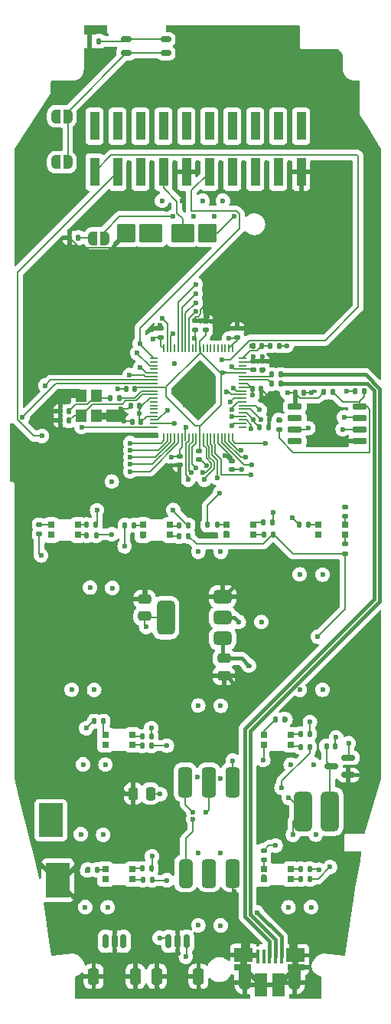
<source format=gbl>
G04 #@! TF.GenerationSoftware,KiCad,Pcbnew,8.0.4*
G04 #@! TF.CreationDate,2024-10-09T19:51:01+11:00*
G04 #@! TF.ProjectId,nokia,6e6f6b69-612e-46b6-9963-61645f706362,rev?*
G04 #@! TF.SameCoordinates,Original*
G04 #@! TF.FileFunction,Copper,L4,Bot*
G04 #@! TF.FilePolarity,Positive*
%FSLAX46Y46*%
G04 Gerber Fmt 4.6, Leading zero omitted, Abs format (unit mm)*
G04 Created by KiCad (PCBNEW 8.0.4) date 2024-10-09 19:51:01*
%MOMM*%
%LPD*%
G01*
G04 APERTURE LIST*
G04 Aperture macros list*
%AMRoundRect*
0 Rectangle with rounded corners*
0 $1 Rounding radius*
0 $2 $3 $4 $5 $6 $7 $8 $9 X,Y pos of 4 corners*
0 Add a 4 corners polygon primitive as box body*
4,1,4,$2,$3,$4,$5,$6,$7,$8,$9,$2,$3,0*
0 Add four circle primitives for the rounded corners*
1,1,$1+$1,$2,$3*
1,1,$1+$1,$4,$5*
1,1,$1+$1,$6,$7*
1,1,$1+$1,$8,$9*
0 Add four rect primitives between the rounded corners*
20,1,$1+$1,$2,$3,$4,$5,0*
20,1,$1+$1,$4,$5,$6,$7,0*
20,1,$1+$1,$6,$7,$8,$9,0*
20,1,$1+$1,$8,$9,$2,$3,0*%
%AMFreePoly0*
4,1,17,1.239561,1.918663,1.288452,1.862240,1.300426,1.807198,1.300426,-1.628440,1.279392,-1.700074,1.222969,-1.748965,1.167927,-1.760939,-1.241481,-1.760939,-1.313115,-1.739905,-1.362006,-1.683482,-1.373980,-1.628440,-1.373980,1.807198,-1.352946,1.878832,-1.296523,1.927723,-1.241481,1.939697,1.167927,1.939697,1.239561,1.918663,1.239561,1.918663,$1*%
%AMFreePoly1*
4,1,21,1.481047,1.611465,1.529938,1.555042,1.541912,1.500000,1.541912,-2.069488,1.520878,-2.141122,1.464455,-2.190013,1.409413,-2.201987,-1.000000,-2.201987,-1.071634,-2.180953,-1.120525,-2.124530,-1.132499,-2.069488,-1.132499,-0.453074,-1.143000,-0.381000,-1.143000,0.381000,-1.132499,0.453074,-1.132499,1.500000,-1.111465,1.571634,-1.055042,1.620525,-1.000000,1.632499,1.409413,1.632499,
1.481047,1.611465,1.481047,1.611465,$1*%
%AMFreePoly2*
4,1,19,0.500000,-0.750000,0.000000,-0.750000,0.000000,-0.744911,-0.071157,-0.744911,-0.207708,-0.704816,-0.327430,-0.627875,-0.420627,-0.520320,-0.479746,-0.390866,-0.500000,-0.250000,-0.500000,0.250000,-0.479746,0.390866,-0.420627,0.520320,-0.327430,0.627875,-0.207708,0.704816,-0.071157,0.744911,0.000000,0.744911,0.000000,0.750000,0.500000,0.750000,0.500000,-0.750000,0.500000,-0.750000,
$1*%
%AMFreePoly3*
4,1,19,0.000000,0.744911,0.071157,0.744911,0.207708,0.704816,0.327430,0.627875,0.420627,0.520320,0.479746,0.390866,0.500000,0.250000,0.500000,-0.250000,0.479746,-0.390866,0.420627,-0.520320,0.327430,-0.627875,0.207708,-0.704816,0.071157,-0.744911,0.000000,-0.744911,0.000000,-0.750000,-0.500000,-0.750000,-0.500000,0.750000,0.000000,0.750000,0.000000,0.744911,0.000000,0.744911,
$1*%
G04 Aperture macros list end*
G04 #@! TA.AperFunction,SMDPad,CuDef*
%ADD10RoundRect,0.250000X0.475000X-0.250000X0.475000X0.250000X-0.475000X0.250000X-0.475000X-0.250000X0*%
G04 #@! TD*
G04 #@! TA.AperFunction,SMDPad,CuDef*
%ADD11RoundRect,0.150000X0.650000X0.150000X-0.650000X0.150000X-0.650000X-0.150000X0.650000X-0.150000X0*%
G04 #@! TD*
G04 #@! TA.AperFunction,SMDPad,CuDef*
%ADD12RoundRect,0.135000X-0.135000X-0.185000X0.135000X-0.185000X0.135000X0.185000X-0.135000X0.185000X0*%
G04 #@! TD*
G04 #@! TA.AperFunction,SMDPad,CuDef*
%ADD13RoundRect,0.135000X0.135000X0.185000X-0.135000X0.185000X-0.135000X-0.185000X0.135000X-0.185000X0*%
G04 #@! TD*
G04 #@! TA.AperFunction,SMDPad,CuDef*
%ADD14RoundRect,0.150000X0.150000X0.625000X-0.150000X0.625000X-0.150000X-0.625000X0.150000X-0.625000X0*%
G04 #@! TD*
G04 #@! TA.AperFunction,SMDPad,CuDef*
%ADD15RoundRect,0.250000X0.350000X0.650000X-0.350000X0.650000X-0.350000X-0.650000X0.350000X-0.650000X0*%
G04 #@! TD*
G04 #@! TA.AperFunction,SMDPad,CuDef*
%ADD16RoundRect,0.140000X-0.140000X-0.170000X0.140000X-0.170000X0.140000X0.170000X-0.140000X0.170000X0*%
G04 #@! TD*
G04 #@! TA.AperFunction,SMDPad,CuDef*
%ADD17R,0.800000X0.700000*%
G04 #@! TD*
G04 #@! TA.AperFunction,SMDPad,CuDef*
%ADD18RoundRect,0.140000X0.170000X-0.140000X0.170000X0.140000X-0.170000X0.140000X-0.170000X-0.140000X0*%
G04 #@! TD*
G04 #@! TA.AperFunction,SMDPad,CuDef*
%ADD19RoundRect,0.150000X0.587500X0.150000X-0.587500X0.150000X-0.587500X-0.150000X0.587500X-0.150000X0*%
G04 #@! TD*
G04 #@! TA.AperFunction,SMDPad,CuDef*
%ADD20RoundRect,0.250000X-0.475000X0.250000X-0.475000X-0.250000X0.475000X-0.250000X0.475000X0.250000X0*%
G04 #@! TD*
G04 #@! TA.AperFunction,SMDPad,CuDef*
%ADD21FreePoly0,180.000000*%
G04 #@! TD*
G04 #@! TA.AperFunction,SMDPad,CuDef*
%ADD22FreePoly1,180.000000*%
G04 #@! TD*
G04 #@! TA.AperFunction,SMDPad,CuDef*
%ADD23RoundRect,0.055000X-0.055000X-0.335000X0.055000X-0.335000X0.055000X0.335000X-0.055000X0.335000X0*%
G04 #@! TD*
G04 #@! TA.AperFunction,SMDPad,CuDef*
%ADD24RoundRect,0.055000X0.335000X-0.055000X0.335000X0.055000X-0.335000X0.055000X-0.335000X-0.055000X0*%
G04 #@! TD*
G04 #@! TA.AperFunction,ComponentPad*
%ADD25C,0.600000*%
G04 #@! TD*
G04 #@! TA.AperFunction,SMDPad,CuDef*
%ADD26R,1.133333X1.133333*%
G04 #@! TD*
G04 #@! TA.AperFunction,SMDPad,CuDef*
%ADD27RoundRect,0.100000X0.900000X0.900000X-0.900000X0.900000X-0.900000X-0.900000X0.900000X-0.900000X0*%
G04 #@! TD*
G04 #@! TA.AperFunction,SMDPad,CuDef*
%ADD28RoundRect,0.100000X1.150000X0.900000X-1.150000X0.900000X-1.150000X-0.900000X1.150000X-0.900000X0*%
G04 #@! TD*
G04 #@! TA.AperFunction,SMDPad,CuDef*
%ADD29RoundRect,0.140000X0.140000X0.170000X-0.140000X0.170000X-0.140000X-0.170000X0.140000X-0.170000X0*%
G04 #@! TD*
G04 #@! TA.AperFunction,SMDPad,CuDef*
%ADD30FreePoly2,180.000000*%
G04 #@! TD*
G04 #@! TA.AperFunction,SMDPad,CuDef*
%ADD31FreePoly3,180.000000*%
G04 #@! TD*
G04 #@! TA.AperFunction,SMDPad,CuDef*
%ADD32RoundRect,0.135000X-0.185000X0.135000X-0.185000X-0.135000X0.185000X-0.135000X0.185000X0.135000X0*%
G04 #@! TD*
G04 #@! TA.AperFunction,SMDPad,CuDef*
%ADD33RoundRect,0.140000X-0.170000X0.140000X-0.170000X-0.140000X0.170000X-0.140000X0.170000X0.140000X0*%
G04 #@! TD*
G04 #@! TA.AperFunction,SMDPad,CuDef*
%ADD34RoundRect,0.150000X0.421500X0.150000X-0.421500X0.150000X-0.421500X-0.150000X0.421500X-0.150000X0*%
G04 #@! TD*
G04 #@! TA.AperFunction,SMDPad,CuDef*
%ADD35RoundRect,0.150000X0.446500X0.150000X-0.446500X0.150000X-0.446500X-0.150000X0.446500X-0.150000X0*%
G04 #@! TD*
G04 #@! TA.AperFunction,SMDPad,CuDef*
%ADD36RoundRect,0.375000X0.625000X0.375000X-0.625000X0.375000X-0.625000X-0.375000X0.625000X-0.375000X0*%
G04 #@! TD*
G04 #@! TA.AperFunction,SMDPad,CuDef*
%ADD37RoundRect,0.500000X0.500000X1.400000X-0.500000X1.400000X-0.500000X-1.400000X0.500000X-1.400000X0*%
G04 #@! TD*
G04 #@! TA.AperFunction,SMDPad,CuDef*
%ADD38RoundRect,0.390500X0.390500X-1.281000X0.390500X1.281000X-0.390500X1.281000X-0.390500X-1.281000X0*%
G04 #@! TD*
G04 #@! TA.AperFunction,SMDPad,CuDef*
%ADD39RoundRect,0.390500X0.390500X-1.181000X0.390500X1.181000X-0.390500X1.181000X-0.390500X-1.181000X0*%
G04 #@! TD*
G04 #@! TA.AperFunction,SMDPad,CuDef*
%ADD40RoundRect,0.400000X0.400000X-1.171500X0.400000X1.171500X-0.400000X1.171500X-0.400000X-1.171500X0*%
G04 #@! TD*
G04 #@! TA.AperFunction,SMDPad,CuDef*
%ADD41RoundRect,0.381000X0.381000X-1.190500X0.381000X1.190500X-0.381000X1.190500X-0.381000X-1.190500X0*%
G04 #@! TD*
G04 #@! TA.AperFunction,SMDPad,CuDef*
%ADD42R,1.000000X3.150000*%
G04 #@! TD*
G04 #@! TA.AperFunction,SMDPad,CuDef*
%ADD43RoundRect,0.500000X0.500000X1.700000X-0.500000X1.700000X-0.500000X-1.700000X0.500000X-1.700000X0*%
G04 #@! TD*
G04 #@! TA.AperFunction,SMDPad,CuDef*
%ADD44R,0.400000X1.650000*%
G04 #@! TD*
G04 #@! TA.AperFunction,SMDPad,CuDef*
%ADD45R,1.825000X0.700000*%
G04 #@! TD*
G04 #@! TA.AperFunction,SMDPad,CuDef*
%ADD46R,2.000000X1.500000*%
G04 #@! TD*
G04 #@! TA.AperFunction,ComponentPad*
%ADD47O,1.350000X1.700000*%
G04 #@! TD*
G04 #@! TA.AperFunction,SMDPad,CuDef*
%ADD48R,1.350000X2.000000*%
G04 #@! TD*
G04 #@! TA.AperFunction,ComponentPad*
%ADD49O,1.100000X1.500000*%
G04 #@! TD*
G04 #@! TA.AperFunction,SMDPad,CuDef*
%ADD50R,1.430000X2.500000*%
G04 #@! TD*
G04 #@! TA.AperFunction,SMDPad,CuDef*
%ADD51RoundRect,0.250000X0.250000X0.475000X-0.250000X0.475000X-0.250000X-0.475000X0.250000X-0.475000X0*%
G04 #@! TD*
G04 #@! TA.AperFunction,SMDPad,CuDef*
%ADD52RoundRect,0.135000X0.185000X-0.135000X0.185000X0.135000X-0.185000X0.135000X-0.185000X-0.135000X0*%
G04 #@! TD*
G04 #@! TA.AperFunction,SMDPad,CuDef*
%ADD53RoundRect,0.147500X0.147500X0.172500X-0.147500X0.172500X-0.147500X-0.172500X0.147500X-0.172500X0*%
G04 #@! TD*
G04 #@! TA.AperFunction,SMDPad,CuDef*
%ADD54R,1.200000X1.400000*%
G04 #@! TD*
G04 #@! TA.AperFunction,ViaPad*
%ADD55C,0.600000*%
G04 #@! TD*
G04 #@! TA.AperFunction,Conductor*
%ADD56C,0.400000*%
G04 #@! TD*
G04 #@! TA.AperFunction,Conductor*
%ADD57C,0.150000*%
G04 #@! TD*
G04 #@! TA.AperFunction,Conductor*
%ADD58C,0.200000*%
G04 #@! TD*
G04 #@! TA.AperFunction,Conductor*
%ADD59C,0.800000*%
G04 #@! TD*
G04 #@! TA.AperFunction,Conductor*
%ADD60C,0.500000*%
G04 #@! TD*
G04 APERTURE END LIST*
D10*
X36575000Y-84875000D03*
X36575000Y-82975000D03*
D11*
X60400000Y-61725000D03*
X60400000Y-62995000D03*
X60400000Y-64265000D03*
X60400000Y-65535000D03*
X53200000Y-65535000D03*
X53200000Y-64265000D03*
X53200000Y-62995000D03*
X53200000Y-61725000D03*
D12*
X49790000Y-75825000D03*
X50810000Y-75825000D03*
D13*
X31545000Y-21400000D03*
X30525000Y-21400000D03*
D14*
X41250000Y-120750000D03*
X40250000Y-120750000D03*
X39250000Y-120750000D03*
D15*
X42550000Y-124625000D03*
X37950000Y-124625000D03*
D14*
X34250000Y-120750000D03*
X33250000Y-120750000D03*
X32250000Y-120750000D03*
D15*
X35550000Y-124625000D03*
X30950000Y-124625000D03*
D16*
X48520000Y-59800000D03*
X49480000Y-59800000D03*
D13*
X50760000Y-74525000D03*
X49740000Y-74525000D03*
D12*
X36390000Y-113950000D03*
X37410000Y-113950000D03*
D13*
X54860000Y-112775000D03*
X53840000Y-112775000D03*
D12*
X59880000Y-60050000D03*
X60900000Y-60050000D03*
X30280000Y-112875000D03*
X31300000Y-112875000D03*
D17*
X52750000Y-113887500D03*
X49750000Y-113887500D03*
X52750000Y-112787500D03*
X49750000Y-112787500D03*
D18*
X38400000Y-54080000D03*
X38400000Y-53120000D03*
D19*
X59125000Y-100500000D03*
X59125000Y-102400000D03*
X57250000Y-101450000D03*
D18*
X43325000Y-53250000D03*
X43325000Y-52290000D03*
D12*
X53840000Y-99300000D03*
X54860000Y-99300000D03*
D13*
X51620000Y-59200000D03*
X50600000Y-59200000D03*
D18*
X42200000Y-53235000D03*
X42200000Y-52275000D03*
D20*
X45375000Y-89525000D03*
X45375000Y-91425000D03*
D21*
X26178713Y-107300000D03*
D22*
X27178713Y-114300000D03*
D13*
X54835000Y-97850000D03*
X53815000Y-97850000D03*
D16*
X28295000Y-43100000D03*
X29255000Y-43100000D03*
D23*
X46296500Y-65096500D03*
X45896500Y-65096500D03*
X45496500Y-65096500D03*
X45096500Y-65096500D03*
X44696500Y-65096500D03*
X44296500Y-65096500D03*
X43896500Y-65096500D03*
X43496500Y-65096500D03*
X43096500Y-65096500D03*
X42696500Y-65096500D03*
X42296500Y-65096500D03*
X41896500Y-65096500D03*
X41496500Y-65096500D03*
X41096500Y-65096500D03*
X40696500Y-65096500D03*
X40296500Y-65096500D03*
X39896500Y-65096500D03*
X39496500Y-65096500D03*
X39096500Y-65096500D03*
X38696500Y-65096500D03*
D24*
X37600000Y-64000000D03*
X37600000Y-63600000D03*
X37600000Y-63200000D03*
X37600000Y-62800000D03*
X37600000Y-62400000D03*
X37600000Y-62000000D03*
X37600000Y-61600000D03*
X37600000Y-61200000D03*
X37600000Y-60800000D03*
X37600000Y-60400000D03*
X37600000Y-60000000D03*
X37600000Y-59600000D03*
X37600000Y-59200000D03*
X37600000Y-58800000D03*
X37600000Y-58400000D03*
X37600000Y-58000000D03*
X37600000Y-57600000D03*
X37600000Y-57200000D03*
X37600000Y-56800000D03*
X37600000Y-56400000D03*
D23*
X38696500Y-55303500D03*
X39096500Y-55303500D03*
X39496500Y-55303500D03*
X39896500Y-55303500D03*
X40296500Y-55303500D03*
X40696500Y-55303500D03*
X41096500Y-55303500D03*
X41496500Y-55303500D03*
X41896500Y-55303500D03*
X42296500Y-55303500D03*
X42696500Y-55303500D03*
X43096500Y-55303500D03*
X43496500Y-55303500D03*
X43896500Y-55303500D03*
X44296500Y-55303500D03*
X44696500Y-55303500D03*
X45096500Y-55303500D03*
X45496500Y-55303500D03*
X45896500Y-55303500D03*
X46296500Y-55303500D03*
D24*
X47393000Y-56400000D03*
X47393000Y-56800000D03*
X47393000Y-57200000D03*
X47393000Y-57600000D03*
X47393000Y-58000000D03*
X47393000Y-58400000D03*
X47393000Y-58800000D03*
X47393000Y-59200000D03*
X47393000Y-59600000D03*
X47393000Y-60000000D03*
X47393000Y-60400000D03*
X47393000Y-60800000D03*
X47393000Y-61200000D03*
X47393000Y-61600000D03*
X47393000Y-62000000D03*
X47393000Y-62400000D03*
X47393000Y-62800000D03*
X47393000Y-63200000D03*
X47393000Y-63600000D03*
X47393000Y-64000000D03*
D25*
X41363167Y-61333333D03*
D26*
X41363167Y-61333333D03*
D25*
X42496500Y-61333333D03*
D26*
X42496500Y-61333333D03*
D25*
X43629833Y-61333333D03*
D26*
X43629833Y-61333333D03*
D25*
X41363167Y-60200000D03*
D26*
X41363167Y-60200000D03*
D25*
X42496500Y-60200000D03*
D26*
X42496500Y-60200000D03*
D25*
X43629833Y-60200000D03*
D26*
X43629833Y-60200000D03*
D25*
X41363167Y-59066667D03*
D26*
X41363167Y-59066667D03*
D25*
X42496500Y-59066667D03*
D26*
X42496500Y-59066667D03*
D25*
X43629833Y-59066667D03*
D26*
X43629833Y-59066667D03*
D17*
X35250000Y-113887500D03*
X32250000Y-113887500D03*
X35250000Y-112787500D03*
X32250000Y-112787500D03*
X48625000Y-75900000D03*
X45625000Y-75900000D03*
X48625000Y-74800000D03*
X45625000Y-74800000D03*
X52750000Y-99050000D03*
X49750000Y-99050000D03*
X52750000Y-97950000D03*
X49750000Y-97950000D03*
X35250000Y-99050000D03*
X32250000Y-99050000D03*
X35250000Y-97950000D03*
X32250000Y-97950000D03*
D27*
X43538102Y-42600000D03*
D28*
X40788102Y-42600000D03*
X37288102Y-42600000D03*
D27*
X34538102Y-42600000D03*
D13*
X41410000Y-74850000D03*
X40390000Y-74850000D03*
D12*
X34415000Y-74825000D03*
X35435000Y-74825000D03*
D16*
X49325000Y-64025000D03*
X50285000Y-64025000D03*
D17*
X39400000Y-75900000D03*
X36400000Y-75900000D03*
X39400000Y-74800000D03*
X36400000Y-74800000D03*
D29*
X49560000Y-55000000D03*
X48600000Y-55000000D03*
D13*
X52060000Y-96250000D03*
X51040000Y-96250000D03*
D16*
X53240000Y-60225000D03*
X54200000Y-60225000D03*
D12*
X40415000Y-76025000D03*
X41435000Y-76025000D03*
D18*
X48600000Y-57680000D03*
X48600000Y-56720000D03*
D12*
X36305000Y-99150000D03*
X37325000Y-99150000D03*
D30*
X32150000Y-43150000D03*
D31*
X30850000Y-43150000D03*
D29*
X36200000Y-63400000D03*
X35240000Y-63400000D03*
D32*
X51475000Y-63225000D03*
X51475000Y-64245000D03*
D33*
X40475000Y-67190000D03*
X40475000Y-68150000D03*
D32*
X58750000Y-72815000D03*
X58750000Y-73835000D03*
D34*
X38928500Y-21200000D03*
D35*
X34546500Y-21200000D03*
D34*
X38928500Y-22700000D03*
D35*
X34550000Y-22700000D03*
D29*
X28230000Y-62250000D03*
X27270000Y-62250000D03*
D12*
X31005000Y-96475000D03*
X32025000Y-96475000D03*
D29*
X28230000Y-63250000D03*
X27270000Y-63250000D03*
D13*
X33760000Y-60750000D03*
X32740000Y-60750000D03*
D30*
X28075000Y-34750000D03*
D31*
X26775000Y-34750000D03*
D36*
X45225000Y-82725000D03*
X45225000Y-85025000D03*
D37*
X38925000Y-85025000D03*
D36*
X45225000Y-87325000D03*
D29*
X35980000Y-61675000D03*
X35020000Y-61675000D03*
D13*
X37335000Y-98150000D03*
X36315000Y-98150000D03*
D38*
X46300000Y-103200000D03*
X43700000Y-103200000D03*
X41100000Y-103200000D03*
D39*
X46338000Y-113243000D03*
D40*
X43719000Y-113243000D03*
D41*
X41119000Y-113243000D03*
D18*
X46800000Y-54080000D03*
X46800000Y-53120000D03*
D17*
X58775000Y-75900000D03*
X55775000Y-75900000D03*
X58775000Y-74800000D03*
X55775000Y-74800000D03*
D18*
X49600000Y-57680000D03*
X49600000Y-56720000D03*
D13*
X51620000Y-58200000D03*
X50600000Y-58200000D03*
D32*
X58800000Y-76915000D03*
X58800000Y-77935000D03*
D29*
X35480000Y-59800000D03*
X34520000Y-59800000D03*
D13*
X51510000Y-55000000D03*
X50490000Y-55000000D03*
D32*
X49775000Y-110705000D03*
X49775000Y-111725000D03*
D42*
X31045000Y-30775000D03*
X31045000Y-35825000D03*
X33585000Y-30775000D03*
X33585000Y-35825000D03*
X36125000Y-30775000D03*
X36125000Y-35825000D03*
X38665000Y-30775000D03*
X38665000Y-35825000D03*
X41205000Y-30775000D03*
X41205000Y-35825000D03*
X43745000Y-30775000D03*
X43745000Y-35825000D03*
X46285000Y-30775000D03*
X46285000Y-35825000D03*
X48825000Y-30775000D03*
X48825000Y-35825000D03*
X51365000Y-30775000D03*
X51365000Y-35825000D03*
X53905000Y-30775000D03*
X53905000Y-35825000D03*
D43*
X54100000Y-106400000D03*
X57100000Y-106400000D03*
D12*
X53715000Y-74800000D03*
X54735000Y-74800000D03*
D30*
X28075000Y-29675000D03*
D31*
X26775000Y-29675000D03*
D12*
X56430000Y-60150000D03*
X57450000Y-60150000D03*
D44*
X51725000Y-122400000D03*
X51075000Y-122400000D03*
X50425000Y-122400000D03*
X49775000Y-122400000D03*
X49125000Y-122400000D03*
D45*
X53375000Y-123600000D03*
D46*
X53275000Y-122300000D03*
D47*
X53155000Y-125280000D03*
D48*
X53155000Y-124350000D03*
D49*
X52845000Y-122280000D03*
D50*
X51385000Y-125550000D03*
X49465000Y-125550000D03*
D49*
X48005000Y-122280000D03*
D47*
X47695000Y-125280000D03*
D48*
X47675000Y-124350000D03*
D46*
X47525000Y-122280000D03*
D45*
X47425000Y-123600000D03*
D51*
X37225000Y-104450000D03*
X35325000Y-104450000D03*
D12*
X53865000Y-113875000D03*
X54885000Y-113875000D03*
D52*
X24925000Y-75795000D03*
X24925000Y-74775000D03*
D33*
X46225000Y-67745000D03*
X46225000Y-68705000D03*
D53*
X57670000Y-99200000D03*
X56700000Y-99200000D03*
D12*
X43565000Y-74800000D03*
X44585000Y-74800000D03*
X30190000Y-75950000D03*
X31210000Y-75950000D03*
D13*
X31160000Y-74775000D03*
X30140000Y-74775000D03*
D17*
X29250000Y-75900000D03*
X26250000Y-75900000D03*
X29250000Y-74800000D03*
X26250000Y-74800000D03*
D54*
X29550000Y-62700000D03*
X29550000Y-60500000D03*
X31250000Y-60500000D03*
X31250000Y-62700000D03*
D13*
X37360000Y-112725000D03*
X36340000Y-112725000D03*
D33*
X42625000Y-66600000D03*
X42625000Y-67560000D03*
D55*
X48125000Y-90325000D03*
X49028455Y-117571545D03*
X49625000Y-57700000D03*
X45250000Y-57975000D03*
X39750000Y-40750000D03*
X34550000Y-42650000D03*
X38000000Y-126000000D03*
X31000000Y-126200000D03*
X46450000Y-115225000D03*
X49600000Y-56200000D03*
X50375000Y-63175000D03*
X50200000Y-60525000D03*
X59200000Y-103625000D03*
X60400000Y-65600000D03*
X33600000Y-59800000D03*
X43400000Y-68200000D03*
X40312500Y-122112500D03*
X47375000Y-68690000D03*
X32575000Y-62725000D03*
X33982352Y-62010000D03*
X43675000Y-51175000D03*
X44461389Y-49823500D03*
X47175000Y-80825000D03*
X48600000Y-56200000D03*
X35600000Y-126000000D03*
X39550000Y-68225000D03*
X33400000Y-122200000D03*
X34275000Y-63325000D03*
X53925000Y-35875000D03*
X48400000Y-55000000D03*
X46800000Y-52200000D03*
X42600000Y-126000000D03*
X40750000Y-39000000D03*
X36650000Y-81850000D03*
X38312865Y-52777140D03*
X34175000Y-104300000D03*
X41275000Y-35875000D03*
X28275000Y-60150000D03*
X55025000Y-60225000D03*
X46700000Y-92500000D03*
X36750000Y-86050000D03*
X48520000Y-60450000D03*
X38300000Y-104500000D03*
X45000000Y-94750000D03*
X38700000Y-30800000D03*
X46350000Y-100800000D03*
X52375000Y-60200000D03*
X32250000Y-113887500D03*
X45925000Y-54200000D03*
X39550000Y-67300000D03*
X31075000Y-30825000D03*
X52500000Y-117000000D03*
X37500000Y-54275000D03*
X45450000Y-67175000D03*
X33000000Y-81750000D03*
X45650000Y-75675000D03*
X45000000Y-77750000D03*
X49725000Y-100725000D03*
X49750000Y-113650000D03*
X48588923Y-63181101D03*
X52325000Y-55025000D03*
X53750000Y-93000000D03*
X36450000Y-76000000D03*
X52750000Y-101250000D03*
X32250000Y-101250000D03*
X53750000Y-80250000D03*
X42125000Y-54150000D03*
X57775000Y-98250000D03*
X46500000Y-40750000D03*
X45000000Y-102750000D03*
X45000000Y-111000000D03*
X47000000Y-85500000D03*
X45000000Y-119000000D03*
X55800000Y-75925000D03*
X26275000Y-75975000D03*
X35975000Y-62500000D03*
X46200000Y-57325000D03*
X52525000Y-104925000D03*
X32000000Y-109000000D03*
X32250000Y-99100000D03*
X32500000Y-117000000D03*
X31000000Y-93000000D03*
X53000000Y-109000000D03*
X34250000Y-120750000D03*
X23068102Y-62884793D03*
X32250000Y-120750000D03*
X25600000Y-59400000D03*
X58950000Y-60050000D03*
X49450000Y-63150000D03*
X26825000Y-29750000D03*
X33575000Y-30675000D03*
X34925000Y-58245000D03*
X58650000Y-62900000D03*
X49325000Y-62100000D03*
X42250000Y-51250000D03*
X44250000Y-40750000D03*
X51400000Y-30700000D03*
X56270000Y-92975000D03*
X48400000Y-68157274D03*
X50775000Y-73425000D03*
X39750000Y-73150000D03*
X37402930Y-111369724D03*
X58775000Y-72825000D03*
X37325000Y-97225000D03*
X43750000Y-30725000D03*
X35775000Y-55825000D03*
X31325000Y-73175000D03*
X55900000Y-112850000D03*
X54875000Y-96550000D03*
X36100000Y-57375000D03*
X26825000Y-34825000D03*
X46225000Y-62850000D03*
X51450000Y-63200000D03*
X38250000Y-120375000D03*
X47224096Y-66535829D03*
X55520000Y-108975000D03*
X41411500Y-69806528D03*
X42400000Y-102625000D03*
X42520000Y-118975000D03*
X43200000Y-69800000D03*
X45675000Y-60125000D03*
X54700000Y-64100000D03*
X48385122Y-64189878D03*
X41138741Y-122450330D03*
X35002443Y-66532446D03*
X29520000Y-108927384D03*
X56270000Y-80275000D03*
X44624761Y-69600000D03*
X55020000Y-116975000D03*
X49945000Y-65750000D03*
X30020000Y-116975000D03*
X35000000Y-65750000D03*
X29770000Y-101225000D03*
X35002854Y-67316925D03*
X41945000Y-106500000D03*
X36125000Y-30725000D03*
X41125000Y-64025000D03*
X43000000Y-69000000D03*
X42520000Y-110975000D03*
X41943009Y-107280727D03*
X36150000Y-35925000D03*
X39925000Y-63600000D03*
X39850000Y-56950000D03*
X46325000Y-35900000D03*
X38500000Y-52000000D03*
X38500000Y-39000000D03*
X53875000Y-30700000D03*
X25750000Y-107750000D03*
X29600000Y-64000000D03*
X48375000Y-69245000D03*
X49500000Y-85500000D03*
X58500000Y-64225000D03*
X46199852Y-62070403D03*
X43385000Y-106550000D03*
X39125000Y-62125000D03*
X25225000Y-64975000D03*
X53450000Y-63000000D03*
X46375000Y-59675000D03*
X46100000Y-61200000D03*
X53175000Y-65575000D03*
X55270000Y-101225000D03*
X47800000Y-67342371D03*
X51300000Y-35925000D03*
X42250000Y-50250000D03*
X45250000Y-39000000D03*
X46200000Y-63800000D03*
X59150000Y-98875000D03*
X45150000Y-56525000D03*
X42000000Y-40750000D03*
X42250000Y-49250000D03*
X48850000Y-30775000D03*
X35002543Y-68887016D03*
X30550000Y-81700000D03*
X35003672Y-68100997D03*
X28520000Y-92975000D03*
X41741500Y-69026651D03*
X42520000Y-94725000D03*
X52175000Y-96275000D03*
X30125000Y-97225000D03*
X30225000Y-112925000D03*
X25125000Y-78150000D03*
X52900000Y-74005000D03*
X39700000Y-53650000D03*
X51075000Y-110175000D03*
X34375000Y-77150000D03*
X46300000Y-30725000D03*
X44900000Y-71275000D03*
X48850000Y-35875000D03*
X43000000Y-39000000D03*
X42250000Y-48250000D03*
X42520000Y-77750000D03*
X42277065Y-68459576D03*
X55725000Y-87125000D03*
X36050000Y-54800000D03*
X57100000Y-112550000D03*
X32950000Y-75825000D03*
X39075000Y-114025000D03*
X39050000Y-99150000D03*
X32950000Y-70000000D03*
X51725000Y-103800000D03*
X37200000Y-42675000D03*
X41275000Y-30950000D03*
D56*
X47325000Y-89525000D02*
X48125000Y-90325000D01*
X45225000Y-87325000D02*
X45225000Y-89375000D01*
X45375000Y-89525000D02*
X47325000Y-89525000D01*
X48125000Y-90325000D02*
X48175000Y-90325000D01*
X48175000Y-90325000D02*
X48150000Y-90300000D01*
X51725000Y-120268090D02*
X51725000Y-122400000D01*
X49028455Y-117571545D02*
X51725000Y-120268090D01*
D57*
X36316690Y-60400000D02*
X35636690Y-61080000D01*
X34500000Y-61080000D02*
X34125000Y-61455000D01*
X35636690Y-61080000D02*
X34500000Y-61080000D01*
X28780000Y-62700000D02*
X28230000Y-63250000D01*
X29550000Y-62700000D02*
X28780000Y-62700000D01*
X34125000Y-61455000D02*
X30795000Y-61455000D01*
X37600000Y-60400000D02*
X36316690Y-60400000D01*
X30795000Y-61455000D02*
X29550000Y-62700000D01*
X28980000Y-61500000D02*
X28230000Y-62250000D01*
X30250000Y-61500000D02*
X31250000Y-60500000D01*
X32740000Y-60750000D02*
X31500000Y-60750000D01*
X30250000Y-61500000D02*
X28980000Y-61500000D01*
X43325000Y-53875000D02*
X43325000Y-53250000D01*
X42696500Y-54503500D02*
X43325000Y-53875000D01*
X45575000Y-57900000D02*
X45675000Y-58000000D01*
X42696500Y-55303500D02*
X42696500Y-54503500D01*
X45250000Y-57975000D02*
X45275000Y-58000000D01*
X38974966Y-60588464D02*
X42189751Y-63803249D01*
X45025000Y-57900000D02*
X45575000Y-57900000D01*
X42731500Y-55768432D02*
X44963068Y-58000000D01*
X38974966Y-59524966D02*
X42731500Y-55768432D01*
X45025000Y-61581498D02*
X45025000Y-57900000D01*
X42731500Y-55768432D02*
X42731500Y-55100000D01*
X42696500Y-63909998D02*
X42803249Y-63803249D01*
X42696500Y-65096500D02*
X42696500Y-63909998D01*
X35480000Y-59800000D02*
X35680000Y-59600000D01*
X38974966Y-59524966D02*
X38974966Y-60588464D01*
X44963068Y-58000000D02*
X45225000Y-58000000D01*
X42803249Y-63803249D02*
X45025000Y-61581498D01*
X38899932Y-59600000D02*
X38974966Y-59524966D01*
X42189751Y-63803249D02*
X42803249Y-63803249D01*
X35680000Y-59600000D02*
X37600000Y-59600000D01*
X45675000Y-58000000D02*
X47393000Y-58000000D01*
X45225000Y-58000000D02*
X45250000Y-57975000D01*
X42696500Y-65096500D02*
X42696500Y-66496500D01*
X45275000Y-58000000D02*
X45675000Y-58000000D01*
X37600000Y-59600000D02*
X38899932Y-59600000D01*
D58*
X32150000Y-42395000D02*
X33795000Y-40750000D01*
X33795000Y-40750000D02*
X38650000Y-40750000D01*
X32150000Y-43150000D02*
X32150000Y-42395000D01*
D57*
X39750000Y-40750000D02*
X38650000Y-40750000D01*
X50490000Y-55000000D02*
X49560000Y-55000000D01*
X48228000Y-55565000D02*
X48995000Y-55565000D01*
X48995000Y-55565000D02*
X49560000Y-55000000D01*
X47393000Y-56400000D02*
X48228000Y-55565000D01*
D58*
X60410000Y-61115000D02*
X60900000Y-60625000D01*
X57450000Y-60150000D02*
X58475000Y-61175000D01*
X61199999Y-61725000D02*
X60400000Y-61725000D01*
X53026628Y-66773896D02*
X61476104Y-66773896D01*
X51475000Y-64245000D02*
X51475000Y-65222268D01*
X61500000Y-62025001D02*
X61199999Y-61725000D01*
X60410000Y-61175000D02*
X60410000Y-61115000D01*
X60900000Y-60625000D02*
X60900000Y-60050000D01*
X61500000Y-66750000D02*
X61500000Y-62025001D01*
X51475000Y-65222268D02*
X53026628Y-66773896D01*
X58475000Y-61175000D02*
X60410000Y-61175000D01*
X60410000Y-61175000D02*
X60410000Y-61715000D01*
X61476104Y-66773896D02*
X61500000Y-66750000D01*
D59*
X28275000Y-60150000D02*
X29200000Y-60150000D01*
D58*
X47393000Y-56800000D02*
X49520000Y-56800000D01*
X49600000Y-56200000D02*
X49600000Y-56720000D01*
X28295000Y-43100000D02*
X29380000Y-44185000D01*
X59125000Y-103550000D02*
X59200000Y-103625000D01*
X32953102Y-44185000D02*
X34488102Y-42650000D01*
X29380000Y-44185000D02*
X32953102Y-44185000D01*
D59*
X29200000Y-60150000D02*
X29550000Y-60500000D01*
D60*
X51425000Y-125550000D02*
X53375000Y-123600000D01*
D56*
X45275000Y-82725000D02*
X47175000Y-80825000D01*
D57*
X42479889Y-51805000D02*
X42200000Y-51805000D01*
D58*
X39550000Y-68225000D02*
X40400000Y-68225000D01*
D57*
X42800000Y-67600000D02*
X43400000Y-68200000D01*
D58*
X30950000Y-126150000D02*
X31000000Y-126200000D01*
X42550000Y-125950000D02*
X42600000Y-126000000D01*
X34685000Y-62010000D02*
X35020000Y-61675000D01*
D56*
X38400000Y-52864275D02*
X38400000Y-53120000D01*
D58*
X46338000Y-115113000D02*
X46450000Y-115225000D01*
X30950000Y-124625000D02*
X30950000Y-126150000D01*
X37950000Y-124625000D02*
X37950000Y-125950000D01*
D57*
X42805000Y-51479889D02*
X42479889Y-51805000D01*
X42805000Y-51095000D02*
X42805000Y-51479889D01*
D58*
X48600000Y-56720000D02*
X49600000Y-56720000D01*
X46338000Y-113243000D02*
X46338000Y-115113000D01*
D59*
X31250000Y-62700000D02*
X32550000Y-62700000D01*
D57*
X50200000Y-60520000D02*
X49480000Y-59800000D01*
D56*
X38312865Y-52777140D02*
X38400000Y-52864275D01*
D58*
X59125000Y-102400000D02*
X59125000Y-103550000D01*
X40250000Y-122050000D02*
X40250000Y-120750000D01*
X47375000Y-68690000D02*
X46335000Y-68690000D01*
X35550000Y-125950000D02*
X35600000Y-126000000D01*
D60*
X47515000Y-123600000D02*
X49465000Y-125550000D01*
D57*
X50200000Y-60525000D02*
X50200000Y-60520000D01*
D58*
X33982352Y-62010000D02*
X34685000Y-62010000D01*
X33250000Y-120750000D02*
X33250000Y-122050000D01*
X43675000Y-51175000D02*
X43675000Y-51940000D01*
X40312500Y-122112500D02*
X40250000Y-122050000D01*
X54200000Y-60225000D02*
X55025000Y-60225000D01*
X50285000Y-63265000D02*
X50375000Y-63175000D01*
X37950000Y-125950000D02*
X38000000Y-126000000D01*
D56*
X36650000Y-81850000D02*
X36650000Y-82900000D01*
D58*
X50285000Y-64025000D02*
X50285000Y-63265000D01*
X43675000Y-51940000D02*
X43325000Y-52290000D01*
X42550000Y-124625000D02*
X42550000Y-125950000D01*
X48600000Y-56200000D02*
X48600000Y-56720000D01*
D57*
X46800000Y-52200000D02*
X46800000Y-53120000D01*
D58*
X33250000Y-122050000D02*
X33400000Y-122200000D01*
D57*
X42200000Y-51805000D02*
X42200000Y-52275000D01*
D59*
X32550000Y-62700000D02*
X32575000Y-62725000D01*
D57*
X44461389Y-49823500D02*
X44076500Y-49823500D01*
D60*
X49465000Y-125550000D02*
X47965000Y-125550000D01*
D58*
X35550000Y-124625000D02*
X35550000Y-125950000D01*
D60*
X53155000Y-125280000D02*
X51655000Y-125280000D01*
D58*
X47393000Y-56800000D02*
X48520000Y-56800000D01*
X34175000Y-104300000D02*
X35175000Y-104300000D01*
D56*
X45625000Y-91425000D02*
X46700000Y-92500000D01*
D58*
X34275000Y-63325000D02*
X35165000Y-63325000D01*
D57*
X33600000Y-59800000D02*
X34520000Y-59800000D01*
X44076500Y-49823500D02*
X42805000Y-51095000D01*
D58*
X42200000Y-54075000D02*
X42125000Y-54150000D01*
D57*
X46275000Y-67341690D02*
X46275000Y-67670000D01*
D58*
X35975000Y-62500000D02*
X35975000Y-63175000D01*
X48588923Y-63181101D02*
X48588923Y-63288923D01*
D57*
X52375000Y-60200000D02*
X53215000Y-60200000D01*
X40696500Y-65096500D02*
X40696500Y-66150000D01*
X48320000Y-59600000D02*
X48520000Y-59800000D01*
D56*
X45225000Y-85025000D02*
X46525000Y-85025000D01*
D58*
X35975000Y-63175000D02*
X36200000Y-63400000D01*
D57*
X53240000Y-60225000D02*
X53805000Y-60790000D01*
X46637500Y-54562500D02*
X46800000Y-54400000D01*
X39575000Y-67300000D02*
X39550000Y-67300000D01*
X44719999Y-65119999D02*
X44719999Y-65786689D01*
D60*
X53240000Y-60225000D02*
X53240000Y-61685000D01*
D57*
X37600000Y-62800000D02*
X36800000Y-62800000D01*
X37150000Y-60800000D02*
X36280000Y-61670000D01*
D58*
X49750000Y-100700000D02*
X49725000Y-100725000D01*
X42296500Y-54321500D02*
X42296500Y-55303500D01*
D57*
X44719999Y-65786689D02*
X46275000Y-67341690D01*
D58*
X47858286Y-62400000D02*
X47393000Y-62400000D01*
X36575000Y-84875000D02*
X36575000Y-85875000D01*
X48588923Y-63288923D02*
X49325000Y-64025000D01*
X52525000Y-104925000D02*
X52625000Y-104925000D01*
D57*
X38400000Y-54080000D02*
X37695000Y-54080000D01*
D58*
X37225000Y-104450000D02*
X38250000Y-104450000D01*
X42200000Y-53235000D02*
X42200000Y-54075000D01*
X38250000Y-104450000D02*
X38300000Y-104500000D01*
X57670000Y-98355000D02*
X57775000Y-98250000D01*
D57*
X36280000Y-61725000D02*
X36055000Y-61950000D01*
X48520000Y-60450000D02*
X48520000Y-59800000D01*
X47393000Y-59600000D02*
X48320000Y-59600000D01*
X40696500Y-66218500D02*
X40450000Y-66465000D01*
D56*
X45655000Y-67175000D02*
X46225000Y-67745000D01*
D57*
X38400000Y-55007000D02*
X38696500Y-55303500D01*
X39685000Y-67190000D02*
X39575000Y-67300000D01*
X36280000Y-61670000D02*
X36280000Y-61725000D01*
D58*
X46475000Y-57600000D02*
X47393000Y-57600000D01*
X52300000Y-55000000D02*
X52325000Y-55025000D01*
X47393000Y-57600000D02*
X48520000Y-57600000D01*
D57*
X53805000Y-60790000D02*
X55790000Y-60790000D01*
X40696500Y-66150000D02*
X40696500Y-66218500D01*
D58*
X51510000Y-55000000D02*
X52300000Y-55000000D01*
X57670000Y-99200000D02*
X57670000Y-98355000D01*
D57*
X39550000Y-67325000D02*
X39600000Y-67275000D01*
D58*
X46350000Y-100800000D02*
X46350000Y-103150000D01*
X45925000Y-54200000D02*
X46680000Y-54200000D01*
X43538102Y-42600000D02*
X44650000Y-42600000D01*
D57*
X47393000Y-59200000D02*
X47920000Y-59200000D01*
D58*
X48588923Y-63181101D02*
X48588923Y-63130637D01*
X44650000Y-42600000D02*
X46500000Y-40750000D01*
D57*
X45896500Y-55303500D02*
X46637500Y-54562500D01*
D58*
X35980000Y-61675000D02*
X35980000Y-62495000D01*
X52625000Y-104925000D02*
X54100000Y-106400000D01*
D57*
X36800000Y-62800000D02*
X36200000Y-63400000D01*
X39550000Y-67300000D02*
X39550000Y-67325000D01*
D58*
X42125000Y-54150000D02*
X42296500Y-54321500D01*
D57*
X40475000Y-66490000D02*
X40475000Y-67190000D01*
X55790000Y-60790000D02*
X56430000Y-60150000D01*
D58*
X53000000Y-109000000D02*
X53000000Y-107500000D01*
D57*
X37600000Y-60800000D02*
X37150000Y-60800000D01*
D58*
X46200000Y-57325000D02*
X46475000Y-57600000D01*
D57*
X38400000Y-54080000D02*
X38400000Y-55007000D01*
D58*
X48588923Y-63130637D02*
X47858286Y-62400000D01*
X35980000Y-62495000D02*
X35975000Y-62500000D01*
X38925000Y-85025000D02*
X36725000Y-85025000D01*
D57*
X47920000Y-59200000D02*
X48520000Y-59800000D01*
X46296500Y-54903500D02*
X46800000Y-54400000D01*
X46296500Y-54903500D02*
X46296500Y-55303500D01*
X46800000Y-54400000D02*
X46800000Y-54080000D01*
X37695000Y-54080000D02*
X37500000Y-54275000D01*
D56*
X45450000Y-67175000D02*
X45655000Y-67175000D01*
D58*
X36575000Y-85875000D02*
X36750000Y-86050000D01*
D56*
X46525000Y-85025000D02*
X47000000Y-85500000D01*
D57*
X40475000Y-67190000D02*
X39685000Y-67190000D01*
D58*
X48588923Y-63181101D02*
X48623627Y-63146397D01*
D57*
X40450000Y-66465000D02*
X40475000Y-66490000D01*
D58*
X53000000Y-107500000D02*
X54100000Y-106400000D01*
X49750000Y-99050000D02*
X49750000Y-100700000D01*
D56*
X61229756Y-59200000D02*
X62006104Y-59976348D01*
X62006104Y-59976348D02*
X62006104Y-82961986D01*
X62006104Y-82961986D02*
X47700000Y-97268090D01*
X50425000Y-120750000D02*
X50425000Y-122400000D01*
X47700000Y-97268090D02*
X47700000Y-118025000D01*
X51620000Y-59200000D02*
X61229756Y-59200000D01*
X47700000Y-118025000D02*
X50425000Y-120750000D01*
X62586104Y-59736104D02*
X61050000Y-58200000D01*
X48280000Y-117784756D02*
X48280000Y-97508334D01*
X48280000Y-97508334D02*
X62586104Y-83202230D01*
X51075000Y-120579756D02*
X48280000Y-117784756D01*
X62586104Y-83202230D02*
X62586104Y-59736104D01*
X61050000Y-58200000D02*
X51620000Y-58200000D01*
X51075000Y-122400000D02*
X51075000Y-120579756D01*
D57*
X26752895Y-59200000D02*
X37600000Y-59200000D01*
X23068102Y-62884793D02*
X26752895Y-59200000D01*
X26200000Y-58800000D02*
X37600000Y-58800000D01*
X25600000Y-59400000D02*
X26200000Y-58800000D01*
D58*
X34546500Y-21200000D02*
X38928500Y-21200000D01*
X31545000Y-21400000D02*
X34346500Y-21400000D01*
D57*
X37600000Y-60000000D02*
X36250000Y-60000000D01*
X36250000Y-60000000D02*
X35500000Y-60750000D01*
X35500000Y-60750000D02*
X33760000Y-60750000D01*
D58*
X59880000Y-60050000D02*
X58950000Y-60050000D01*
X48300000Y-62000000D02*
X49450000Y-63150000D01*
X47393000Y-62000000D02*
X48300000Y-62000000D01*
X50200000Y-58800000D02*
X50600000Y-59200000D01*
X47393000Y-58800000D02*
X50200000Y-58800000D01*
X47393000Y-58400000D02*
X50400000Y-58400000D01*
X50400000Y-58400000D02*
X50600000Y-58200000D01*
D57*
X36650000Y-58400000D02*
X37600000Y-58400000D01*
X36495000Y-58245000D02*
X36650000Y-58400000D01*
X34925000Y-58245000D02*
X36495000Y-58245000D01*
D58*
X58650000Y-62900000D02*
X60305000Y-62900000D01*
X48825000Y-61600000D02*
X49325000Y-62100000D01*
X47393000Y-61600000D02*
X48825000Y-61600000D01*
D57*
X41496500Y-55303500D02*
X41496500Y-52003500D01*
X41496500Y-52003500D02*
X42250000Y-51250000D01*
X48400000Y-68157274D02*
X47557274Y-68157274D01*
X45096500Y-65696500D02*
X45096500Y-65096500D01*
X47557274Y-68157274D02*
X45096500Y-65696500D01*
D58*
X39750000Y-73200000D02*
X41450000Y-74900000D01*
X37325000Y-97225000D02*
X37325000Y-98085000D01*
X54860000Y-112775000D02*
X55825000Y-112775000D01*
X37134714Y-57200000D02*
X35775000Y-55840286D01*
X50775000Y-74525000D02*
X50775000Y-73550000D01*
X54875000Y-96550000D02*
X54875000Y-97875000D01*
X50775000Y-73425000D02*
X50900000Y-73425000D01*
X50900000Y-73425000D02*
X50825000Y-73500000D01*
X37402930Y-111369724D02*
X37402930Y-113032930D01*
X31325000Y-73175000D02*
X31325000Y-74810000D01*
X35775000Y-55840286D02*
X35775000Y-55825000D01*
X55825000Y-112775000D02*
X55900000Y-112850000D01*
X37600000Y-57200000D02*
X37134714Y-57200000D01*
X50775000Y-73550000D02*
X50775000Y-73425000D01*
X39750000Y-73150000D02*
X39750000Y-73200000D01*
D57*
X36100000Y-57375000D02*
X36125000Y-57400000D01*
X36125000Y-57408310D02*
X36100000Y-57375000D01*
X37600000Y-58000000D02*
X36716690Y-58000000D01*
X36716690Y-58000000D02*
X36125000Y-57408310D01*
D58*
X46225000Y-62850000D02*
X46200000Y-62850000D01*
X38250000Y-120375000D02*
X38875000Y-120375000D01*
X47393000Y-62800000D02*
X46250000Y-62800000D01*
X46250000Y-62800000D02*
X46225000Y-62825000D01*
X46225000Y-62825000D02*
X46225000Y-62850000D01*
X46200000Y-62850000D02*
X46225000Y-62825000D01*
X38875000Y-120375000D02*
X39250000Y-120750000D01*
D57*
X46929993Y-66559925D02*
X45896500Y-65526432D01*
X47200000Y-66559925D02*
X46929993Y-66559925D01*
X47224096Y-66535829D02*
X47200000Y-66559925D01*
X45896500Y-65526432D02*
X45896500Y-65096500D01*
X41411500Y-69481540D02*
X41186500Y-69256540D01*
X41186500Y-65741500D02*
X41281432Y-65741500D01*
X41496500Y-65526432D02*
X41496500Y-65096500D01*
X41186500Y-69256540D02*
X41186500Y-65741500D01*
X41411500Y-69806528D02*
X41411500Y-69481540D01*
X41281432Y-65741500D02*
X41496500Y-65526432D01*
X43730000Y-67278421D02*
X43730000Y-66190814D01*
X43496500Y-65957314D02*
X43496500Y-65096500D01*
X43200000Y-69800000D02*
X43200000Y-69651579D01*
X43200000Y-69651579D02*
X44285000Y-68566579D01*
X43730000Y-66190814D02*
X43496500Y-65957314D01*
X44285000Y-68566579D02*
X44284999Y-68293198D01*
X44284999Y-68293198D02*
X44285000Y-67833421D01*
X44285000Y-67833421D02*
X43730000Y-67278421D01*
D58*
X45900000Y-60125000D02*
X45675000Y-60125000D01*
X47393000Y-60400000D02*
X46175000Y-60400000D01*
X46175000Y-60400000D02*
X45900000Y-60125000D01*
X45675000Y-60125000D02*
X45675000Y-59900000D01*
X54700000Y-64100000D02*
X54500000Y-64275000D01*
X53200000Y-64265000D02*
X54490000Y-64265000D01*
X54490000Y-64265000D02*
X54700000Y-64100000D01*
X45675000Y-59900000D02*
X45775000Y-60000000D01*
D57*
X48385122Y-64189878D02*
X48385122Y-63762190D01*
X41250000Y-122339071D02*
X41138741Y-122450330D01*
X41250000Y-120750000D02*
X41250000Y-122339071D01*
X48385122Y-63762190D02*
X47822932Y-63200000D01*
X47822932Y-63200000D02*
X47393000Y-63200000D01*
X35002443Y-66532446D02*
X38090486Y-66532446D01*
X38090486Y-66532446D02*
X39096500Y-65526432D01*
X39096500Y-65526432D02*
X39096500Y-65096500D01*
X44060000Y-67060000D02*
X44060000Y-66054124D01*
X44614999Y-67614999D02*
X44060000Y-67060000D01*
X44614999Y-69590238D02*
X44614999Y-67614999D01*
X44060000Y-66054124D02*
X43896500Y-65890624D01*
X43896500Y-65890624D02*
X43896500Y-65096500D01*
X44624761Y-69600000D02*
X44614999Y-69590238D01*
X46296500Y-65459742D02*
X46296500Y-65096500D01*
X49945000Y-65750000D02*
X46586758Y-65750000D01*
X46586758Y-65750000D02*
X46296500Y-65459742D01*
X38696500Y-65459742D02*
X38696500Y-65096500D01*
X35000000Y-65750000D02*
X38406242Y-65750000D01*
X38406242Y-65750000D02*
X38696500Y-65459742D01*
X35002854Y-67316925D02*
X37772697Y-67316925D01*
X39496500Y-65593122D02*
X39496500Y-65096500D01*
X37772697Y-67316925D02*
X39496500Y-65593122D01*
D58*
X41100000Y-105655000D02*
X41100000Y-103200000D01*
X41100000Y-105655000D02*
X41945000Y-106500000D01*
X41096500Y-65096500D02*
X41096500Y-64053500D01*
X41096500Y-64053500D02*
X41125000Y-64025000D01*
D57*
X43096500Y-66024004D02*
X43096500Y-65096500D01*
X43000000Y-69000000D02*
X43384889Y-69000000D01*
X43400000Y-67415111D02*
X43400000Y-66327504D01*
X43955000Y-68429889D02*
X43955000Y-67970111D01*
X43955000Y-67970111D02*
X43400000Y-67415111D01*
X43400000Y-66327504D02*
X43096500Y-66024004D01*
X43384889Y-69000000D02*
X43955000Y-68429889D01*
D58*
X41119000Y-109419000D02*
X41119000Y-113243000D01*
X41943009Y-107280727D02*
X41943009Y-108594991D01*
X37600000Y-63600000D02*
X39925000Y-63600000D01*
X41943009Y-108594991D02*
X41119000Y-109419000D01*
D57*
X39096500Y-52596500D02*
X38500000Y-52000000D01*
X39096500Y-55303500D02*
X39096500Y-52596500D01*
X29600000Y-64000000D02*
X37600000Y-64000000D01*
X44390000Y-65917434D02*
X44296500Y-65823934D01*
X44390000Y-66923310D02*
X44390000Y-65917434D01*
X48375000Y-69245000D02*
X45054650Y-69245000D01*
X45035000Y-69225350D02*
X45035000Y-67568310D01*
X45035000Y-67568310D02*
X44390000Y-66923310D01*
X45054650Y-69245000D02*
X45035000Y-69225350D01*
X44296500Y-65823934D02*
X44296500Y-65096500D01*
D58*
X46927714Y-61200000D02*
X46199852Y-61927862D01*
X60400000Y-64265000D02*
X58540000Y-64265000D01*
X46199852Y-61927862D02*
X46199852Y-62070403D01*
X58540000Y-64265000D02*
X58500000Y-64225000D01*
X47393000Y-61200000D02*
X46927714Y-61200000D01*
X43385000Y-106550000D02*
X43700000Y-106235000D01*
X22488102Y-46921898D02*
X22488102Y-63125037D01*
X39125000Y-62140286D02*
X39125000Y-62125000D01*
X24338065Y-64975000D02*
X25225000Y-64975000D01*
X22488102Y-63125037D02*
X24338065Y-64975000D01*
X37600000Y-63200000D02*
X38065286Y-63200000D01*
X33585000Y-35825000D02*
X22488102Y-46921898D01*
X43700000Y-106235000D02*
X43700000Y-103200000D01*
X38065286Y-63200000D02*
X39125000Y-62140286D01*
X46750000Y-60000000D02*
X46425000Y-59675000D01*
X46375000Y-59625000D02*
X46400000Y-59650000D01*
X46375000Y-59675000D02*
X46375000Y-59625000D01*
X46425000Y-59675000D02*
X46375000Y-59675000D01*
X47393000Y-60000000D02*
X46750000Y-60000000D01*
X46450000Y-60800000D02*
X46100000Y-61150000D01*
X46100000Y-61200000D02*
X46050000Y-61200000D01*
X46100000Y-61150000D02*
X46100000Y-61200000D01*
X46050000Y-61200000D02*
X46125000Y-61125000D01*
X47393000Y-60800000D02*
X46450000Y-60800000D01*
D57*
X47245749Y-67342371D02*
X45496500Y-65593122D01*
X45496500Y-65593122D02*
X45496500Y-65096500D01*
X47800000Y-67342371D02*
X47245749Y-67342371D01*
X41096500Y-55303500D02*
X41096500Y-51403500D01*
X41096500Y-51403500D02*
X42250000Y-50250000D01*
D58*
X60225000Y-50750000D02*
X56550000Y-54425000D01*
X56525000Y-54400000D02*
X48175000Y-54400000D01*
X59150000Y-98875000D02*
X59150000Y-100475000D01*
X46200000Y-63800000D02*
X46150000Y-63800000D01*
X60095000Y-33970000D02*
X60225000Y-34100000D01*
X46200000Y-63750000D02*
X46200000Y-63800000D01*
X46150000Y-63800000D02*
X46200000Y-63750000D01*
X31045000Y-35825000D02*
X32900000Y-33970000D01*
X32900000Y-33970000D02*
X60095000Y-33970000D01*
X60225000Y-34100000D02*
X60225000Y-50750000D01*
X48175000Y-54400000D02*
X46050000Y-56525000D01*
X47393000Y-63600000D02*
X46350000Y-63600000D01*
X46050000Y-56525000D02*
X45150000Y-56525000D01*
X56550000Y-54425000D02*
X56525000Y-54400000D01*
X46350000Y-63600000D02*
X46200000Y-63750000D01*
D57*
X40696500Y-55303500D02*
X40696500Y-50803500D01*
X40696500Y-50803500D02*
X42250000Y-49250000D01*
X35002543Y-68887016D02*
X37135986Y-68887016D01*
X37135986Y-68887016D02*
X40296500Y-65726502D01*
X40296500Y-65726502D02*
X40296500Y-65096500D01*
X35003672Y-68100997D02*
X37455315Y-68100997D01*
X39896500Y-65659812D02*
X39896500Y-65096500D01*
X37455315Y-68100997D02*
X39896500Y-65659812D01*
X41516500Y-65973122D02*
X41896500Y-65593122D01*
X41726651Y-69026651D02*
X41516500Y-68816500D01*
X41516500Y-68816500D02*
X41516500Y-65973122D01*
X41741500Y-69026651D02*
X41726651Y-69026651D01*
X41896500Y-65593122D02*
X41896500Y-65096500D01*
D58*
X43565000Y-72610000D02*
X43565000Y-74800000D01*
X52920000Y-74005000D02*
X53715000Y-74800000D01*
X34415000Y-77110000D02*
X34375000Y-77150000D01*
X51075000Y-110175000D02*
X50305000Y-110175000D01*
X44900000Y-71275000D02*
X43565000Y-72610000D01*
X52900000Y-74005000D02*
X52920000Y-74005000D01*
X25125000Y-78150000D02*
X24925000Y-77950000D01*
X34415000Y-74825000D02*
X34415000Y-77110000D01*
X30875000Y-96475000D02*
X30125000Y-97225000D01*
X24925000Y-77950000D02*
X24925000Y-75795000D01*
X39496500Y-53853500D02*
X39700000Y-53650000D01*
X50305000Y-110175000D02*
X49775000Y-110705000D01*
X39496500Y-55303500D02*
X39496500Y-53853500D01*
D57*
X40296500Y-50203500D02*
X42250000Y-48250000D01*
X40296500Y-55303500D02*
X40296500Y-50203500D01*
X41850000Y-68032511D02*
X41850000Y-66200000D01*
X42277065Y-68459576D02*
X41850000Y-68032511D01*
X42296500Y-65753500D02*
X42296500Y-65096500D01*
X41850000Y-66200000D02*
X42296500Y-65753500D01*
D58*
X41759756Y-37865244D02*
X41759756Y-40170000D01*
X36050000Y-54850000D02*
X36050000Y-54800000D01*
X32950000Y-75825000D02*
X31320000Y-75825000D01*
X36050000Y-53094047D02*
X36050000Y-54800000D01*
X37600000Y-56400000D02*
X36050000Y-54850000D01*
X49700000Y-76900000D02*
X50825000Y-75775000D01*
X42325000Y-76900000D02*
X49700000Y-76900000D01*
X58750000Y-77970000D02*
X58750000Y-84100000D01*
X47080000Y-42064047D02*
X36050000Y-53094047D01*
X46740244Y-40170000D02*
X47080000Y-40509756D01*
X51775000Y-103045244D02*
X51725000Y-103800000D01*
X54860000Y-99960244D02*
X51775000Y-103045244D01*
X55775000Y-113875000D02*
X57100000Y-112550000D01*
X54885000Y-113875000D02*
X55775000Y-113875000D01*
X47080000Y-40509756D02*
X47080000Y-42064047D01*
X54860000Y-99225000D02*
X54860000Y-99960244D01*
X39050000Y-99150000D02*
X37245000Y-99150000D01*
X41425000Y-76000000D02*
X42325000Y-76900000D01*
X58750000Y-84100000D02*
X55725000Y-87125000D01*
X53020000Y-77970000D02*
X58750000Y-77970000D01*
X41759756Y-40170000D02*
X46740244Y-40170000D01*
X50825000Y-75775000D02*
X53020000Y-77970000D01*
X43750000Y-35875000D02*
X41759756Y-37865244D01*
X39075000Y-114025000D02*
X37485000Y-114025000D01*
X29255000Y-43100000D02*
X30800000Y-43100000D01*
X57100000Y-101625000D02*
X57100000Y-106400000D01*
X56700000Y-99200000D02*
X56700000Y-100900000D01*
X56700000Y-100900000D02*
X57250000Y-101450000D01*
X29250000Y-75900000D02*
X30225000Y-75900000D01*
X24925000Y-74775000D02*
X26225000Y-74775000D01*
X29250000Y-74800000D02*
X30215000Y-74800000D01*
X52750000Y-112787500D02*
X53827500Y-112787500D01*
X49775000Y-111725000D02*
X49775000Y-112762500D01*
X52750000Y-113887500D02*
X53852500Y-113887500D01*
X54735000Y-74800000D02*
X55775000Y-74800000D01*
X58775000Y-75900000D02*
X58775000Y-76890000D01*
X58725000Y-73720000D02*
X58725000Y-74750000D01*
X36340000Y-112725000D02*
X35312500Y-112725000D01*
X36390000Y-113950000D02*
X35312500Y-113950000D01*
X31300000Y-112875000D02*
X32162500Y-112875000D01*
X49755000Y-74525000D02*
X48900000Y-74525000D01*
X48900000Y-74525000D02*
X48625000Y-74800000D01*
X44585000Y-74800000D02*
X45625000Y-74800000D01*
X48625000Y-75900000D02*
X49680000Y-75900000D01*
X49750000Y-97540000D02*
X49750000Y-97950000D01*
X51040000Y-96250000D02*
X49750000Y-97540000D01*
X53840000Y-99225000D02*
X52925000Y-99225000D01*
X53830000Y-97900000D02*
X52800000Y-97900000D01*
X35435000Y-74825000D02*
X36375000Y-74825000D01*
X40430000Y-74900000D02*
X39500000Y-74900000D01*
X40405000Y-76000000D02*
X39500000Y-76000000D01*
X32025000Y-96475000D02*
X32025000Y-97725000D01*
X35250000Y-99050000D02*
X36125000Y-99050000D01*
X36240000Y-98150000D02*
X35450000Y-98150000D01*
X38665000Y-37600000D02*
X40172622Y-39107622D01*
X40788102Y-40967858D02*
X40788102Y-42600000D01*
X38665000Y-35825000D02*
X38665000Y-37600000D01*
X40172622Y-40352378D02*
X40788102Y-40967858D01*
X40172622Y-39107622D02*
X40172622Y-40352378D01*
X34550000Y-22700000D02*
X28075000Y-29175000D01*
X38928500Y-22700000D02*
X34550000Y-22700000D01*
D57*
X28075000Y-34750000D02*
X28075000Y-29675000D01*
G04 #@! TA.AperFunction,Conductor*
G36*
X28393039Y-59795185D02*
G01*
X28438794Y-59847989D01*
X28450000Y-59899500D01*
X28450000Y-60250000D01*
X29676000Y-60250000D01*
X29743039Y-60269685D01*
X29788794Y-60322489D01*
X29800000Y-60374000D01*
X29800000Y-60626000D01*
X29780315Y-60693039D01*
X29727511Y-60738794D01*
X29676000Y-60750000D01*
X28450000Y-60750000D01*
X28450000Y-61164758D01*
X28430315Y-61231797D01*
X28413684Y-61252435D01*
X28262938Y-61403182D01*
X28201617Y-61436666D01*
X28175259Y-61439500D01*
X28025302Y-61439500D01*
X27989008Y-61442356D01*
X27989002Y-61442357D01*
X27833609Y-61487504D01*
X27833604Y-61487506D01*
X27812628Y-61499911D01*
X27744903Y-61517092D01*
X27686389Y-61499911D01*
X27666191Y-61487966D01*
X27666190Y-61487965D01*
X27520001Y-61445493D01*
X27520000Y-61445494D01*
X27520000Y-61751645D01*
X27502734Y-61814763D01*
X27497507Y-61823600D01*
X27497504Y-61823608D01*
X27452357Y-61979002D01*
X27452356Y-61979008D01*
X27449500Y-62015302D01*
X27449500Y-62484697D01*
X27452356Y-62520991D01*
X27452357Y-62520997D01*
X27497504Y-62676391D01*
X27497507Y-62676399D01*
X27502732Y-62685233D01*
X27520000Y-62748354D01*
X27520000Y-62751646D01*
X27502734Y-62814764D01*
X27497507Y-62823601D01*
X27497504Y-62823610D01*
X27452357Y-62979002D01*
X27452356Y-62979008D01*
X27449500Y-63015302D01*
X27449500Y-63484697D01*
X27452356Y-63520991D01*
X27452357Y-63520997D01*
X27497503Y-63676389D01*
X27497505Y-63676393D01*
X27497506Y-63676395D01*
X27502732Y-63685233D01*
X27520000Y-63748352D01*
X27520000Y-64054503D01*
X27666194Y-64012032D01*
X27686384Y-64000091D01*
X27754108Y-63982906D01*
X27812629Y-64000089D01*
X27833605Y-64012494D01*
X27874587Y-64024400D01*
X27989002Y-64057642D01*
X27989005Y-64057642D01*
X27989007Y-64057643D01*
X28025310Y-64060500D01*
X28025318Y-64060500D01*
X28434682Y-64060500D01*
X28434690Y-64060500D01*
X28470993Y-64057643D01*
X28470995Y-64057642D01*
X28470997Y-64057642D01*
X28511975Y-64045736D01*
X28626395Y-64012494D01*
X28626402Y-64012489D01*
X28633551Y-64009397D01*
X28634848Y-64012395D01*
X28688023Y-63998875D01*
X28754297Y-64021000D01*
X28798089Y-64075443D01*
X28806705Y-64108908D01*
X28814630Y-64179250D01*
X28814631Y-64179254D01*
X28874211Y-64349523D01*
X28937045Y-64449522D01*
X28970184Y-64502262D01*
X29097738Y-64629816D01*
X29157650Y-64667461D01*
X29238094Y-64718008D01*
X29250478Y-64725789D01*
X29395599Y-64776569D01*
X29420745Y-64785368D01*
X29420750Y-64785369D01*
X29599996Y-64805565D01*
X29600000Y-64805565D01*
X29600004Y-64805565D01*
X29779249Y-64785369D01*
X29779252Y-64785368D01*
X29779255Y-64785368D01*
X29949522Y-64725789D01*
X30102262Y-64629816D01*
X30120259Y-64611819D01*
X30181582Y-64578334D01*
X30207940Y-64575500D01*
X37047104Y-64575500D01*
X37092593Y-64584145D01*
X37132241Y-64599780D01*
X37221508Y-64610500D01*
X37221514Y-64610500D01*
X37962000Y-64610500D01*
X38029039Y-64630185D01*
X38074794Y-64682989D01*
X38086000Y-64734500D01*
X38086000Y-65050500D01*
X38066315Y-65117539D01*
X38013511Y-65163294D01*
X37962000Y-65174500D01*
X35607940Y-65174500D01*
X35540901Y-65154815D01*
X35520259Y-65138181D01*
X35502262Y-65120184D01*
X35349523Y-65024211D01*
X35179254Y-64964631D01*
X35179249Y-64964630D01*
X35000004Y-64944435D01*
X34999996Y-64944435D01*
X34820750Y-64964630D01*
X34820745Y-64964631D01*
X34650476Y-65024211D01*
X34497737Y-65120184D01*
X34370184Y-65247737D01*
X34274211Y-65400476D01*
X34214631Y-65570745D01*
X34214630Y-65570750D01*
X34194435Y-65749996D01*
X34194435Y-65750003D01*
X34214630Y-65929249D01*
X34214632Y-65929257D01*
X34275693Y-66103759D01*
X34279254Y-66173537D01*
X34275693Y-66185667D01*
X34217075Y-66353188D01*
X34217073Y-66353196D01*
X34196878Y-66532442D01*
X34196878Y-66532449D01*
X34217073Y-66711695D01*
X34217074Y-66711700D01*
X34277476Y-66884317D01*
X34281037Y-66954096D01*
X34277476Y-66966226D01*
X34217486Y-67137667D01*
X34217484Y-67137675D01*
X34197289Y-67316921D01*
X34197289Y-67316928D01*
X34217484Y-67496174D01*
X34217486Y-67496182D01*
X34278019Y-67669176D01*
X34281580Y-67738955D01*
X34278019Y-67751084D01*
X34218304Y-67921739D01*
X34218302Y-67921747D01*
X34198107Y-68100993D01*
X34198107Y-68101000D01*
X34218302Y-68280246D01*
X34218305Y-68280259D01*
X34278204Y-68451438D01*
X34281766Y-68521217D01*
X34278204Y-68533348D01*
X34217176Y-68707753D01*
X34217173Y-68707766D01*
X34196978Y-68887012D01*
X34196978Y-68887019D01*
X34217173Y-69066265D01*
X34217174Y-69066270D01*
X34276754Y-69236539D01*
X34360729Y-69370184D01*
X34372727Y-69389278D01*
X34500281Y-69516832D01*
X34653021Y-69612805D01*
X34777800Y-69656467D01*
X34823288Y-69672384D01*
X34823293Y-69672385D01*
X35002539Y-69692581D01*
X35002543Y-69692581D01*
X35002547Y-69692581D01*
X35181792Y-69672385D01*
X35181795Y-69672384D01*
X35181798Y-69672384D01*
X35352065Y-69612805D01*
X35504805Y-69516832D01*
X35522802Y-69498835D01*
X35584125Y-69465350D01*
X35610483Y-69462516D01*
X37211750Y-69462516D01*
X37211752Y-69462516D01*
X37358121Y-69423297D01*
X37489351Y-69347531D01*
X38436881Y-68400000D01*
X39670496Y-68400000D01*
X39712968Y-68546195D01*
X39795278Y-68685374D01*
X39795285Y-68685383D01*
X39909616Y-68799714D01*
X39909625Y-68799721D01*
X40048804Y-68882031D01*
X40204089Y-68927145D01*
X40225000Y-68928789D01*
X40225000Y-68400000D01*
X39670496Y-68400000D01*
X38436881Y-68400000D01*
X38891426Y-67945455D01*
X38952747Y-67911972D01*
X39022439Y-67916956D01*
X39045077Y-67928144D01*
X39143814Y-67990185D01*
X39200478Y-68025789D01*
X39249633Y-68042989D01*
X39370745Y-68085368D01*
X39370750Y-68085369D01*
X39549996Y-68105565D01*
X39550000Y-68105565D01*
X39550004Y-68105565D01*
X39729249Y-68085369D01*
X39729252Y-68085368D01*
X39729255Y-68085368D01*
X39899522Y-68025789D01*
X40011952Y-67955144D01*
X40079187Y-67936144D01*
X40112514Y-67941061D01*
X40204007Y-67967643D01*
X40240310Y-67970500D01*
X40487000Y-67970500D01*
X40554039Y-67990185D01*
X40599794Y-68042989D01*
X40611000Y-68094500D01*
X40611000Y-69180774D01*
X40611000Y-69332306D01*
X40645889Y-69462516D01*
X40652323Y-69486526D01*
X40648933Y-69487434D01*
X40654723Y-69540825D01*
X40649715Y-69559873D01*
X40626131Y-69627273D01*
X40626131Y-69627274D01*
X40605935Y-69806524D01*
X40605935Y-69806531D01*
X40626130Y-69985777D01*
X40626131Y-69985782D01*
X40685711Y-70156051D01*
X40744852Y-70250172D01*
X40781684Y-70308790D01*
X40909238Y-70436344D01*
X40961902Y-70469435D01*
X41051588Y-70525789D01*
X41061978Y-70532317D01*
X41213589Y-70585368D01*
X41232245Y-70591896D01*
X41232250Y-70591897D01*
X41411496Y-70612093D01*
X41411500Y-70612093D01*
X41411504Y-70612093D01*
X41590749Y-70591897D01*
X41590752Y-70591896D01*
X41590755Y-70591896D01*
X41761022Y-70532317D01*
X41913762Y-70436344D01*
X42041316Y-70308790D01*
X42137289Y-70156050D01*
X42189850Y-70005838D01*
X42230572Y-69949063D01*
X42295524Y-69923315D01*
X42364086Y-69936771D01*
X42414489Y-69985158D01*
X42423934Y-70005839D01*
X42474210Y-70149521D01*
X42570184Y-70302262D01*
X42697738Y-70429816D01*
X42716965Y-70441897D01*
X42792934Y-70489632D01*
X42850478Y-70525789D01*
X43020745Y-70585368D01*
X43020750Y-70585369D01*
X43199996Y-70605565D01*
X43200000Y-70605565D01*
X43200004Y-70605565D01*
X43379249Y-70585369D01*
X43379252Y-70585368D01*
X43379255Y-70585368D01*
X43549522Y-70525789D01*
X43702262Y-70429816D01*
X43829816Y-70302262D01*
X43887985Y-70209685D01*
X43940320Y-70163395D01*
X44009373Y-70152747D01*
X44073222Y-70181122D01*
X44080660Y-70187977D01*
X44122499Y-70229816D01*
X44275239Y-70325789D01*
X44437375Y-70382522D01*
X44494150Y-70423244D01*
X44519898Y-70488196D01*
X44506442Y-70556758D01*
X44462394Y-70604557D01*
X44397736Y-70645185D01*
X44270184Y-70772737D01*
X44174210Y-70925478D01*
X44114630Y-71095750D01*
X44104837Y-71182668D01*
X44077770Y-71247082D01*
X44069298Y-71256465D01*
X43196286Y-72129478D01*
X43084481Y-72241282D01*
X43084479Y-72241284D01*
X43066448Y-72272515D01*
X43058827Y-72285717D01*
X43005423Y-72378215D01*
X42964499Y-72530943D01*
X42964499Y-72530945D01*
X42964499Y-72699046D01*
X42964500Y-72699059D01*
X42964500Y-74130404D01*
X42944815Y-74197443D01*
X42928181Y-74218085D01*
X42923869Y-74222396D01*
X42923863Y-74222404D01*
X42842131Y-74360606D01*
X42842129Y-74360611D01*
X42797335Y-74514791D01*
X42797334Y-74514797D01*
X42794500Y-74550811D01*
X42794500Y-75049169D01*
X42794501Y-75049191D01*
X42797335Y-75085205D01*
X42842129Y-75239388D01*
X42842131Y-75239393D01*
X42923863Y-75377595D01*
X42923869Y-75377603D01*
X43037396Y-75491130D01*
X43037400Y-75491133D01*
X43037402Y-75491135D01*
X43175607Y-75572869D01*
X43200369Y-75580063D01*
X43329791Y-75617664D01*
X43329794Y-75617664D01*
X43329796Y-75617665D01*
X43365819Y-75620500D01*
X43764180Y-75620499D01*
X43800204Y-75617665D01*
X43954393Y-75572869D01*
X44011882Y-75538869D01*
X44079602Y-75521688D01*
X44138117Y-75538869D01*
X44195607Y-75572869D01*
X44195610Y-75572869D01*
X44195612Y-75572871D01*
X44349791Y-75617664D01*
X44349794Y-75617664D01*
X44349796Y-75617665D01*
X44385819Y-75620500D01*
X44600500Y-75620499D01*
X44667539Y-75640183D01*
X44713294Y-75692987D01*
X44724500Y-75744499D01*
X44724501Y-76175500D01*
X44704817Y-76242539D01*
X44652013Y-76288294D01*
X44600501Y-76299500D01*
X42625097Y-76299500D01*
X42558058Y-76279815D01*
X42537416Y-76263181D01*
X42241818Y-75967583D01*
X42208333Y-75906260D01*
X42205499Y-75879902D01*
X42205499Y-75775831D01*
X42205498Y-75775806D01*
X42205002Y-75769499D01*
X42202665Y-75739796D01*
X42157869Y-75585607D01*
X42095107Y-75479483D01*
X42077925Y-75411760D01*
X42095109Y-75353241D01*
X42122654Y-75306665D01*
X42132869Y-75289393D01*
X42177665Y-75135204D01*
X42180500Y-75099181D01*
X42180499Y-74600820D01*
X42177665Y-74564796D01*
X42132869Y-74410607D01*
X42051135Y-74272402D01*
X42051133Y-74272400D01*
X42051130Y-74272396D01*
X41937603Y-74158869D01*
X41937595Y-74158863D01*
X41799393Y-74077131D01*
X41799388Y-74077129D01*
X41645208Y-74032335D01*
X41645202Y-74032334D01*
X41609188Y-74029500D01*
X41609181Y-74029500D01*
X41480097Y-74029500D01*
X41413058Y-74009815D01*
X41392416Y-73993181D01*
X40587050Y-73187815D01*
X40553565Y-73126492D01*
X40551511Y-73114017D01*
X40535369Y-72970750D01*
X40535368Y-72970745D01*
X40484370Y-72825001D01*
X40475789Y-72800478D01*
X40379816Y-72647738D01*
X40252262Y-72520184D01*
X40099523Y-72424211D01*
X39929254Y-72364631D01*
X39929249Y-72364630D01*
X39750004Y-72344435D01*
X39749996Y-72344435D01*
X39570750Y-72364630D01*
X39570745Y-72364631D01*
X39400476Y-72424211D01*
X39247737Y-72520184D01*
X39120184Y-72647737D01*
X39024211Y-72800476D01*
X38964631Y-72970745D01*
X38964630Y-72970750D01*
X38944435Y-73149996D01*
X38944435Y-73150003D01*
X38964630Y-73329249D01*
X38964631Y-73329254D01*
X39024211Y-73499523D01*
X39120184Y-73652262D01*
X39205741Y-73737819D01*
X39239226Y-73799142D01*
X39234242Y-73868834D01*
X39192370Y-73924767D01*
X39126906Y-73949184D01*
X39118061Y-73949500D01*
X38952130Y-73949500D01*
X38952123Y-73949501D01*
X38892516Y-73955908D01*
X38757671Y-74006202D01*
X38757664Y-74006206D01*
X38642457Y-74092451D01*
X38642451Y-74092457D01*
X38636948Y-74099809D01*
X38581015Y-74141681D01*
X38537680Y-74149500D01*
X37262320Y-74149500D01*
X37195281Y-74129815D01*
X37163052Y-74099809D01*
X37162040Y-74098457D01*
X37157546Y-74092454D01*
X37137077Y-74077131D01*
X37042335Y-74006206D01*
X37042328Y-74006202D01*
X36907482Y-73955908D01*
X36907483Y-73955908D01*
X36847883Y-73949501D01*
X36847881Y-73949500D01*
X36847873Y-73949500D01*
X36847864Y-73949500D01*
X35952129Y-73949500D01*
X35952123Y-73949501D01*
X35892516Y-73955908D01*
X35756150Y-74006770D01*
X35686458Y-74011754D01*
X35678222Y-74009664D01*
X35670208Y-74007335D01*
X35670202Y-74007334D01*
X35634181Y-74004500D01*
X35235830Y-74004500D01*
X35235808Y-74004501D01*
X35199794Y-74007335D01*
X35045611Y-74052129D01*
X35045604Y-74052132D01*
X34988119Y-74086128D01*
X34920395Y-74103309D01*
X34861881Y-74086128D01*
X34804395Y-74052132D01*
X34804388Y-74052129D01*
X34650208Y-74007335D01*
X34650202Y-74007334D01*
X34614181Y-74004500D01*
X34215830Y-74004500D01*
X34215808Y-74004501D01*
X34179794Y-74007335D01*
X34025611Y-74052129D01*
X34025606Y-74052131D01*
X33887404Y-74133863D01*
X33887396Y-74133869D01*
X33773869Y-74247396D01*
X33773863Y-74247404D01*
X33692131Y-74385606D01*
X33692129Y-74385611D01*
X33647335Y-74539791D01*
X33647334Y-74539797D01*
X33644500Y-74575811D01*
X33644500Y-75074169D01*
X33644501Y-75074190D01*
X33645159Y-75082552D01*
X33630788Y-75150928D01*
X33581731Y-75200679D01*
X33513565Y-75216011D01*
X33455568Y-75197261D01*
X33299526Y-75099212D01*
X33129254Y-75039631D01*
X33129249Y-75039630D01*
X32950004Y-75019435D01*
X32949996Y-75019435D01*
X32770750Y-75039630D01*
X32770745Y-75039631D01*
X32600476Y-75099211D01*
X32447736Y-75195185D01*
X32444903Y-75197445D01*
X32442724Y-75198334D01*
X32441842Y-75198889D01*
X32441744Y-75198734D01*
X32380217Y-75223855D01*
X32367588Y-75224500D01*
X32045085Y-75224500D01*
X31978046Y-75204815D01*
X31932291Y-75152011D01*
X31922347Y-75082853D01*
X31926009Y-75065904D01*
X31926012Y-75065892D01*
X31927665Y-75060204D01*
X31930500Y-75024181D01*
X31930499Y-74525820D01*
X31927665Y-74489796D01*
X31927663Y-74489790D01*
X31927517Y-74488988D01*
X31925500Y-74466712D01*
X31925500Y-73757412D01*
X31945185Y-73690373D01*
X31952555Y-73680097D01*
X31954810Y-73677267D01*
X31954816Y-73677262D01*
X32050789Y-73524522D01*
X32110368Y-73354255D01*
X32110369Y-73354249D01*
X32130565Y-73175003D01*
X32130565Y-73174996D01*
X32110369Y-72995750D01*
X32110368Y-72995745D01*
X32050788Y-72825476D01*
X31971450Y-72699211D01*
X31954816Y-72672738D01*
X31827262Y-72545184D01*
X31787475Y-72520184D01*
X31674523Y-72449211D01*
X31504254Y-72389631D01*
X31504249Y-72389630D01*
X31325004Y-72369435D01*
X31324996Y-72369435D01*
X31145750Y-72389630D01*
X31145745Y-72389631D01*
X30975476Y-72449211D01*
X30822737Y-72545184D01*
X30695184Y-72672737D01*
X30599211Y-72825476D01*
X30539631Y-72995745D01*
X30539630Y-72995750D01*
X30519435Y-73174996D01*
X30519435Y-73175003D01*
X30539630Y-73354249D01*
X30539631Y-73354254D01*
X30599211Y-73524523D01*
X30625661Y-73566617D01*
X30679475Y-73652262D01*
X30695185Y-73677263D01*
X30697445Y-73680097D01*
X30698334Y-73682275D01*
X30698889Y-73683158D01*
X30698734Y-73683255D01*
X30723855Y-73744783D01*
X30724500Y-73757412D01*
X30724500Y-73900122D01*
X30704815Y-73967161D01*
X30652011Y-74012916D01*
X30582853Y-74022860D01*
X30537380Y-74006854D01*
X30529397Y-74002133D01*
X30529388Y-74002129D01*
X30375208Y-73957335D01*
X30375202Y-73957334D01*
X30339181Y-73954500D01*
X29940830Y-73954500D01*
X29940808Y-73954501D01*
X29904797Y-73957334D01*
X29904787Y-73957336D01*
X29863575Y-73969309D01*
X29793705Y-73969108D01*
X29785651Y-73966414D01*
X29757485Y-73955909D01*
X29757483Y-73955908D01*
X29697883Y-73949501D01*
X29697881Y-73949500D01*
X29697873Y-73949500D01*
X29697864Y-73949500D01*
X28802129Y-73949500D01*
X28802123Y-73949501D01*
X28742516Y-73955908D01*
X28607671Y-74006202D01*
X28607664Y-74006206D01*
X28492457Y-74092451D01*
X28492451Y-74092457D01*
X28486948Y-74099809D01*
X28431015Y-74141681D01*
X28387680Y-74149500D01*
X27112320Y-74149500D01*
X27045281Y-74129815D01*
X27013052Y-74099809D01*
X27012040Y-74098457D01*
X27007546Y-74092454D01*
X26987077Y-74077131D01*
X26892335Y-74006206D01*
X26892328Y-74006202D01*
X26757482Y-73955908D01*
X26757483Y-73955908D01*
X26697883Y-73949501D01*
X26697881Y-73949500D01*
X26697873Y-73949500D01*
X26697864Y-73949500D01*
X25802129Y-73949500D01*
X25802123Y-73949501D01*
X25742516Y-73955908D01*
X25607671Y-74006202D01*
X25607668Y-74006204D01*
X25532252Y-74062661D01*
X25466788Y-74087078D01*
X25398515Y-74072226D01*
X25394868Y-74070154D01*
X25364393Y-74052131D01*
X25364388Y-74052128D01*
X25210208Y-74007335D01*
X25210202Y-74007334D01*
X25174181Y-74004500D01*
X24675830Y-74004500D01*
X24675808Y-74004501D01*
X24639794Y-74007335D01*
X24485611Y-74052129D01*
X24485606Y-74052131D01*
X24347404Y-74133863D01*
X24347396Y-74133869D01*
X24233869Y-74247396D01*
X24233863Y-74247404D01*
X24152131Y-74385606D01*
X24152129Y-74385611D01*
X24107335Y-74539791D01*
X24107334Y-74539797D01*
X24104500Y-74575811D01*
X24104500Y-74974169D01*
X24104501Y-74974191D01*
X24107335Y-75010205D01*
X24152129Y-75164388D01*
X24152132Y-75164395D01*
X24186128Y-75221881D01*
X24203309Y-75289605D01*
X24186128Y-75348119D01*
X24152132Y-75405604D01*
X24152129Y-75405611D01*
X24107335Y-75559791D01*
X24107334Y-75559797D01*
X24104500Y-75595811D01*
X24104500Y-75994169D01*
X24104501Y-75994191D01*
X24107335Y-76030205D01*
X24152129Y-76184388D01*
X24152131Y-76184393D01*
X24231267Y-76318206D01*
X24233865Y-76322598D01*
X24288182Y-76376915D01*
X24321666Y-76438236D01*
X24324500Y-76464595D01*
X24324500Y-77863330D01*
X24324499Y-77863348D01*
X24324499Y-78029056D01*
X24325560Y-78037114D01*
X24325076Y-78037177D01*
X24327899Y-78074867D01*
X24319435Y-78149995D01*
X24319435Y-78150003D01*
X24339630Y-78329249D01*
X24339631Y-78329254D01*
X24399211Y-78499523D01*
X24443809Y-78570500D01*
X24495184Y-78652262D01*
X24622738Y-78779816D01*
X24775478Y-78875789D01*
X24945745Y-78935368D01*
X24945750Y-78935369D01*
X25124996Y-78955565D01*
X25125000Y-78955565D01*
X25125004Y-78955565D01*
X25304249Y-78935369D01*
X25304252Y-78935368D01*
X25304255Y-78935368D01*
X25474522Y-78875789D01*
X25627262Y-78779816D01*
X25754816Y-78652262D01*
X25850789Y-78499522D01*
X25910368Y-78329255D01*
X25910916Y-78324393D01*
X25930565Y-78150003D01*
X25930565Y-78149996D01*
X25910369Y-77970750D01*
X25910368Y-77970745D01*
X25850788Y-77800476D01*
X25787526Y-77699796D01*
X25754816Y-77647738D01*
X25627262Y-77520184D01*
X25627261Y-77520183D01*
X25595935Y-77500500D01*
X25583527Y-77492703D01*
X25537237Y-77440370D01*
X25525500Y-77387710D01*
X25525500Y-76841742D01*
X25545185Y-76774703D01*
X25597989Y-76728948D01*
X25667147Y-76719004D01*
X25692830Y-76725559D01*
X25732278Y-76740272D01*
X25742511Y-76744089D01*
X25742517Y-76744091D01*
X25802127Y-76750500D01*
X26046471Y-76750499D01*
X26087427Y-76757458D01*
X26095744Y-76760368D01*
X26095747Y-76760369D01*
X26274996Y-76780565D01*
X26275000Y-76780565D01*
X26275004Y-76780565D01*
X26454247Y-76760369D01*
X26454248Y-76760368D01*
X26454255Y-76760368D01*
X26458122Y-76759014D01*
X26462572Y-76757458D01*
X26503527Y-76750499D01*
X26697871Y-76750499D01*
X26697872Y-76750499D01*
X26757483Y-76744091D01*
X26892331Y-76693796D01*
X27007546Y-76607546D01*
X27013052Y-76600191D01*
X27068985Y-76558319D01*
X27112320Y-76550500D01*
X28387680Y-76550500D01*
X28454719Y-76570185D01*
X28486948Y-76600191D01*
X28492454Y-76607546D01*
X28492457Y-76607548D01*
X28607664Y-76693793D01*
X28607671Y-76693797D01*
X28742517Y-76744091D01*
X28742516Y-76744091D01*
X28749444Y-76744835D01*
X28802127Y-76750500D01*
X29697872Y-76750499D01*
X29757483Y-76744091D01*
X29769864Y-76739472D01*
X29839552Y-76734486D01*
X29847768Y-76736570D01*
X29954796Y-76767665D01*
X29990819Y-76770500D01*
X30389180Y-76770499D01*
X30425204Y-76767665D01*
X30579393Y-76722869D01*
X30636882Y-76688869D01*
X30704602Y-76671688D01*
X30763117Y-76688869D01*
X30820607Y-76722869D01*
X30820610Y-76722869D01*
X30820612Y-76722871D01*
X30974791Y-76767664D01*
X30974794Y-76767664D01*
X30974796Y-76767665D01*
X31010819Y-76770500D01*
X31409180Y-76770499D01*
X31445204Y-76767665D01*
X31599393Y-76722869D01*
X31737598Y-76641135D01*
X31851135Y-76527598D01*
X31862944Y-76507628D01*
X31875512Y-76486379D01*
X31926581Y-76438696D01*
X31982244Y-76425500D01*
X32367588Y-76425500D01*
X32434627Y-76445185D01*
X32444903Y-76452555D01*
X32447736Y-76454814D01*
X32447738Y-76454816D01*
X32600478Y-76550789D01*
X32762680Y-76607546D01*
X32770745Y-76610368D01*
X32770750Y-76610369D01*
X32949996Y-76630565D01*
X32950000Y-76630565D01*
X32950004Y-76630565D01*
X33129249Y-76610369D01*
X33129252Y-76610368D01*
X33129255Y-76610368D01*
X33299522Y-76550789D01*
X33452262Y-76454816D01*
X33579816Y-76327262D01*
X33585506Y-76318205D01*
X33637841Y-76271915D01*
X33706894Y-76261267D01*
X33770743Y-76289642D01*
X33809115Y-76348032D01*
X33814500Y-76384178D01*
X33814500Y-76527060D01*
X33794815Y-76594099D01*
X33778181Y-76614741D01*
X33745184Y-76647737D01*
X33649211Y-76800476D01*
X33589631Y-76970745D01*
X33589630Y-76970750D01*
X33569435Y-77149996D01*
X33569435Y-77150003D01*
X33589630Y-77329249D01*
X33589631Y-77329254D01*
X33649211Y-77499523D01*
X33695373Y-77572989D01*
X33745184Y-77652262D01*
X33872738Y-77779816D01*
X33963080Y-77836582D01*
X34017765Y-77870943D01*
X34025478Y-77875789D01*
X34178258Y-77929249D01*
X34195745Y-77935368D01*
X34195750Y-77935369D01*
X34374996Y-77955565D01*
X34375000Y-77955565D01*
X34375004Y-77955565D01*
X34554249Y-77935369D01*
X34554252Y-77935368D01*
X34554255Y-77935368D01*
X34724522Y-77875789D01*
X34877262Y-77779816D01*
X35004816Y-77652262D01*
X35100789Y-77499522D01*
X35160368Y-77329255D01*
X35160369Y-77329249D01*
X35180565Y-77150003D01*
X35180565Y-77149996D01*
X35160369Y-76970750D01*
X35160366Y-76970737D01*
X35100790Y-76800481D01*
X35100789Y-76800478D01*
X35061451Y-76737871D01*
X35034506Y-76694988D01*
X35015500Y-76629016D01*
X35015500Y-75754274D01*
X35035185Y-75687235D01*
X35087989Y-75641480D01*
X35157147Y-75631536D01*
X35174086Y-75635195D01*
X35199796Y-75642665D01*
X35235819Y-75645500D01*
X35375500Y-75645499D01*
X35442539Y-75665183D01*
X35488294Y-75717987D01*
X35499500Y-75769499D01*
X35499500Y-76297870D01*
X35499501Y-76297876D01*
X35505908Y-76357483D01*
X35556202Y-76492328D01*
X35556206Y-76492335D01*
X35642452Y-76607544D01*
X35642455Y-76607547D01*
X35757664Y-76693793D01*
X35757671Y-76693797D01*
X35802618Y-76710561D01*
X35892517Y-76744091D01*
X35952127Y-76750500D01*
X36150028Y-76750499D01*
X36190984Y-76757458D01*
X36270748Y-76785369D01*
X36449996Y-76805565D01*
X36450000Y-76805565D01*
X36450004Y-76805565D01*
X36629246Y-76785369D01*
X36629245Y-76785369D01*
X36629255Y-76785368D01*
X36709016Y-76757457D01*
X36749971Y-76750499D01*
X36847871Y-76750499D01*
X36847872Y-76750499D01*
X36907483Y-76744091D01*
X37042331Y-76693796D01*
X37157546Y-76607546D01*
X37163052Y-76600191D01*
X37218985Y-76558319D01*
X37262320Y-76550500D01*
X38537680Y-76550500D01*
X38604719Y-76570185D01*
X38636948Y-76600191D01*
X38642454Y-76607546D01*
X38642457Y-76607548D01*
X38757664Y-76693793D01*
X38757671Y-76693797D01*
X38892517Y-76744091D01*
X38892516Y-76744091D01*
X38899444Y-76744835D01*
X38952127Y-76750500D01*
X39847872Y-76750499D01*
X39847875Y-76750498D01*
X39847885Y-76750498D01*
X39863923Y-76748773D01*
X39889553Y-76746018D01*
X39958311Y-76758422D01*
X39965930Y-76762576D01*
X40025603Y-76797867D01*
X40025605Y-76797867D01*
X40025607Y-76797869D01*
X40025609Y-76797869D01*
X40025610Y-76797870D01*
X40179791Y-76842664D01*
X40179794Y-76842664D01*
X40179796Y-76842665D01*
X40215819Y-76845500D01*
X40614180Y-76845499D01*
X40650204Y-76842665D01*
X40804393Y-76797869D01*
X40861882Y-76763869D01*
X40929602Y-76746688D01*
X40988117Y-76763869D01*
X41045607Y-76797869D01*
X41045610Y-76797869D01*
X41045612Y-76797871D01*
X41199791Y-76842664D01*
X41199794Y-76842664D01*
X41199796Y-76842665D01*
X41235819Y-76845500D01*
X41369901Y-76845499D01*
X41436941Y-76865183D01*
X41457583Y-76881818D01*
X41794529Y-77218764D01*
X41828014Y-77280087D01*
X41823030Y-77349779D01*
X41811844Y-77372414D01*
X41794209Y-77400481D01*
X41734633Y-77570737D01*
X41734630Y-77570750D01*
X41714435Y-77749996D01*
X41714435Y-77750003D01*
X41734630Y-77929249D01*
X41734631Y-77929254D01*
X41794211Y-78099523D01*
X41815993Y-78134188D01*
X41890184Y-78252262D01*
X42017738Y-78379816D01*
X42108080Y-78436582D01*
X42149484Y-78462598D01*
X42170478Y-78475789D01*
X42238306Y-78499523D01*
X42340745Y-78535368D01*
X42340750Y-78535369D01*
X42519996Y-78555565D01*
X42520000Y-78555565D01*
X42520004Y-78555565D01*
X42699249Y-78535369D01*
X42699252Y-78535368D01*
X42699255Y-78535368D01*
X42869522Y-78475789D01*
X43022262Y-78379816D01*
X43149816Y-78252262D01*
X43245789Y-78099522D01*
X43305368Y-77929255D01*
X43311392Y-77875789D01*
X43325565Y-77750003D01*
X43325565Y-77749997D01*
X43312989Y-77638384D01*
X43325043Y-77569562D01*
X43372392Y-77518182D01*
X43436209Y-77500500D01*
X44083791Y-77500500D01*
X44150830Y-77520185D01*
X44196585Y-77572989D01*
X44207011Y-77638384D01*
X44194435Y-77749997D01*
X44194435Y-77750003D01*
X44214630Y-77929249D01*
X44214631Y-77929254D01*
X44274211Y-78099523D01*
X44295993Y-78134188D01*
X44370184Y-78252262D01*
X44497738Y-78379816D01*
X44588080Y-78436582D01*
X44629484Y-78462598D01*
X44650478Y-78475789D01*
X44718306Y-78499523D01*
X44820745Y-78535368D01*
X44820750Y-78535369D01*
X44999996Y-78555565D01*
X45000000Y-78555565D01*
X45000004Y-78555565D01*
X45179249Y-78535369D01*
X45179252Y-78535368D01*
X45179255Y-78535368D01*
X45349522Y-78475789D01*
X45502262Y-78379816D01*
X45629816Y-78252262D01*
X45725789Y-78099522D01*
X45785368Y-77929255D01*
X45791392Y-77875789D01*
X45805565Y-77750003D01*
X45805565Y-77749997D01*
X45792989Y-77638384D01*
X45805043Y-77569562D01*
X45852392Y-77518182D01*
X45916209Y-77500500D01*
X49613331Y-77500500D01*
X49613347Y-77500501D01*
X49620943Y-77500501D01*
X49779054Y-77500501D01*
X49779057Y-77500501D01*
X49931785Y-77459577D01*
X49993040Y-77424211D01*
X50068716Y-77380520D01*
X50180520Y-77268716D01*
X50180520Y-77268714D01*
X50190724Y-77258511D01*
X50190728Y-77258506D01*
X50737320Y-76711913D01*
X50798641Y-76678430D01*
X50868333Y-76683414D01*
X50912679Y-76711914D01*
X52651284Y-78450520D01*
X52651286Y-78450521D01*
X52651290Y-78450524D01*
X52736160Y-78499523D01*
X52788216Y-78529577D01*
X52940943Y-78570501D01*
X52940945Y-78570501D01*
X53106654Y-78570501D01*
X53106670Y-78570500D01*
X58025500Y-78570500D01*
X58092539Y-78590185D01*
X58138294Y-78642989D01*
X58149500Y-78694500D01*
X58149500Y-83799902D01*
X58129815Y-83866941D01*
X58113181Y-83887583D01*
X55706465Y-86294298D01*
X55645142Y-86327783D01*
X55632668Y-86329837D01*
X55545750Y-86339630D01*
X55375478Y-86399210D01*
X55222737Y-86495184D01*
X55095184Y-86622737D01*
X54999211Y-86775476D01*
X54939631Y-86945745D01*
X54939630Y-86945750D01*
X54919435Y-87124996D01*
X54919435Y-87125003D01*
X54939630Y-87304249D01*
X54939631Y-87304254D01*
X54999211Y-87474523D01*
X55087330Y-87614763D01*
X55095184Y-87627262D01*
X55222738Y-87754816D01*
X55375478Y-87850789D01*
X55545745Y-87910368D01*
X55545750Y-87910369D01*
X55724996Y-87930565D01*
X55724997Y-87930564D01*
X55725000Y-87930565D01*
X55735592Y-87929371D01*
X55804412Y-87941423D01*
X55855793Y-87988771D01*
X55873420Y-88056380D01*
X55851696Y-88122787D01*
X55837159Y-88140272D01*
X47155887Y-96821544D01*
X47079222Y-96936282D01*
X47026421Y-97063757D01*
X47026418Y-97063769D01*
X47006057Y-97166133D01*
X47006057Y-97166136D01*
X46999500Y-97199096D01*
X46999500Y-100038338D01*
X46979815Y-100105377D01*
X46927011Y-100151132D01*
X46857853Y-100161076D01*
X46809528Y-100143332D01*
X46699523Y-100074211D01*
X46529254Y-100014631D01*
X46529249Y-100014630D01*
X46350004Y-99994435D01*
X46349996Y-99994435D01*
X46170750Y-100014630D01*
X46170745Y-100014631D01*
X46000476Y-100074211D01*
X45847737Y-100170184D01*
X45720184Y-100297737D01*
X45624211Y-100450476D01*
X45564631Y-100620745D01*
X45564630Y-100620750D01*
X45544435Y-100799996D01*
X45544435Y-100800003D01*
X45564631Y-100979253D01*
X45566181Y-100986044D01*
X45563737Y-100986601D01*
X45566699Y-101044795D01*
X45531961Y-101105417D01*
X45502395Y-101126437D01*
X45421555Y-101167626D01*
X45275996Y-101285496D01*
X45158126Y-101431055D01*
X45110485Y-101524558D01*
X45062510Y-101575354D01*
X44994689Y-101592149D01*
X44928554Y-101569612D01*
X44889515Y-101524558D01*
X44841873Y-101431055D01*
X44724003Y-101285496D01*
X44621522Y-101202510D01*
X44578446Y-101167628D01*
X44411565Y-101082598D01*
X44411564Y-101082597D01*
X44411563Y-101082597D01*
X44230649Y-101034121D01*
X44165105Y-101028963D01*
X44152863Y-101028000D01*
X44152861Y-101028000D01*
X43247147Y-101028000D01*
X43247128Y-101028001D01*
X43169350Y-101034121D01*
X42988436Y-101082597D01*
X42821555Y-101167627D01*
X42675996Y-101285496D01*
X42558126Y-101431055D01*
X42510485Y-101524558D01*
X42462510Y-101575354D01*
X42394689Y-101592149D01*
X42328554Y-101569612D01*
X42289515Y-101524558D01*
X42241873Y-101431055D01*
X42124003Y-101285496D01*
X42021522Y-101202510D01*
X41978446Y-101167628D01*
X41811565Y-101082598D01*
X41811564Y-101082597D01*
X41811563Y-101082597D01*
X41630649Y-101034121D01*
X41565105Y-101028963D01*
X41552863Y-101028000D01*
X41552861Y-101028000D01*
X40647147Y-101028000D01*
X40647128Y-101028001D01*
X40569350Y-101034121D01*
X40388436Y-101082597D01*
X40221555Y-101167627D01*
X40075996Y-101285496D01*
X39958127Y-101431055D01*
X39873097Y-101597936D01*
X39824621Y-101778850D01*
X39818500Y-101856631D01*
X39818500Y-104543352D01*
X39818501Y-104543371D01*
X39824621Y-104621149D01*
X39856153Y-104738825D01*
X39873098Y-104802065D01*
X39958128Y-104968946D01*
X39963037Y-104975008D01*
X40075996Y-105114503D01*
X40171122Y-105191533D01*
X40221554Y-105232372D01*
X40221555Y-105232372D01*
X40221557Y-105232374D01*
X40388435Y-105317402D01*
X40407592Y-105322535D01*
X40467253Y-105358899D01*
X40497783Y-105421746D01*
X40499500Y-105442310D01*
X40499500Y-105568330D01*
X40499499Y-105568348D01*
X40499499Y-105734054D01*
X40499498Y-105734054D01*
X40540423Y-105886786D01*
X40540424Y-105886787D01*
X40559300Y-105919481D01*
X40619481Y-106023717D01*
X40738349Y-106142585D01*
X40738355Y-106142590D01*
X41114298Y-106518533D01*
X41147783Y-106579856D01*
X41149837Y-106592330D01*
X41159630Y-106679249D01*
X41218176Y-106846564D01*
X41221737Y-106916343D01*
X41218176Y-106928473D01*
X41157640Y-107101472D01*
X41157639Y-107101477D01*
X41137444Y-107280723D01*
X41137444Y-107280730D01*
X41157639Y-107459976D01*
X41157640Y-107459981D01*
X41217220Y-107630250D01*
X41313194Y-107782990D01*
X41315454Y-107785824D01*
X41316343Y-107788002D01*
X41316898Y-107788885D01*
X41316743Y-107788982D01*
X41341864Y-107850510D01*
X41342509Y-107863139D01*
X41342509Y-108294893D01*
X41322824Y-108361932D01*
X41306190Y-108382574D01*
X40638481Y-109050282D01*
X40638479Y-109050284D01*
X40618102Y-109085579D01*
X40609489Y-109100499D01*
X40559423Y-109187215D01*
X40518499Y-109339943D01*
X40518499Y-109339945D01*
X40518499Y-109508046D01*
X40518500Y-109508059D01*
X40518500Y-111101949D01*
X40498815Y-111168988D01*
X40446011Y-111214743D01*
X40437264Y-111218342D01*
X40432219Y-111220195D01*
X40260456Y-111305381D01*
X40260453Y-111305383D01*
X40111010Y-111425509D01*
X40111009Y-111425510D01*
X39990883Y-111574953D01*
X39990881Y-111574956D01*
X39905694Y-111746721D01*
X39859419Y-111932791D01*
X39856500Y-111975845D01*
X39856500Y-113375060D01*
X39836815Y-113442099D01*
X39784011Y-113487854D01*
X39714853Y-113497798D01*
X39651297Y-113468773D01*
X39644819Y-113462741D01*
X39577262Y-113395184D01*
X39424523Y-113299211D01*
X39254254Y-113239631D01*
X39254249Y-113239630D01*
X39075004Y-113219435D01*
X39074996Y-113219435D01*
X38895750Y-113239630D01*
X38895745Y-113239631D01*
X38725476Y-113299211D01*
X38572736Y-113395185D01*
X38569903Y-113397445D01*
X38567724Y-113398334D01*
X38566842Y-113398889D01*
X38566744Y-113398734D01*
X38505217Y-113423855D01*
X38492588Y-113424500D01*
X38152294Y-113424500D01*
X38085255Y-113404815D01*
X38054326Y-113376515D01*
X38051002Y-113372231D01*
X38025457Y-113307198D01*
X38039127Y-113238679D01*
X38042214Y-113233136D01*
X38082869Y-113164393D01*
X38127418Y-113011054D01*
X38127664Y-113010208D01*
X38127665Y-113010202D01*
X38130499Y-112974188D01*
X38130500Y-112974181D01*
X38130499Y-112475820D01*
X38127665Y-112439796D01*
X38082869Y-112285607D01*
X38020697Y-112180479D01*
X38003430Y-112117359D01*
X38003430Y-111952136D01*
X38023115Y-111885097D01*
X38030485Y-111874821D01*
X38032740Y-111871991D01*
X38032746Y-111871986D01*
X38128719Y-111719246D01*
X38188298Y-111548979D01*
X38188299Y-111548973D01*
X38208495Y-111369727D01*
X38208495Y-111369720D01*
X38188299Y-111190474D01*
X38188298Y-111190469D01*
X38181660Y-111171500D01*
X38128719Y-111020202D01*
X38116026Y-111000002D01*
X38053686Y-110900788D01*
X38032746Y-110867462D01*
X37905192Y-110739908D01*
X37832579Y-110694282D01*
X37752453Y-110643935D01*
X37582184Y-110584355D01*
X37582179Y-110584354D01*
X37402934Y-110564159D01*
X37402926Y-110564159D01*
X37223680Y-110584354D01*
X37223675Y-110584355D01*
X37053406Y-110643935D01*
X36900667Y-110739908D01*
X36773114Y-110867461D01*
X36677141Y-111020200D01*
X36617561Y-111190469D01*
X36617560Y-111190474D01*
X36597365Y-111369720D01*
X36597365Y-111369727D01*
X36617560Y-111548973D01*
X36617561Y-111548978D01*
X36677143Y-111719253D01*
X36680161Y-111725519D01*
X36678260Y-111726434D01*
X36694483Y-111783849D01*
X36674113Y-111850683D01*
X36620844Y-111895895D01*
X36560762Y-111906198D01*
X36539182Y-111904500D01*
X36140830Y-111904500D01*
X36140808Y-111904501D01*
X36104794Y-111907335D01*
X35950611Y-111952129D01*
X35950603Y-111952132D01*
X35935927Y-111960812D01*
X35868203Y-111977992D01*
X35829477Y-111970260D01*
X35757485Y-111943409D01*
X35757483Y-111943408D01*
X35697883Y-111937001D01*
X35697881Y-111937000D01*
X35697873Y-111937000D01*
X35697864Y-111937000D01*
X34802129Y-111937000D01*
X34802123Y-111937001D01*
X34742516Y-111943408D01*
X34607671Y-111993702D01*
X34607664Y-111993706D01*
X34492455Y-112079952D01*
X34492454Y-112079953D01*
X34477590Y-112099810D01*
X34421657Y-112141682D01*
X34378323Y-112149500D01*
X33121677Y-112149500D01*
X33054638Y-112129815D01*
X33022410Y-112099810D01*
X33022404Y-112099802D01*
X33007546Y-112079954D01*
X33007545Y-112079953D01*
X33007544Y-112079952D01*
X32892335Y-111993706D01*
X32892328Y-111993702D01*
X32757482Y-111943408D01*
X32757483Y-111943408D01*
X32697883Y-111937001D01*
X32697881Y-111937000D01*
X32697873Y-111937000D01*
X32697864Y-111937000D01*
X31802129Y-111937000D01*
X31802123Y-111937001D01*
X31742516Y-111943408D01*
X31607671Y-111993702D01*
X31607664Y-111993706D01*
X31559493Y-112029767D01*
X31494029Y-112054184D01*
X31485183Y-112054500D01*
X31100830Y-112054500D01*
X31100808Y-112054501D01*
X31064794Y-112057335D01*
X30910611Y-112102129D01*
X30910604Y-112102132D01*
X30853119Y-112136128D01*
X30785395Y-112153309D01*
X30726881Y-112136128D01*
X30669395Y-112102132D01*
X30669388Y-112102129D01*
X30515208Y-112057335D01*
X30515202Y-112057334D01*
X30479181Y-112054500D01*
X30080830Y-112054500D01*
X30080808Y-112054501D01*
X30044794Y-112057335D01*
X29890611Y-112102129D01*
X29890606Y-112102131D01*
X29752404Y-112183863D01*
X29752396Y-112183869D01*
X29638869Y-112297396D01*
X29638863Y-112297404D01*
X29557130Y-112435608D01*
X29557129Y-112435611D01*
X29536203Y-112507639D01*
X29522122Y-112539014D01*
X29499209Y-112575480D01*
X29439633Y-112745737D01*
X29439630Y-112745750D01*
X29419435Y-112924996D01*
X29419435Y-112925003D01*
X29439630Y-113104249D01*
X29439631Y-113104254D01*
X29499211Y-113274523D01*
X29565927Y-113380700D01*
X29595184Y-113427262D01*
X29722738Y-113554816D01*
X29757315Y-113576542D01*
X29870830Y-113647869D01*
X29875478Y-113650789D01*
X29995150Y-113692664D01*
X30045745Y-113710368D01*
X30045750Y-113710369D01*
X30224996Y-113730565D01*
X30225000Y-113730565D01*
X30225004Y-113730565D01*
X30404251Y-113710369D01*
X30404253Y-113710368D01*
X30404255Y-113710368D01*
X30426860Y-113702458D01*
X30467815Y-113695499D01*
X30479168Y-113695499D01*
X30479180Y-113695499D01*
X30515204Y-113692665D01*
X30669393Y-113647869D01*
X30726882Y-113613869D01*
X30794602Y-113596688D01*
X30853117Y-113613869D01*
X30910607Y-113647869D01*
X30910610Y-113647869D01*
X30910612Y-113647871D01*
X31064791Y-113692664D01*
X31064794Y-113692664D01*
X31064796Y-113692665D01*
X31100819Y-113695500D01*
X31225500Y-113695499D01*
X31292539Y-113715183D01*
X31338294Y-113767987D01*
X31349500Y-113819499D01*
X31349500Y-114285370D01*
X31349501Y-114285376D01*
X31355908Y-114344983D01*
X31406202Y-114479828D01*
X31406206Y-114479835D01*
X31492452Y-114595044D01*
X31492455Y-114595047D01*
X31607664Y-114681293D01*
X31607671Y-114681297D01*
X31742517Y-114731591D01*
X31742516Y-114731591D01*
X31749444Y-114732335D01*
X31802127Y-114738000D01*
X32697872Y-114737999D01*
X32757483Y-114731591D01*
X32892331Y-114681296D01*
X33007546Y-114595046D01*
X33007548Y-114595042D01*
X33013817Y-114588775D01*
X33016012Y-114590970D01*
X33059619Y-114558322D01*
X33102962Y-114550500D01*
X34397038Y-114550500D01*
X34464077Y-114570185D01*
X34485151Y-114589806D01*
X34486183Y-114588775D01*
X34492455Y-114595047D01*
X34607664Y-114681293D01*
X34607671Y-114681297D01*
X34742517Y-114731591D01*
X34742516Y-114731591D01*
X34749444Y-114732335D01*
X34802127Y-114738000D01*
X35697872Y-114737999D01*
X35757483Y-114731591D01*
X35860138Y-114693302D01*
X35929828Y-114688318D01*
X35966591Y-114702752D01*
X36000605Y-114722868D01*
X36000607Y-114722869D01*
X36000610Y-114722870D01*
X36154791Y-114767664D01*
X36154794Y-114767664D01*
X36154796Y-114767665D01*
X36190819Y-114770500D01*
X36589180Y-114770499D01*
X36625204Y-114767665D01*
X36779393Y-114722869D01*
X36836882Y-114688869D01*
X36904602Y-114671688D01*
X36963117Y-114688869D01*
X37020607Y-114722869D01*
X37020610Y-114722869D01*
X37020612Y-114722871D01*
X37174791Y-114767664D01*
X37174794Y-114767664D01*
X37174796Y-114767665D01*
X37210819Y-114770500D01*
X37609180Y-114770499D01*
X37645204Y-114767665D01*
X37799393Y-114722869D01*
X37926210Y-114647870D01*
X37934837Y-114642768D01*
X37997958Y-114625500D01*
X38492588Y-114625500D01*
X38559627Y-114645185D01*
X38569903Y-114652555D01*
X38572736Y-114654814D01*
X38572738Y-114654816D01*
X38681042Y-114722868D01*
X38725269Y-114750658D01*
X38725478Y-114750789D01*
X38781809Y-114770500D01*
X38895745Y-114810368D01*
X38895750Y-114810369D01*
X39074996Y-114830565D01*
X39075000Y-114830565D01*
X39075004Y-114830565D01*
X39254249Y-114810369D01*
X39254252Y-114810368D01*
X39254255Y-114810368D01*
X39424522Y-114750789D01*
X39577262Y-114654816D01*
X39668379Y-114563698D01*
X39729698Y-114530216D01*
X39799390Y-114535200D01*
X39855324Y-114577071D01*
X39876391Y-114621455D01*
X39905691Y-114739271D01*
X39905694Y-114739278D01*
X39990881Y-114911043D01*
X39990883Y-114911046D01*
X40111009Y-115060489D01*
X40111010Y-115060490D01*
X40260453Y-115180616D01*
X40260456Y-115180618D01*
X40420151Y-115259819D01*
X40432225Y-115265807D01*
X40582013Y-115303058D01*
X40618291Y-115312080D01*
X40618292Y-115312080D01*
X40618296Y-115312081D01*
X40661343Y-115315000D01*
X41576656Y-115314999D01*
X41619704Y-115312081D01*
X41805775Y-115265807D01*
X41977547Y-115180616D01*
X42126990Y-115060490D01*
X42247116Y-114911047D01*
X42292519Y-114819499D01*
X42339938Y-114768188D01*
X42407573Y-114750658D01*
X42473948Y-114772478D01*
X42514091Y-114818300D01*
X42545514Y-114879970D01*
X42559617Y-114907649D01*
X42678743Y-115054757D01*
X42785311Y-115141054D01*
X42825853Y-115173885D01*
X42909371Y-115216438D01*
X42994512Y-115259820D01*
X43177355Y-115308812D01*
X43255979Y-115315000D01*
X44182020Y-115314999D01*
X44260645Y-115308812D01*
X44443488Y-115259820D01*
X44598935Y-115180616D01*
X44612146Y-115173885D01*
X44612147Y-115173883D01*
X44612149Y-115173883D01*
X44759257Y-115054757D01*
X44878383Y-114907649D01*
X44881635Y-114901268D01*
X44923296Y-114819502D01*
X44925956Y-114814280D01*
X44973930Y-114763485D01*
X45041750Y-114746689D01*
X45107886Y-114769226D01*
X45146926Y-114814280D01*
X45196550Y-114911674D01*
X45314353Y-115057146D01*
X45459826Y-115174950D01*
X45459828Y-115174951D01*
X45626616Y-115259932D01*
X45807429Y-115308381D01*
X45885178Y-115314499D01*
X46790812Y-115314499D01*
X46790829Y-115314498D01*
X46865772Y-115308601D01*
X46934149Y-115322966D01*
X46983906Y-115372018D01*
X46999500Y-115432219D01*
X46999500Y-117956006D01*
X46999500Y-118093994D01*
X46999500Y-118093996D01*
X46999499Y-118093996D01*
X47026418Y-118229322D01*
X47026421Y-118229332D01*
X47079222Y-118356807D01*
X47155887Y-118471545D01*
X47155888Y-118471546D01*
X49553083Y-120868740D01*
X49586568Y-120930063D01*
X49581584Y-120999755D01*
X49539712Y-121055688D01*
X49478660Y-121079710D01*
X49460908Y-121081619D01*
X49434393Y-121081619D01*
X49372842Y-121075000D01*
X49325000Y-121075000D01*
X49324948Y-121075051D01*
X49305315Y-121141914D01*
X49275312Y-121174141D01*
X49217452Y-121217455D01*
X49148266Y-121309876D01*
X49092332Y-121351747D01*
X49022641Y-121356731D01*
X48961318Y-121323245D01*
X48927834Y-121261922D01*
X48925000Y-121235565D01*
X48925000Y-121075000D01*
X48877155Y-121075000D01*
X48817625Y-121081401D01*
X48814678Y-121082098D01*
X48812324Y-121081971D01*
X48809913Y-121082231D01*
X48809870Y-121081839D01*
X48744908Y-121078352D01*
X48742838Y-121077601D01*
X48632380Y-121036403D01*
X48632372Y-121036401D01*
X48572844Y-121030000D01*
X48255000Y-121030000D01*
X48255000Y-121870382D01*
X48204554Y-121819936D01*
X48130445Y-121777149D01*
X48047787Y-121755000D01*
X47962213Y-121755000D01*
X47879555Y-121777149D01*
X47805446Y-121819936D01*
X47744936Y-121880446D01*
X47702149Y-121954555D01*
X47680000Y-122037213D01*
X47680000Y-122522787D01*
X47702149Y-122605445D01*
X47744936Y-122679554D01*
X47775000Y-122709618D01*
X47775000Y-122807000D01*
X47801000Y-122807000D01*
X47868039Y-122826685D01*
X47913794Y-122879489D01*
X47925000Y-122931000D01*
X47925000Y-124476000D01*
X47905315Y-124543039D01*
X47852511Y-124588794D01*
X47801000Y-124600000D01*
X47549000Y-124600000D01*
X47481961Y-124580315D01*
X47436206Y-124527511D01*
X47425000Y-124476000D01*
X47425000Y-123850000D01*
X47299000Y-123850000D01*
X47231961Y-123830315D01*
X47186206Y-123777511D01*
X47175000Y-123726000D01*
X47175000Y-122831000D01*
X47194685Y-122763961D01*
X47247489Y-122718206D01*
X47268327Y-122713672D01*
X47275000Y-122707000D01*
X47275000Y-122530000D01*
X46025000Y-122530000D01*
X46025000Y-122808747D01*
X46005315Y-122875786D01*
X45952511Y-122921541D01*
X45883353Y-122931485D01*
X45819797Y-122902460D01*
X45809775Y-122892735D01*
X45786056Y-122866969D01*
X45607483Y-122727981D01*
X45485014Y-122661704D01*
X45408470Y-122620280D01*
X45408461Y-122620277D01*
X45194445Y-122546804D01*
X44971242Y-122509559D01*
X44744954Y-122509559D01*
X44521750Y-122546804D01*
X44307734Y-122620277D01*
X44307725Y-122620280D01*
X44108711Y-122727982D01*
X43930142Y-122866967D01*
X43930140Y-122866968D01*
X43930140Y-122866969D01*
X43924961Y-122872595D01*
X43776877Y-123033456D01*
X43653112Y-123222894D01*
X43590471Y-123365702D01*
X43545515Y-123419188D01*
X43478779Y-123439878D01*
X43411451Y-123421203D01*
X43389234Y-123403573D01*
X43368345Y-123382684D01*
X43219124Y-123290643D01*
X43219119Y-123290641D01*
X43052697Y-123235494D01*
X43052690Y-123235493D01*
X42949986Y-123225000D01*
X42800000Y-123225000D01*
X42800000Y-126024999D01*
X42949972Y-126024999D01*
X42949986Y-126024998D01*
X43052697Y-126014505D01*
X43219119Y-125959358D01*
X43219124Y-125959356D01*
X43368345Y-125867315D01*
X43492315Y-125743345D01*
X43584356Y-125594124D01*
X43584358Y-125594119D01*
X43639505Y-125427697D01*
X43639506Y-125427690D01*
X43649999Y-125324986D01*
X43649999Y-124896501D01*
X43669683Y-124829462D01*
X43722487Y-124783707D01*
X43791646Y-124773763D01*
X43855202Y-124802788D01*
X43865222Y-124812511D01*
X43930140Y-124883031D01*
X44108713Y-125022019D01*
X44307727Y-125129720D01*
X44521753Y-125203196D01*
X44744954Y-125240441D01*
X44971242Y-125240441D01*
X45194443Y-125203196D01*
X45408469Y-125129720D01*
X45607483Y-125022019D01*
X45786056Y-124883031D01*
X45939316Y-124716546D01*
X46063083Y-124527106D01*
X46096165Y-124451684D01*
X46141121Y-124398200D01*
X46207856Y-124377510D01*
X46261872Y-124390865D01*
X46262101Y-124390254D01*
X46267411Y-124392234D01*
X46269148Y-124392664D01*
X46270409Y-124393352D01*
X46412392Y-124446309D01*
X46411889Y-124447656D01*
X46465218Y-124478013D01*
X46497613Y-124539919D01*
X46500000Y-124564130D01*
X46500000Y-125030000D01*
X47345000Y-125030000D01*
X47345000Y-125530000D01*
X46520000Y-125530000D01*
X46520000Y-125547473D01*
X46548933Y-125730147D01*
X46606083Y-125906040D01*
X46606084Y-125906043D01*
X46690052Y-126070837D01*
X46798754Y-126220454D01*
X46798758Y-126220459D01*
X46929540Y-126351241D01*
X46929545Y-126351245D01*
X47079162Y-126459947D01*
X47243956Y-126543915D01*
X47243959Y-126543916D01*
X47419845Y-126601064D01*
X47419858Y-126601067D01*
X47445000Y-126605049D01*
X47445000Y-125774975D01*
X47480095Y-125810070D01*
X47559905Y-125856148D01*
X47648922Y-125880000D01*
X47741078Y-125880000D01*
X47830095Y-125856148D01*
X47909905Y-125810070D01*
X47945000Y-125774975D01*
X47945000Y-126605048D01*
X47970141Y-126601067D01*
X47970154Y-126601064D01*
X48087682Y-126562878D01*
X48157523Y-126560883D01*
X48217356Y-126596964D01*
X48248184Y-126659665D01*
X48250000Y-126680809D01*
X48250000Y-126847844D01*
X48256401Y-126907372D01*
X48256402Y-126907376D01*
X48269949Y-126943696D01*
X48274933Y-127013388D01*
X48241448Y-127074711D01*
X48180125Y-127108196D01*
X48153767Y-127111030D01*
X29033852Y-127111030D01*
X28966813Y-127091345D01*
X28921058Y-127038541D01*
X28909852Y-126987030D01*
X28909852Y-125324986D01*
X29850001Y-125324986D01*
X29860494Y-125427697D01*
X29915641Y-125594119D01*
X29915643Y-125594124D01*
X30007684Y-125743345D01*
X30131654Y-125867315D01*
X30280875Y-125959356D01*
X30280880Y-125959358D01*
X30447302Y-126014505D01*
X30447309Y-126014506D01*
X30550019Y-126024999D01*
X30699999Y-126024999D01*
X31200000Y-126024999D01*
X31349972Y-126024999D01*
X31349986Y-126024998D01*
X31452697Y-126014505D01*
X31619119Y-125959358D01*
X31619124Y-125959356D01*
X31768345Y-125867315D01*
X31892315Y-125743345D01*
X31984356Y-125594124D01*
X31984358Y-125594119D01*
X32039505Y-125427697D01*
X32039506Y-125427690D01*
X32049999Y-125324986D01*
X34450001Y-125324986D01*
X34460494Y-125427697D01*
X34515641Y-125594119D01*
X34515643Y-125594124D01*
X34607684Y-125743345D01*
X34731654Y-125867315D01*
X34880875Y-125959356D01*
X34880880Y-125959358D01*
X35047302Y-126014505D01*
X35047309Y-126014506D01*
X35150019Y-126024999D01*
X35299999Y-126024999D01*
X35800000Y-126024999D01*
X35949972Y-126024999D01*
X35949986Y-126024998D01*
X36052697Y-126014505D01*
X36219119Y-125959358D01*
X36219124Y-125959356D01*
X36368345Y-125867315D01*
X36492315Y-125743345D01*
X36584356Y-125594124D01*
X36584359Y-125594117D01*
X36632293Y-125449461D01*
X36672065Y-125392016D01*
X36736581Y-125365192D01*
X36805357Y-125377507D01*
X36856557Y-125425049D01*
X36867705Y-125449459D01*
X36915642Y-125594121D01*
X36915643Y-125594124D01*
X37007684Y-125743345D01*
X37131654Y-125867315D01*
X37280875Y-125959356D01*
X37280880Y-125959358D01*
X37447302Y-126014505D01*
X37447309Y-126014506D01*
X37550019Y-126024999D01*
X37699999Y-126024999D01*
X38200000Y-126024999D01*
X38349972Y-126024999D01*
X38349986Y-126024998D01*
X38452697Y-126014505D01*
X38619119Y-125959358D01*
X38619124Y-125959356D01*
X38768345Y-125867315D01*
X38892315Y-125743345D01*
X38984356Y-125594124D01*
X38984358Y-125594119D01*
X39039505Y-125427697D01*
X39039506Y-125427690D01*
X39049999Y-125324986D01*
X41450001Y-125324986D01*
X41460494Y-125427697D01*
X41515641Y-125594119D01*
X41515643Y-125594124D01*
X41607684Y-125743345D01*
X41731654Y-125867315D01*
X41880875Y-125959356D01*
X41880880Y-125959358D01*
X42047302Y-126014505D01*
X42047309Y-126014506D01*
X42150019Y-126024999D01*
X42299999Y-126024999D01*
X42300000Y-126024998D01*
X42300000Y-124875000D01*
X41450001Y-124875000D01*
X41450001Y-125324986D01*
X39049999Y-125324986D01*
X39050000Y-125324973D01*
X39050000Y-124875000D01*
X38200000Y-124875000D01*
X38200000Y-126024999D01*
X37699999Y-126024999D01*
X37700000Y-126024998D01*
X37700000Y-124375000D01*
X38200000Y-124375000D01*
X39049999Y-124375000D01*
X39049999Y-123925028D01*
X39049998Y-123925013D01*
X41450000Y-123925013D01*
X41450000Y-124375000D01*
X42300000Y-124375000D01*
X42300000Y-123225000D01*
X42150027Y-123225000D01*
X42150012Y-123225001D01*
X42047302Y-123235494D01*
X41880880Y-123290641D01*
X41880875Y-123290643D01*
X41731654Y-123382684D01*
X41607684Y-123506654D01*
X41515643Y-123655875D01*
X41515641Y-123655880D01*
X41460494Y-123822302D01*
X41460493Y-123822309D01*
X41450000Y-123925013D01*
X39049998Y-123925013D01*
X39039505Y-123822302D01*
X38984358Y-123655880D01*
X38984356Y-123655875D01*
X38892315Y-123506654D01*
X38768345Y-123382684D01*
X38619124Y-123290643D01*
X38619119Y-123290641D01*
X38452697Y-123235494D01*
X38452690Y-123235493D01*
X38349986Y-123225000D01*
X38200000Y-123225000D01*
X38200000Y-124375000D01*
X37700000Y-124375000D01*
X37700000Y-123225000D01*
X37550027Y-123225000D01*
X37550012Y-123225001D01*
X37447302Y-123235494D01*
X37280880Y-123290641D01*
X37280875Y-123290643D01*
X37131654Y-123382684D01*
X37007684Y-123506654D01*
X36915643Y-123655875D01*
X36915641Y-123655880D01*
X36867706Y-123800539D01*
X36827933Y-123857984D01*
X36763417Y-123884807D01*
X36694641Y-123872492D01*
X36643442Y-123824949D01*
X36632294Y-123800539D01*
X36584358Y-123655880D01*
X36584356Y-123655875D01*
X36492315Y-123506654D01*
X36368345Y-123382684D01*
X36219124Y-123290643D01*
X36219119Y-123290641D01*
X36052697Y-123235494D01*
X36052690Y-123235493D01*
X35949986Y-123225000D01*
X35800000Y-123225000D01*
X35800000Y-126024999D01*
X35299999Y-126024999D01*
X35300000Y-126024998D01*
X35300000Y-124875000D01*
X34450001Y-124875000D01*
X34450001Y-125324986D01*
X32049999Y-125324986D01*
X32050000Y-125324973D01*
X32050000Y-124875000D01*
X31200000Y-124875000D01*
X31200000Y-126024999D01*
X30699999Y-126024999D01*
X30700000Y-126024998D01*
X30700000Y-124875000D01*
X29850001Y-124875000D01*
X29850001Y-125324986D01*
X28909852Y-125324986D01*
X28909852Y-124684779D01*
X28929537Y-124617740D01*
X28982341Y-124571985D01*
X28997191Y-124567748D01*
X28996908Y-124566905D01*
X29008491Y-124563015D01*
X29008493Y-124563016D01*
X29019054Y-124559470D01*
X29028337Y-124556753D01*
X29039714Y-124553902D01*
X29039715Y-124553900D01*
X29049912Y-124551345D01*
X29052189Y-124550632D01*
X29063385Y-124546393D01*
X29063387Y-124546394D01*
X29074007Y-124542374D01*
X29083001Y-124539359D01*
X29094313Y-124536043D01*
X29094313Y-124536042D01*
X29105105Y-124532879D01*
X29106490Y-124532386D01*
X29106488Y-124532381D01*
X29128353Y-124523155D01*
X29137095Y-124519848D01*
X29148276Y-124516096D01*
X29148276Y-124516095D01*
X29159391Y-124512365D01*
X29160408Y-124511958D01*
X29160405Y-124511950D01*
X29171478Y-124506783D01*
X29171480Y-124506783D01*
X29182000Y-124501874D01*
X29190537Y-124498274D01*
X29201537Y-124494112D01*
X29201537Y-124494111D01*
X29212719Y-124489881D01*
X29213633Y-124489475D01*
X29213633Y-124489474D01*
X29234880Y-124478580D01*
X29243239Y-124474679D01*
X29254019Y-124470132D01*
X29254020Y-124470129D01*
X29265092Y-124465459D01*
X29266344Y-124464847D01*
X29276733Y-124459020D01*
X29276735Y-124459020D01*
X29286936Y-124453298D01*
X29295154Y-124449085D01*
X29305632Y-124444198D01*
X29305632Y-124444196D01*
X29316358Y-124439194D01*
X29318431Y-124438081D01*
X29328084Y-124432176D01*
X29328087Y-124432176D01*
X29338050Y-124426082D01*
X29346146Y-124421539D01*
X29356287Y-124416342D01*
X29356288Y-124416340D01*
X29366417Y-124411149D01*
X29369700Y-124409223D01*
X29378451Y-124403398D01*
X29378453Y-124403398D01*
X29388081Y-124396989D01*
X29396108Y-124392077D01*
X29405888Y-124386593D01*
X29405889Y-124386590D01*
X29415311Y-124381308D01*
X29419990Y-124378317D01*
X29427746Y-124372703D01*
X29427748Y-124372703D01*
X29437020Y-124365991D01*
X29445006Y-124360672D01*
X29454341Y-124354964D01*
X29454342Y-124354961D01*
X29462890Y-124349735D01*
X29469254Y-124345308D01*
X29475870Y-124340101D01*
X29475873Y-124340101D01*
X29484720Y-124333138D01*
X29492685Y-124327367D01*
X29501529Y-124321482D01*
X29501529Y-124321480D01*
X29509046Y-124316478D01*
X29517315Y-124310221D01*
X29522711Y-124305599D01*
X29522715Y-124305598D01*
X29531085Y-124298428D01*
X29539028Y-124292170D01*
X29547349Y-124286150D01*
X29547349Y-124286149D01*
X29553754Y-124281515D01*
X29563999Y-124273080D01*
X29568166Y-124269187D01*
X29568168Y-124269187D01*
X29576000Y-124261871D01*
X29583930Y-124255070D01*
X29591683Y-124248970D01*
X29591684Y-124248968D01*
X29596938Y-124244834D01*
X29609180Y-124233847D01*
X29612104Y-124230859D01*
X29612107Y-124230859D01*
X29619326Y-124223484D01*
X29627265Y-124216058D01*
X29634400Y-124209949D01*
X29634400Y-124209948D01*
X29643686Y-124201998D01*
X29646149Y-124204874D01*
X29685403Y-124176902D01*
X29755192Y-124173553D01*
X29815713Y-124208467D01*
X29847751Y-124270559D01*
X29850000Y-124294068D01*
X29850000Y-124375000D01*
X30700000Y-124375000D01*
X31200000Y-124375000D01*
X32049999Y-124375000D01*
X32049999Y-123925028D01*
X32049998Y-123925013D01*
X34450000Y-123925013D01*
X34450000Y-124375000D01*
X35300000Y-124375000D01*
X35300000Y-123225000D01*
X35150027Y-123225000D01*
X35150012Y-123225001D01*
X35047302Y-123235494D01*
X34880880Y-123290641D01*
X34880875Y-123290643D01*
X34731654Y-123382684D01*
X34607684Y-123506654D01*
X34515643Y-123655875D01*
X34515641Y-123655880D01*
X34460494Y-123822302D01*
X34460493Y-123822309D01*
X34450000Y-123925013D01*
X32049998Y-123925013D01*
X32039505Y-123822302D01*
X31984358Y-123655880D01*
X31984356Y-123655875D01*
X31892315Y-123506654D01*
X31768345Y-123382684D01*
X31619124Y-123290643D01*
X31619119Y-123290641D01*
X31452697Y-123235494D01*
X31452690Y-123235493D01*
X31349986Y-123225000D01*
X31200000Y-123225000D01*
X31200000Y-124375000D01*
X30700000Y-124375000D01*
X30700000Y-123225000D01*
X30550027Y-123225000D01*
X30550012Y-123225001D01*
X30447302Y-123235494D01*
X30280880Y-123290641D01*
X30280875Y-123290643D01*
X30125509Y-123386475D01*
X30123872Y-123383821D01*
X30071976Y-123404712D01*
X30003344Y-123391619D01*
X29952686Y-123343499D01*
X29940942Y-123316103D01*
X29936739Y-123301732D01*
X29933584Y-123288157D01*
X29932651Y-123282783D01*
X29932649Y-123282780D01*
X29929878Y-123275602D01*
X29922729Y-123247958D01*
X29922241Y-123244440D01*
X29922240Y-123244439D01*
X29922241Y-123244438D01*
X29920780Y-123240232D01*
X29917208Y-123227917D01*
X29915736Y-123221647D01*
X29915733Y-123221643D01*
X29913138Y-123215940D01*
X29904086Y-123187223D01*
X29903577Y-123184488D01*
X29903578Y-123184482D01*
X29901595Y-123179521D01*
X29897735Y-123168339D01*
X29895702Y-123161384D01*
X29895699Y-123161380D01*
X29895699Y-123161379D01*
X29893316Y-123156812D01*
X29882425Y-123127333D01*
X29881913Y-123125117D01*
X29881913Y-123125112D01*
X29879428Y-123119597D01*
X29875340Y-123109322D01*
X29872783Y-123101955D01*
X29872779Y-123101951D01*
X29870646Y-123098313D01*
X29862409Y-123081467D01*
X29862309Y-123081216D01*
X29857910Y-123068086D01*
X29857442Y-123066377D01*
X29855009Y-123061515D01*
X29854476Y-123060449D01*
X29850229Y-123050992D01*
X29847175Y-123043348D01*
X29847173Y-123043346D01*
X29847173Y-123043345D01*
X29845539Y-123040831D01*
X29838952Y-123029413D01*
X29838889Y-123029289D01*
X29836392Y-123024075D01*
X29835763Y-123022681D01*
X29830579Y-123009095D01*
X29830336Y-123008327D01*
X29830336Y-123008322D01*
X29826911Y-123002088D01*
X29822530Y-122993308D01*
X29819041Y-122985563D01*
X29818000Y-122984104D01*
X29810265Y-122971792D01*
X29809802Y-122970949D01*
X29807613Y-122966777D01*
X29807501Y-122966553D01*
X29806947Y-122965446D01*
X29801807Y-122953699D01*
X29799174Y-122946720D01*
X29794139Y-122938638D01*
X29788490Y-122928552D01*
X29788333Y-122928239D01*
X29781987Y-122919133D01*
X29778254Y-122913141D01*
X29774824Y-122907285D01*
X29766827Y-122892730D01*
X29755764Y-122872595D01*
X29755761Y-122872592D01*
X29754225Y-122870764D01*
X29736461Y-122842709D01*
X29732903Y-122834957D01*
X29732903Y-122834955D01*
X29732838Y-122834865D01*
X29711299Y-122805107D01*
X29706502Y-122797972D01*
X29687033Y-122766724D01*
X29687032Y-122766723D01*
X29687031Y-122766721D01*
X29687028Y-122766719D01*
X29680731Y-122760007D01*
X29662194Y-122734343D01*
X29658230Y-122727044D01*
X29658229Y-122727041D01*
X29634429Y-122698435D01*
X29629310Y-122691842D01*
X29607493Y-122661701D01*
X29601107Y-122655778D01*
X29580724Y-122631289D01*
X29575974Y-122623801D01*
X29575972Y-122623796D01*
X29550336Y-122596915D01*
X29544760Y-122590657D01*
X29536156Y-122580315D01*
X29521004Y-122562103D01*
X29521003Y-122562102D01*
X29521001Y-122562100D01*
X29514359Y-122556723D01*
X29492611Y-122533980D01*
X29486815Y-122526127D01*
X29459733Y-122501465D01*
X29453490Y-122495364D01*
X29428205Y-122468853D01*
X29420652Y-122463542D01*
X29406348Y-122450326D01*
X40333176Y-122450326D01*
X40333176Y-122450333D01*
X40353371Y-122629579D01*
X40353372Y-122629584D01*
X40412952Y-122799853D01*
X40497070Y-122933725D01*
X40508925Y-122952592D01*
X40636479Y-123080146D01*
X40691239Y-123114554D01*
X40785873Y-123174017D01*
X40789219Y-123176119D01*
X40908362Y-123217809D01*
X40959486Y-123235698D01*
X40959491Y-123235699D01*
X41138737Y-123255895D01*
X41138741Y-123255895D01*
X41138745Y-123255895D01*
X41317990Y-123235699D01*
X41317993Y-123235698D01*
X41317996Y-123235698D01*
X41488263Y-123176119D01*
X41641003Y-123080146D01*
X41768557Y-122952592D01*
X41864530Y-122799852D01*
X41924109Y-122629585D01*
X41924110Y-122629579D01*
X41944306Y-122450333D01*
X41944306Y-122450326D01*
X41924110Y-122271080D01*
X41924107Y-122271067D01*
X41864531Y-122100811D01*
X41864527Y-122100802D01*
X41844506Y-122068938D01*
X41825500Y-122002967D01*
X41825500Y-121920808D01*
X41845185Y-121853769D01*
X41861814Y-121833131D01*
X41918081Y-121776865D01*
X42001744Y-121635398D01*
X42046266Y-121482155D01*
X46025000Y-121482155D01*
X46025000Y-122030000D01*
X47275000Y-122030000D01*
X47275000Y-121030000D01*
X46477155Y-121030000D01*
X46417627Y-121036401D01*
X46417620Y-121036403D01*
X46282913Y-121086645D01*
X46282906Y-121086649D01*
X46167812Y-121172809D01*
X46167809Y-121172812D01*
X46081649Y-121287906D01*
X46081645Y-121287913D01*
X46031403Y-121422620D01*
X46031401Y-121422627D01*
X46025000Y-121482155D01*
X42046266Y-121482155D01*
X42047598Y-121477569D01*
X42050500Y-121440694D01*
X42050500Y-120059306D01*
X42047598Y-120022431D01*
X42022570Y-119936284D01*
X42001746Y-119864606D01*
X41999894Y-119860328D01*
X41991329Y-119790985D01*
X42021613Y-119728020D01*
X42081131Y-119691423D01*
X42150987Y-119692814D01*
X42167494Y-119699352D01*
X42170474Y-119700786D01*
X42170478Y-119700789D01*
X42297352Y-119745184D01*
X42340745Y-119760368D01*
X42340750Y-119760369D01*
X42519996Y-119780565D01*
X42520000Y-119780565D01*
X42520004Y-119780565D01*
X42699249Y-119760369D01*
X42699252Y-119760368D01*
X42699255Y-119760368D01*
X42869522Y-119700789D01*
X43022262Y-119604816D01*
X43149816Y-119477262D01*
X43245789Y-119324522D01*
X43305368Y-119154255D01*
X43322748Y-119000003D01*
X43322749Y-118999996D01*
X44194435Y-118999996D01*
X44194435Y-119000003D01*
X44214630Y-119179249D01*
X44214631Y-119179254D01*
X44274211Y-119349523D01*
X44354876Y-119477900D01*
X44370184Y-119502262D01*
X44497738Y-119629816D01*
X44510884Y-119638076D01*
X44646244Y-119723129D01*
X44650478Y-119725789D01*
X44705906Y-119745184D01*
X44820745Y-119785368D01*
X44820750Y-119785369D01*
X44999996Y-119805565D01*
X45000000Y-119805565D01*
X45000004Y-119805565D01*
X45179249Y-119785369D01*
X45179252Y-119785368D01*
X45179255Y-119785368D01*
X45349522Y-119725789D01*
X45502262Y-119629816D01*
X45629816Y-119502262D01*
X45725789Y-119349522D01*
X45785368Y-119179255D01*
X45788185Y-119154254D01*
X45805565Y-119000003D01*
X45805565Y-118999996D01*
X45785369Y-118820750D01*
X45785368Y-118820745D01*
X45725788Y-118650476D01*
X45629815Y-118497737D01*
X45502262Y-118370184D01*
X45349523Y-118274211D01*
X45179254Y-118214631D01*
X45179249Y-118214630D01*
X45000004Y-118194435D01*
X44999996Y-118194435D01*
X44820750Y-118214630D01*
X44820745Y-118214631D01*
X44650476Y-118274211D01*
X44497737Y-118370184D01*
X44370184Y-118497737D01*
X44274211Y-118650476D01*
X44214631Y-118820745D01*
X44214630Y-118820750D01*
X44194435Y-118999996D01*
X43322749Y-118999996D01*
X43325565Y-118975003D01*
X43325565Y-118974996D01*
X43305369Y-118795750D01*
X43305368Y-118795745D01*
X43245788Y-118625476D01*
X43206582Y-118563080D01*
X43149816Y-118472738D01*
X43022262Y-118345184D01*
X42869523Y-118249211D01*
X42699254Y-118189631D01*
X42699249Y-118189630D01*
X42520004Y-118169435D01*
X42519996Y-118169435D01*
X42340750Y-118189630D01*
X42340745Y-118189631D01*
X42170476Y-118249211D01*
X42017737Y-118345184D01*
X41890184Y-118472737D01*
X41794211Y-118625476D01*
X41734631Y-118795745D01*
X41734630Y-118795750D01*
X41714435Y-118974996D01*
X41714435Y-118975003D01*
X41734630Y-119154249D01*
X41734631Y-119154254D01*
X41794211Y-119324524D01*
X41803439Y-119339209D01*
X41822440Y-119406446D01*
X41802073Y-119473281D01*
X41748805Y-119518496D01*
X41679549Y-119527734D01*
X41663851Y-119524258D01*
X41502573Y-119477402D01*
X41502567Y-119477401D01*
X41465701Y-119474500D01*
X41465694Y-119474500D01*
X41034306Y-119474500D01*
X41034298Y-119474500D01*
X40997432Y-119477401D01*
X40997426Y-119477402D01*
X40839605Y-119523254D01*
X40839595Y-119523258D01*
X40812627Y-119539207D01*
X40744902Y-119556388D01*
X40686388Y-119539207D01*
X40660196Y-119523717D01*
X40660193Y-119523716D01*
X40502494Y-119477900D01*
X40502497Y-119477900D01*
X40500000Y-119477703D01*
X40500000Y-119840950D01*
X40495076Y-119875545D01*
X40452402Y-120022426D01*
X40452401Y-120022432D01*
X40449500Y-120059298D01*
X40449500Y-121440701D01*
X40452401Y-121477567D01*
X40452402Y-121477573D01*
X40495076Y-121624455D01*
X40500000Y-121659050D01*
X40500000Y-121926547D01*
X40480994Y-121992519D01*
X40412952Y-122100806D01*
X40353372Y-122271075D01*
X40353371Y-122271080D01*
X40333176Y-122450326D01*
X29406348Y-122450326D01*
X29396485Y-122441213D01*
X29394521Y-122438842D01*
X29364007Y-122414034D01*
X29358742Y-122409503D01*
X29352757Y-122404053D01*
X29345076Y-122396316D01*
X29336218Y-122388992D01*
X29329652Y-122383014D01*
X29329650Y-122383012D01*
X29329646Y-122383010D01*
X29322960Y-122378981D01*
X29312589Y-122371995D01*
X29310864Y-122370702D01*
X29307030Y-122367709D01*
X29305631Y-122366572D01*
X29295097Y-122356954D01*
X29293663Y-122355485D01*
X29293661Y-122355482D01*
X29293242Y-122355194D01*
X29287120Y-122350994D01*
X29279056Y-122344965D01*
X29274090Y-122340928D01*
X29273206Y-122340461D01*
X29261017Y-122333091D01*
X29259019Y-122331721D01*
X29254876Y-122328751D01*
X29254406Y-122328399D01*
X29253957Y-122328063D01*
X29243443Y-122319246D01*
X29241089Y-122317039D01*
X29241088Y-122317037D01*
X29234734Y-122313082D01*
X29225907Y-122307044D01*
X29221209Y-122303524D01*
X29219434Y-122302674D01*
X29207470Y-122296111D01*
X29205854Y-122295105D01*
X29201306Y-122292133D01*
X29200998Y-122291922D01*
X29190674Y-122284024D01*
X29187065Y-122280950D01*
X29180959Y-122277541D01*
X29171275Y-122271535D01*
X29167010Y-122268610D01*
X29164133Y-122267377D01*
X29152520Y-122261665D01*
X29151614Y-122261159D01*
X29136604Y-122251285D01*
X29131584Y-122247434D01*
X29125949Y-122244656D01*
X29115261Y-122238714D01*
X29111528Y-122236390D01*
X29107382Y-122234828D01*
X29081205Y-122221210D01*
X29074574Y-122216683D01*
X29069574Y-122214554D01*
X29057725Y-122208744D01*
X29054733Y-122207074D01*
X29049656Y-122205431D01*
X29024209Y-122193886D01*
X29015986Y-122188970D01*
X29015981Y-122188968D01*
X29011884Y-122187507D01*
X28998726Y-122181939D01*
X28996643Y-122180913D01*
X28996641Y-122180912D01*
X28996638Y-122180911D01*
X28990373Y-122179233D01*
X28965921Y-122169817D01*
X28955721Y-122164591D01*
X28952784Y-122163756D01*
X28938140Y-122158577D01*
X28937224Y-122158187D01*
X28937222Y-122158186D01*
X28937221Y-122158186D01*
X28937219Y-122158185D01*
X28928736Y-122156410D01*
X28905844Y-122146657D01*
X28904971Y-122148711D01*
X28893732Y-122143930D01*
X28892264Y-122143624D01*
X28876740Y-122139257D01*
X28864795Y-122137498D01*
X28842130Y-122129643D01*
X28841560Y-122131338D01*
X28829833Y-122127391D01*
X28815715Y-122124489D01*
X28802192Y-122123394D01*
X28802224Y-122122988D01*
X28795120Y-122122944D01*
X28795081Y-122122939D01*
X28785481Y-122121323D01*
X28783548Y-122120919D01*
X28776407Y-122118541D01*
X28776397Y-122118583D01*
X28764535Y-122115672D01*
X28764534Y-122115672D01*
X28764532Y-122115671D01*
X28762988Y-122115293D01*
X28753812Y-122114139D01*
X28738733Y-122113995D01*
X28738734Y-122113805D01*
X28732469Y-122114251D01*
X28730480Y-122114163D01*
X28720119Y-122113267D01*
X28695192Y-122110051D01*
X28682131Y-122107361D01*
X28680148Y-122107199D01*
X28660300Y-122109488D01*
X28640618Y-122110183D01*
X28620659Y-122109299D01*
X28620651Y-122109301D01*
X28615123Y-122111309D01*
X28587000Y-122117942D01*
X26389881Y-122371329D01*
X26321028Y-122359454D01*
X26269525Y-122312240D01*
X26253002Y-122266232D01*
X26029491Y-120749998D01*
X31444435Y-120749998D01*
X31444435Y-120750001D01*
X31448720Y-120788029D01*
X31449500Y-120801914D01*
X31449500Y-121440701D01*
X31452401Y-121477567D01*
X31452402Y-121477573D01*
X31498254Y-121635393D01*
X31498255Y-121635396D01*
X31581917Y-121776862D01*
X31581923Y-121776870D01*
X31698129Y-121893076D01*
X31698133Y-121893079D01*
X31698135Y-121893081D01*
X31839602Y-121976744D01*
X31881224Y-121988836D01*
X31997426Y-122022597D01*
X31997429Y-122022597D01*
X31997431Y-122022598D01*
X32034306Y-122025500D01*
X32034314Y-122025500D01*
X32465686Y-122025500D01*
X32465694Y-122025500D01*
X32502569Y-122022598D01*
X32502571Y-122022597D01*
X32502573Y-122022597D01*
X32544191Y-122010505D01*
X32660398Y-121976744D01*
X32687368Y-121960793D01*
X32755091Y-121943610D01*
X32813610Y-121960792D01*
X32839803Y-121976282D01*
X32839806Y-121976283D01*
X32997505Y-122022099D01*
X32997511Y-122022100D01*
X32999998Y-122022295D01*
X33000000Y-122022295D01*
X33000000Y-121659050D01*
X33004924Y-121624455D01*
X33047597Y-121477573D01*
X33047598Y-121477567D01*
X33048389Y-121467517D01*
X33050500Y-121440694D01*
X33050500Y-120801914D01*
X33051280Y-120788029D01*
X33055565Y-120750001D01*
X33055565Y-120749998D01*
X33444435Y-120749998D01*
X33444435Y-120750001D01*
X33448720Y-120788029D01*
X33449500Y-120801914D01*
X33449500Y-121440701D01*
X33452401Y-121477567D01*
X33452402Y-121477573D01*
X33495076Y-121624455D01*
X33500000Y-121659050D01*
X33500000Y-122022295D01*
X33500001Y-122022295D01*
X33502486Y-122022100D01*
X33660199Y-121976281D01*
X33686386Y-121960794D01*
X33754110Y-121943610D01*
X33812628Y-121960791D01*
X33839602Y-121976744D01*
X33839604Y-121976744D01*
X33839605Y-121976745D01*
X33997426Y-122022597D01*
X33997429Y-122022597D01*
X33997431Y-122022598D01*
X34034306Y-122025500D01*
X34034314Y-122025500D01*
X34465686Y-122025500D01*
X34465694Y-122025500D01*
X34502569Y-122022598D01*
X34502571Y-122022597D01*
X34502573Y-122022597D01*
X34544191Y-122010505D01*
X34660398Y-121976744D01*
X34801865Y-121893081D01*
X34918081Y-121776865D01*
X35001744Y-121635398D01*
X35047598Y-121477569D01*
X35050500Y-121440694D01*
X35050500Y-120801914D01*
X35051280Y-120788029D01*
X35055565Y-120750001D01*
X35055565Y-120749998D01*
X35051280Y-120711969D01*
X35050500Y-120698085D01*
X35050500Y-120374996D01*
X37444435Y-120374996D01*
X37444435Y-120375003D01*
X37464630Y-120554249D01*
X37464631Y-120554254D01*
X37524211Y-120724523D01*
X37614829Y-120868740D01*
X37620184Y-120877262D01*
X37747738Y-121004816D01*
X37803983Y-121040157D01*
X37863574Y-121077601D01*
X37900478Y-121100789D01*
X38050497Y-121153283D01*
X38070745Y-121160368D01*
X38070750Y-121160369D01*
X38249996Y-121180565D01*
X38250000Y-121180565D01*
X38250001Y-121180565D01*
X38258324Y-121179627D01*
X38311617Y-121173622D01*
X38380437Y-121185676D01*
X38431817Y-121233024D01*
X38449500Y-121296842D01*
X38449500Y-121440701D01*
X38452401Y-121477567D01*
X38452402Y-121477573D01*
X38498254Y-121635393D01*
X38498255Y-121635396D01*
X38581917Y-121776862D01*
X38581923Y-121776870D01*
X38698129Y-121893076D01*
X38698133Y-121893079D01*
X38698135Y-121893081D01*
X38839602Y-121976744D01*
X38881224Y-121988836D01*
X38997426Y-122022597D01*
X38997429Y-122022597D01*
X38997431Y-122022598D01*
X39034306Y-122025500D01*
X39034314Y-122025500D01*
X39465686Y-122025500D01*
X39465694Y-122025500D01*
X39502569Y-122022598D01*
X39502571Y-122022597D01*
X39502573Y-122022597D01*
X39544191Y-122010505D01*
X39660398Y-121976744D01*
X39687368Y-121960793D01*
X39755091Y-121943610D01*
X39813610Y-121960792D01*
X39839803Y-121976282D01*
X39839806Y-121976283D01*
X39997505Y-122022099D01*
X39997511Y-122022100D01*
X39999998Y-122022295D01*
X40000000Y-122022295D01*
X40000000Y-121659050D01*
X40004924Y-121624455D01*
X40047597Y-121477573D01*
X40047598Y-121477567D01*
X40048389Y-121467517D01*
X40050500Y-121440694D01*
X40050500Y-120059306D01*
X40047598Y-120022431D01*
X40022570Y-119936284D01*
X40004924Y-119875545D01*
X40000000Y-119840950D01*
X40000000Y-119477703D01*
X39997504Y-119477900D01*
X39839806Y-119523716D01*
X39839798Y-119523719D01*
X39813608Y-119539208D01*
X39745884Y-119556388D01*
X39687371Y-119539207D01*
X39660398Y-119523256D01*
X39660393Y-119523254D01*
X39502573Y-119477402D01*
X39502567Y-119477401D01*
X39465701Y-119474500D01*
X39465694Y-119474500D01*
X39034306Y-119474500D01*
X39034298Y-119474500D01*
X38997432Y-119477401D01*
X38997426Y-119477402D01*
X38839606Y-119523254D01*
X38839603Y-119523255D01*
X38698140Y-119606915D01*
X38698127Y-119606925D01*
X38696331Y-119608722D01*
X38694577Y-119609679D01*
X38691974Y-119611699D01*
X38691647Y-119611278D01*
X38635006Y-119642203D01*
X38567701Y-119638076D01*
X38429262Y-119589633D01*
X38429249Y-119589630D01*
X38250004Y-119569435D01*
X38249996Y-119569435D01*
X38070750Y-119589630D01*
X38070745Y-119589631D01*
X37900476Y-119649211D01*
X37747737Y-119745184D01*
X37620184Y-119872737D01*
X37524211Y-120025476D01*
X37464631Y-120195745D01*
X37464630Y-120195750D01*
X37444435Y-120374996D01*
X35050500Y-120374996D01*
X35050500Y-120059313D01*
X35050499Y-120059298D01*
X35047598Y-120022432D01*
X35047597Y-120022426D01*
X35001745Y-119864606D01*
X35001744Y-119864603D01*
X35001744Y-119864602D01*
X34918081Y-119723135D01*
X34918079Y-119723133D01*
X34918076Y-119723129D01*
X34801870Y-119606923D01*
X34801862Y-119606917D01*
X34661181Y-119523719D01*
X34660398Y-119523256D01*
X34660397Y-119523255D01*
X34660396Y-119523255D01*
X34660393Y-119523254D01*
X34502573Y-119477402D01*
X34502567Y-119477401D01*
X34465701Y-119474500D01*
X34465694Y-119474500D01*
X34034306Y-119474500D01*
X34034298Y-119474500D01*
X33997432Y-119477401D01*
X33997426Y-119477402D01*
X33839605Y-119523254D01*
X33839595Y-119523258D01*
X33812627Y-119539207D01*
X33744902Y-119556388D01*
X33686388Y-119539207D01*
X33660196Y-119523717D01*
X33660193Y-119523716D01*
X33502494Y-119477900D01*
X33502497Y-119477900D01*
X33500000Y-119477703D01*
X33500000Y-119840950D01*
X33495076Y-119875545D01*
X33452402Y-120022426D01*
X33452401Y-120022432D01*
X33449500Y-120059298D01*
X33449500Y-120698085D01*
X33448720Y-120711969D01*
X33444435Y-120749998D01*
X33055565Y-120749998D01*
X33051280Y-120711969D01*
X33050500Y-120698085D01*
X33050500Y-120059313D01*
X33050499Y-120059298D01*
X33047598Y-120022432D01*
X33047597Y-120022426D01*
X33004924Y-119875545D01*
X33000000Y-119840950D01*
X33000000Y-119477703D01*
X32997504Y-119477900D01*
X32839806Y-119523716D01*
X32839798Y-119523719D01*
X32813608Y-119539208D01*
X32745884Y-119556388D01*
X32687371Y-119539207D01*
X32660398Y-119523256D01*
X32660393Y-119523254D01*
X32502573Y-119477402D01*
X32502567Y-119477401D01*
X32465701Y-119474500D01*
X32465694Y-119474500D01*
X32034306Y-119474500D01*
X32034298Y-119474500D01*
X31997432Y-119477401D01*
X31997426Y-119477402D01*
X31839606Y-119523254D01*
X31839603Y-119523255D01*
X31698137Y-119606917D01*
X31698129Y-119606923D01*
X31581923Y-119723129D01*
X31581917Y-119723137D01*
X31498255Y-119864603D01*
X31498254Y-119864606D01*
X31452402Y-120022426D01*
X31452401Y-120022432D01*
X31449500Y-120059298D01*
X31449500Y-120698085D01*
X31448720Y-120711969D01*
X31444435Y-120749998D01*
X26029491Y-120749998D01*
X25473009Y-116974996D01*
X29214435Y-116974996D01*
X29214435Y-116975003D01*
X29234630Y-117154249D01*
X29234631Y-117154254D01*
X29294211Y-117324523D01*
X29390184Y-117477262D01*
X29517738Y-117604816D01*
X29670478Y-117700789D01*
X29741924Y-117725789D01*
X29840745Y-117760368D01*
X29840750Y-117760369D01*
X30019996Y-117780565D01*
X30020000Y-117780565D01*
X30020004Y-117780565D01*
X30199249Y-117760369D01*
X30199252Y-117760368D01*
X30199255Y-117760368D01*
X30369522Y-117700789D01*
X30522262Y-117604816D01*
X30649816Y-117477262D01*
X30745789Y-117324522D01*
X30805368Y-117154255D01*
X30822748Y-117000003D01*
X30822749Y-116999996D01*
X31694435Y-116999996D01*
X31694435Y-117000003D01*
X31714630Y-117179249D01*
X31714631Y-117179254D01*
X31774211Y-117349523D01*
X31788495Y-117372255D01*
X31870184Y-117502262D01*
X31997738Y-117629816D01*
X32150478Y-117725789D01*
X32249299Y-117760368D01*
X32320745Y-117785368D01*
X32320750Y-117785369D01*
X32499996Y-117805565D01*
X32500000Y-117805565D01*
X32500004Y-117805565D01*
X32679249Y-117785369D01*
X32679252Y-117785368D01*
X32679255Y-117785368D01*
X32849522Y-117725789D01*
X33002262Y-117629816D01*
X33129816Y-117502262D01*
X33225789Y-117349522D01*
X33285368Y-117179255D01*
X33288185Y-117154254D01*
X33305565Y-117000003D01*
X33305565Y-116999996D01*
X33285369Y-116820750D01*
X33285368Y-116820745D01*
X33225788Y-116650476D01*
X33129815Y-116497737D01*
X33002262Y-116370184D01*
X32849523Y-116274211D01*
X32679254Y-116214631D01*
X32679249Y-116214630D01*
X32500004Y-116194435D01*
X32499996Y-116194435D01*
X32320750Y-116214630D01*
X32320745Y-116214631D01*
X32150476Y-116274211D01*
X31997737Y-116370184D01*
X31870184Y-116497737D01*
X31774211Y-116650476D01*
X31714631Y-116820745D01*
X31714630Y-116820750D01*
X31694435Y-116999996D01*
X30822749Y-116999996D01*
X30825565Y-116975003D01*
X30825565Y-116974996D01*
X30805369Y-116795750D01*
X30805368Y-116795745D01*
X30754536Y-116650476D01*
X30745789Y-116625478D01*
X30649816Y-116472738D01*
X30522262Y-116345184D01*
X30369523Y-116249211D01*
X30199254Y-116189631D01*
X30199249Y-116189630D01*
X30020004Y-116169435D01*
X30019996Y-116169435D01*
X29840750Y-116189630D01*
X29840745Y-116189631D01*
X29670476Y-116249211D01*
X29517737Y-116345184D01*
X29390184Y-116472737D01*
X29294211Y-116625476D01*
X29234631Y-116795745D01*
X29234630Y-116795750D01*
X29214435Y-116974996D01*
X25473009Y-116974996D01*
X25409338Y-116543071D01*
X25419035Y-116473882D01*
X25464602Y-116420916D01*
X25531571Y-116400993D01*
X25565336Y-116406608D01*
X25565573Y-116405725D01*
X25638589Y-116425289D01*
X25638601Y-116425291D01*
X25769292Y-116442498D01*
X25769307Y-116442499D01*
X28178706Y-116442499D01*
X28178720Y-116442498D01*
X28309411Y-116425291D01*
X28309422Y-116425289D01*
X28378155Y-116406872D01*
X28378162Y-116406870D01*
X28489484Y-116362305D01*
X28604550Y-116276167D01*
X28604562Y-116276157D01*
X28654873Y-116225846D01*
X28654881Y-116225837D01*
X28697192Y-116172033D01*
X28697192Y-116172032D01*
X27178713Y-114653553D01*
X26825159Y-114299999D01*
X27532266Y-114299999D01*
X27532266Y-114300000D01*
X28821211Y-115588946D01*
X28821212Y-115588945D01*
X28821212Y-114761407D01*
X28821536Y-114752445D01*
X28826713Y-114680998D01*
X28826713Y-113919001D01*
X28821536Y-113847557D01*
X28821212Y-113838595D01*
X28821212Y-113011054D01*
X28821211Y-113011053D01*
X27532266Y-114299999D01*
X26825159Y-114299999D01*
X25126801Y-112601640D01*
X25126801Y-113724816D01*
X25107116Y-113791855D01*
X25054312Y-113837610D01*
X24985154Y-113847554D01*
X24921598Y-113818529D01*
X24883824Y-113759751D01*
X24882370Y-113754350D01*
X24442430Y-111960413D01*
X25192680Y-111960413D01*
X25192680Y-111960414D01*
X27178713Y-113946447D01*
X28821211Y-112303948D01*
X28821212Y-112303947D01*
X28821212Y-112230518D01*
X28821211Y-112230504D01*
X28804004Y-112099813D01*
X28804002Y-112099802D01*
X28785585Y-112031069D01*
X28785583Y-112031062D01*
X28741018Y-111919740D01*
X28654880Y-111804674D01*
X28654870Y-111804662D01*
X28604559Y-111754351D01*
X28604550Y-111754343D01*
X28510299Y-111680224D01*
X28378161Y-111623640D01*
X28378155Y-111623639D01*
X28309423Y-111605222D01*
X28309411Y-111605220D01*
X28178720Y-111588013D01*
X25769292Y-111588013D01*
X25638601Y-111605220D01*
X25638590Y-111605222D01*
X25569857Y-111623639D01*
X25569850Y-111623641D01*
X25458528Y-111668206D01*
X25343462Y-111754344D01*
X25343450Y-111754354D01*
X25293139Y-111804665D01*
X25293131Y-111804674D01*
X25219010Y-111898928D01*
X25219009Y-111898929D01*
X25192680Y-111960413D01*
X24442430Y-111960413D01*
X22900172Y-105671566D01*
X24367787Y-105671566D01*
X24367787Y-109107191D01*
X24367788Y-109107207D01*
X24385010Y-109238024D01*
X24385013Y-109238037D01*
X24395428Y-109276906D01*
X24403432Y-109306778D01*
X24448041Y-109418208D01*
X24534266Y-109533390D01*
X24534270Y-109533394D01*
X24534275Y-109533400D01*
X24584595Y-109583719D01*
X24672910Y-109653172D01*
X24678942Y-109657915D01*
X24811206Y-109714552D01*
X24879956Y-109732973D01*
X25010786Y-109750197D01*
X25010793Y-109750197D01*
X27420187Y-109750197D01*
X27420194Y-109750197D01*
X27551024Y-109732973D01*
X27619774Y-109714552D01*
X27731204Y-109669943D01*
X27846386Y-109583718D01*
X27896714Y-109533390D01*
X27970911Y-109439042D01*
X28027548Y-109306778D01*
X28045969Y-109238028D01*
X28063193Y-109107198D01*
X28063193Y-108927380D01*
X28714435Y-108927380D01*
X28714435Y-108927387D01*
X28734630Y-109106633D01*
X28734631Y-109106638D01*
X28794211Y-109276907D01*
X28882996Y-109418207D01*
X28890184Y-109429646D01*
X29017738Y-109557200D01*
X29059941Y-109583718D01*
X29133305Y-109629816D01*
X29170478Y-109653173D01*
X29306554Y-109700788D01*
X29340745Y-109712752D01*
X29340750Y-109712753D01*
X29519996Y-109732949D01*
X29520000Y-109732949D01*
X29520004Y-109732949D01*
X29699249Y-109712753D01*
X29699252Y-109712752D01*
X29699255Y-109712752D01*
X29869522Y-109653173D01*
X30022262Y-109557200D01*
X30149816Y-109429646D01*
X30245789Y-109276906D01*
X30305368Y-109106639D01*
X30306060Y-109100498D01*
X30317384Y-108999996D01*
X31194435Y-108999996D01*
X31194435Y-109000003D01*
X31214630Y-109179249D01*
X31214631Y-109179254D01*
X31274211Y-109349523D01*
X31317369Y-109418208D01*
X31370184Y-109502262D01*
X31497738Y-109629816D01*
X31558086Y-109667735D01*
X31639827Y-109719097D01*
X31650478Y-109725789D01*
X31749299Y-109760368D01*
X31820745Y-109785368D01*
X31820750Y-109785369D01*
X31999996Y-109805565D01*
X32000000Y-109805565D01*
X32000004Y-109805565D01*
X32179249Y-109785369D01*
X32179252Y-109785368D01*
X32179255Y-109785368D01*
X32349522Y-109725789D01*
X32502262Y-109629816D01*
X32629816Y-109502262D01*
X32725789Y-109349522D01*
X32785368Y-109179255D01*
X32792024Y-109120184D01*
X32805565Y-109000003D01*
X32805565Y-108999996D01*
X32785369Y-108820750D01*
X32785368Y-108820745D01*
X32759960Y-108748134D01*
X32725789Y-108650478D01*
X32629816Y-108497738D01*
X32502262Y-108370184D01*
X32489129Y-108361932D01*
X32349523Y-108274211D01*
X32179254Y-108214631D01*
X32179249Y-108214630D01*
X32000004Y-108194435D01*
X31999996Y-108194435D01*
X31820750Y-108214630D01*
X31820745Y-108214631D01*
X31650476Y-108274211D01*
X31497737Y-108370184D01*
X31370184Y-108497737D01*
X31274211Y-108650476D01*
X31214631Y-108820745D01*
X31214630Y-108820750D01*
X31194435Y-108999996D01*
X30317384Y-108999996D01*
X30325565Y-108927387D01*
X30325565Y-108927380D01*
X30305369Y-108748134D01*
X30305368Y-108748129D01*
X30291162Y-108707531D01*
X30245789Y-108577862D01*
X30149816Y-108425122D01*
X30022262Y-108297568D01*
X30018005Y-108294893D01*
X29869523Y-108201595D01*
X29699254Y-108142015D01*
X29699249Y-108142014D01*
X29520004Y-108121819D01*
X29519996Y-108121819D01*
X29340750Y-108142014D01*
X29340745Y-108142015D01*
X29170476Y-108201595D01*
X29017737Y-108297568D01*
X28890184Y-108425121D01*
X28794211Y-108577860D01*
X28734631Y-108748129D01*
X28734630Y-108748134D01*
X28714435Y-108927380D01*
X28063193Y-108927380D01*
X28063193Y-105671560D01*
X28045969Y-105540730D01*
X28027548Y-105471980D01*
X27982939Y-105360550D01*
X27896714Y-105245368D01*
X27896709Y-105245363D01*
X27896704Y-105245357D01*
X27846384Y-105195038D01*
X27752040Y-105120844D01*
X27619777Y-105064207D01*
X27619775Y-105064206D01*
X27619774Y-105064206D01*
X27607778Y-105060991D01*
X27551034Y-105045787D01*
X27551020Y-105045784D01*
X27420203Y-105028562D01*
X27420200Y-105028561D01*
X27420194Y-105028561D01*
X25010786Y-105028561D01*
X25010780Y-105028561D01*
X25010776Y-105028562D01*
X24879959Y-105045784D01*
X24879946Y-105045787D01*
X24811215Y-105064203D01*
X24811198Y-105064209D01*
X24699776Y-105108815D01*
X24584595Y-105195039D01*
X24584583Y-105195049D01*
X24534264Y-105245369D01*
X24460070Y-105339713D01*
X24403433Y-105471976D01*
X24403430Y-105471987D01*
X24385013Y-105540719D01*
X24385010Y-105540733D01*
X24367788Y-105671550D01*
X24367787Y-105671566D01*
X22900172Y-105671566D01*
X22729345Y-104974986D01*
X34325001Y-104974986D01*
X34335494Y-105077697D01*
X34390641Y-105244119D01*
X34390643Y-105244124D01*
X34482684Y-105393345D01*
X34606654Y-105517315D01*
X34755875Y-105609356D01*
X34755880Y-105609358D01*
X34922302Y-105664505D01*
X34922309Y-105664506D01*
X35025019Y-105674999D01*
X35074999Y-105674998D01*
X35075000Y-105674998D01*
X35075000Y-104700000D01*
X34325001Y-104700000D01*
X34325001Y-104974986D01*
X22729345Y-104974986D01*
X22471853Y-103925013D01*
X34325000Y-103925013D01*
X34325000Y-104200000D01*
X35075000Y-104200000D01*
X35075000Y-103225000D01*
X35575000Y-103225000D01*
X35575000Y-105674999D01*
X35624972Y-105674999D01*
X35624986Y-105674998D01*
X35727697Y-105664505D01*
X35894119Y-105609358D01*
X35894124Y-105609356D01*
X36043345Y-105517315D01*
X36167318Y-105393342D01*
X36169165Y-105390348D01*
X36170969Y-105388724D01*
X36171798Y-105387677D01*
X36171976Y-105387818D01*
X36221110Y-105343621D01*
X36290073Y-105332396D01*
X36354156Y-105360236D01*
X36380243Y-105390341D01*
X36382288Y-105393656D01*
X36506344Y-105517712D01*
X36655666Y-105609814D01*
X36822203Y-105664999D01*
X36924991Y-105675500D01*
X37525008Y-105675499D01*
X37525016Y-105675498D01*
X37525019Y-105675498D01*
X37585712Y-105669298D01*
X37627797Y-105664999D01*
X37794334Y-105609814D01*
X37943656Y-105517712D01*
X38067712Y-105393656D01*
X38092328Y-105353745D01*
X38144275Y-105307020D01*
X38211749Y-105295621D01*
X38287013Y-105304101D01*
X38299999Y-105305565D01*
X38300000Y-105305565D01*
X38300004Y-105305565D01*
X38479249Y-105285369D01*
X38479252Y-105285368D01*
X38479255Y-105285368D01*
X38649522Y-105225789D01*
X38802262Y-105129816D01*
X38929816Y-105002262D01*
X39025789Y-104849522D01*
X39085368Y-104679255D01*
X39093671Y-104605565D01*
X39105565Y-104500003D01*
X39105565Y-104499996D01*
X39085369Y-104320750D01*
X39085368Y-104320745D01*
X39081427Y-104309481D01*
X39025789Y-104150478D01*
X39025188Y-104149522D01*
X38929815Y-103997737D01*
X38802262Y-103870184D01*
X38649523Y-103774211D01*
X38479254Y-103714631D01*
X38479249Y-103714630D01*
X38300004Y-103694435D01*
X38300002Y-103694435D01*
X38300000Y-103694435D01*
X38291153Y-103695431D01*
X38269419Y-103697880D01*
X38200598Y-103685823D01*
X38150000Y-103639755D01*
X38067712Y-103506344D01*
X37943657Y-103382289D01*
X37943656Y-103382288D01*
X37794334Y-103290186D01*
X37627797Y-103235001D01*
X37627795Y-103235000D01*
X37525010Y-103224500D01*
X36924998Y-103224500D01*
X36924980Y-103224501D01*
X36822203Y-103235000D01*
X36822200Y-103235001D01*
X36655668Y-103290185D01*
X36655663Y-103290187D01*
X36506342Y-103382289D01*
X36382288Y-103506343D01*
X36382283Y-103506349D01*
X36380241Y-103509661D01*
X36378247Y-103511453D01*
X36377807Y-103512011D01*
X36377711Y-103511935D01*
X36328291Y-103556383D01*
X36259328Y-103567602D01*
X36195247Y-103539755D01*
X36169168Y-103509656D01*
X36167319Y-103506659D01*
X36167316Y-103506655D01*
X36043345Y-103382684D01*
X35894124Y-103290643D01*
X35894119Y-103290641D01*
X35727697Y-103235494D01*
X35727690Y-103235493D01*
X35624986Y-103225000D01*
X35575000Y-103225000D01*
X35075000Y-103225000D01*
X35074999Y-103224999D01*
X35025029Y-103225000D01*
X35025011Y-103225001D01*
X34922302Y-103235494D01*
X34755880Y-103290641D01*
X34755875Y-103290643D01*
X34606654Y-103382684D01*
X34482684Y-103506654D01*
X34390643Y-103655875D01*
X34390641Y-103655880D01*
X34335494Y-103822302D01*
X34335493Y-103822309D01*
X34325000Y-103925013D01*
X22471853Y-103925013D01*
X22192171Y-102784559D01*
X22188602Y-102755025D01*
X22188602Y-101224996D01*
X28964435Y-101224996D01*
X28964435Y-101225003D01*
X28984630Y-101404249D01*
X28984631Y-101404254D01*
X29044211Y-101574523D01*
X29062041Y-101602899D01*
X29140184Y-101727262D01*
X29267738Y-101854816D01*
X29358080Y-101911582D01*
X29410365Y-101944435D01*
X29420478Y-101950789D01*
X29491924Y-101975789D01*
X29590745Y-102010368D01*
X29590750Y-102010369D01*
X29769996Y-102030565D01*
X29770000Y-102030565D01*
X29770004Y-102030565D01*
X29949249Y-102010369D01*
X29949252Y-102010368D01*
X29949255Y-102010368D01*
X30119522Y-101950789D01*
X30272262Y-101854816D01*
X30399816Y-101727262D01*
X30495789Y-101574522D01*
X30555368Y-101404255D01*
X30557959Y-101381263D01*
X30572749Y-101249996D01*
X31444435Y-101249996D01*
X31444435Y-101250003D01*
X31464630Y-101429249D01*
X31464631Y-101429254D01*
X31524211Y-101599523D01*
X31588960Y-101702569D01*
X31620184Y-101752262D01*
X31747738Y-101879816D01*
X31900478Y-101975789D01*
X31999299Y-102010368D01*
X32070745Y-102035368D01*
X32070750Y-102035369D01*
X32249996Y-102055565D01*
X32250000Y-102055565D01*
X32250004Y-102055565D01*
X32429249Y-102035369D01*
X32429252Y-102035368D01*
X32429255Y-102035368D01*
X32599522Y-101975789D01*
X32752262Y-101879816D01*
X32879816Y-101752262D01*
X32975789Y-101599522D01*
X33035368Y-101429255D01*
X33038185Y-101404254D01*
X33055565Y-101250003D01*
X33055565Y-101249996D01*
X33035369Y-101070750D01*
X33035368Y-101070745D01*
X33003354Y-100979255D01*
X32975789Y-100900478D01*
X32960080Y-100875478D01*
X32882854Y-100752573D01*
X32879816Y-100747738D01*
X32752262Y-100620184D01*
X32712475Y-100595184D01*
X32599523Y-100524211D01*
X32429254Y-100464631D01*
X32429249Y-100464630D01*
X32250004Y-100444435D01*
X32249996Y-100444435D01*
X32070750Y-100464630D01*
X32070745Y-100464631D01*
X31900476Y-100524211D01*
X31747737Y-100620184D01*
X31620184Y-100747737D01*
X31524211Y-100900476D01*
X31464631Y-101070745D01*
X31464630Y-101070750D01*
X31444435Y-101249996D01*
X30572749Y-101249996D01*
X30575565Y-101225003D01*
X30575565Y-101224996D01*
X30555369Y-101045750D01*
X30555368Y-101045745D01*
X30508006Y-100910393D01*
X30495789Y-100875478D01*
X30399816Y-100722738D01*
X30272262Y-100595184D01*
X30243340Y-100577011D01*
X30119523Y-100499211D01*
X29949254Y-100439631D01*
X29949249Y-100439630D01*
X29770004Y-100419435D01*
X29769996Y-100419435D01*
X29590750Y-100439630D01*
X29590745Y-100439631D01*
X29420476Y-100499211D01*
X29267737Y-100595184D01*
X29140184Y-100722737D01*
X29044211Y-100875476D01*
X28984631Y-101045745D01*
X28984630Y-101045750D01*
X28964435Y-101224996D01*
X22188602Y-101224996D01*
X22188602Y-97224996D01*
X29319435Y-97224996D01*
X29319435Y-97225003D01*
X29339630Y-97404249D01*
X29339631Y-97404254D01*
X29399211Y-97574523D01*
X29415735Y-97600820D01*
X29495184Y-97727262D01*
X29622738Y-97854816D01*
X29775478Y-97950789D01*
X29945745Y-98010368D01*
X29945750Y-98010369D01*
X30124996Y-98030565D01*
X30125000Y-98030565D01*
X30125004Y-98030565D01*
X30304249Y-98010369D01*
X30304252Y-98010368D01*
X30304255Y-98010368D01*
X30474522Y-97950789D01*
X30627262Y-97854816D01*
X30754816Y-97727262D01*
X30850789Y-97574522D01*
X30910368Y-97404255D01*
X30910368Y-97404253D01*
X30910369Y-97404251D01*
X30911918Y-97397466D01*
X30913490Y-97397824D01*
X30937277Y-97341207D01*
X30994869Y-97301649D01*
X31033435Y-97295499D01*
X31204168Y-97295499D01*
X31204180Y-97295499D01*
X31240204Y-97292665D01*
X31240205Y-97292664D01*
X31242334Y-97292497D01*
X31310711Y-97306863D01*
X31360466Y-97355915D01*
X31375804Y-97424080D01*
X31368243Y-97459446D01*
X31355908Y-97492517D01*
X31349501Y-97552116D01*
X31349500Y-97552135D01*
X31349500Y-98347870D01*
X31349501Y-98347876D01*
X31355908Y-98407482D01*
X31374253Y-98456666D01*
X31379237Y-98526358D01*
X31374253Y-98543331D01*
X31355909Y-98592514D01*
X31355908Y-98592516D01*
X31349501Y-98652116D01*
X31349500Y-98652135D01*
X31349500Y-99447870D01*
X31349501Y-99447876D01*
X31355908Y-99507483D01*
X31406202Y-99642328D01*
X31406206Y-99642335D01*
X31492452Y-99757544D01*
X31492455Y-99757547D01*
X31607664Y-99843793D01*
X31607671Y-99843797D01*
X31628437Y-99851542D01*
X31742517Y-99894091D01*
X31802127Y-99900500D01*
X32198079Y-99900499D01*
X32211964Y-99901279D01*
X32249999Y-99905565D01*
X32250000Y-99905565D01*
X32250001Y-99905565D01*
X32288036Y-99901279D01*
X32301921Y-99900499D01*
X32697871Y-99900499D01*
X32697872Y-99900499D01*
X32757483Y-99894091D01*
X32892331Y-99843796D01*
X33007546Y-99757546D01*
X33013052Y-99750191D01*
X33068985Y-99708319D01*
X33112320Y-99700500D01*
X34387680Y-99700500D01*
X34454719Y-99720185D01*
X34486948Y-99750191D01*
X34492454Y-99757546D01*
X34519183Y-99777555D01*
X34607664Y-99843793D01*
X34607671Y-99843797D01*
X34742517Y-99894091D01*
X34742516Y-99894091D01*
X34749444Y-99894835D01*
X34802127Y-99900500D01*
X35697872Y-99900499D01*
X35757483Y-99894091D01*
X35757488Y-99894089D01*
X35769125Y-99889749D01*
X35838817Y-99884764D01*
X35875578Y-99899196D01*
X35915607Y-99922869D01*
X35915614Y-99922871D01*
X36069791Y-99967664D01*
X36069794Y-99967664D01*
X36069796Y-99967665D01*
X36105819Y-99970500D01*
X36504180Y-99970499D01*
X36540204Y-99967665D01*
X36694393Y-99922869D01*
X36751882Y-99888869D01*
X36819602Y-99871688D01*
X36878117Y-99888869D01*
X36935607Y-99922869D01*
X36935610Y-99922869D01*
X36935612Y-99922871D01*
X37089791Y-99967664D01*
X37089794Y-99967664D01*
X37089796Y-99967665D01*
X37125819Y-99970500D01*
X37524180Y-99970499D01*
X37560204Y-99967665D01*
X37714393Y-99922869D01*
X37852598Y-99841135D01*
X37906915Y-99786817D01*
X37968236Y-99753334D01*
X37994595Y-99750500D01*
X38467588Y-99750500D01*
X38534627Y-99770185D01*
X38544903Y-99777555D01*
X38547736Y-99779814D01*
X38547738Y-99779816D01*
X38700478Y-99875789D01*
X38776971Y-99902555D01*
X38870745Y-99935368D01*
X38870750Y-99935369D01*
X39049996Y-99955565D01*
X39050000Y-99955565D01*
X39050004Y-99955565D01*
X39229249Y-99935369D01*
X39229252Y-99935368D01*
X39229255Y-99935368D01*
X39399522Y-99875789D01*
X39552262Y-99779816D01*
X39679816Y-99652262D01*
X39775789Y-99499522D01*
X39835368Y-99329255D01*
X39839765Y-99290233D01*
X39855565Y-99150003D01*
X39855565Y-99149996D01*
X39835369Y-98970750D01*
X39835368Y-98970745D01*
X39775788Y-98800476D01*
X39726732Y-98722404D01*
X39679816Y-98647738D01*
X39552262Y-98520184D01*
X39538295Y-98511408D01*
X39399523Y-98424211D01*
X39229254Y-98364631D01*
X39229249Y-98364630D01*
X39050004Y-98344435D01*
X39049996Y-98344435D01*
X38870750Y-98364630D01*
X38870745Y-98364631D01*
X38700476Y-98424211D01*
X38547736Y-98520185D01*
X38544903Y-98522445D01*
X38542724Y-98523334D01*
X38541842Y-98523889D01*
X38541744Y-98523734D01*
X38480217Y-98548855D01*
X38467588Y-98549500D01*
X38227812Y-98549500D01*
X38160773Y-98529815D01*
X38115018Y-98477011D01*
X38104194Y-98415771D01*
X38105500Y-98399181D01*
X38105499Y-97900820D01*
X38102665Y-97864796D01*
X38057869Y-97710607D01*
X38051461Y-97699772D01*
X38034281Y-97632050D01*
X38049789Y-97581773D01*
X38047766Y-97580799D01*
X38050782Y-97574531D01*
X38050789Y-97574522D01*
X38092506Y-97455300D01*
X38110366Y-97404262D01*
X38110369Y-97404249D01*
X38130565Y-97225003D01*
X38130565Y-97224996D01*
X38110369Y-97045750D01*
X38110368Y-97045745D01*
X38074950Y-96944527D01*
X38050789Y-96875478D01*
X37954816Y-96722738D01*
X37827262Y-96595184D01*
X37755357Y-96550003D01*
X37674523Y-96499211D01*
X37504254Y-96439631D01*
X37504249Y-96439630D01*
X37325004Y-96419435D01*
X37324996Y-96419435D01*
X37145750Y-96439630D01*
X37145745Y-96439631D01*
X36975476Y-96499211D01*
X36822737Y-96595184D01*
X36695184Y-96722737D01*
X36599211Y-96875476D01*
X36539631Y-97045745D01*
X36539630Y-97045749D01*
X36520067Y-97219384D01*
X36493000Y-97283798D01*
X36435406Y-97323353D01*
X36396847Y-97329500D01*
X36134778Y-97329500D01*
X36067739Y-97309815D01*
X36035512Y-97279811D01*
X36007547Y-97242455D01*
X36007544Y-97242452D01*
X35892335Y-97156206D01*
X35892328Y-97156202D01*
X35757482Y-97105908D01*
X35757483Y-97105908D01*
X35697883Y-97099501D01*
X35697881Y-97099500D01*
X35697873Y-97099500D01*
X35697864Y-97099500D01*
X34802129Y-97099500D01*
X34802123Y-97099501D01*
X34742516Y-97105908D01*
X34607671Y-97156202D01*
X34607664Y-97156206D01*
X34492457Y-97242451D01*
X34492451Y-97242457D01*
X34486948Y-97249809D01*
X34431015Y-97291681D01*
X34387680Y-97299500D01*
X33112320Y-97299500D01*
X33045281Y-97279815D01*
X33013052Y-97249809D01*
X33007548Y-97242457D01*
X33007546Y-97242454D01*
X32986487Y-97226689D01*
X32892335Y-97156206D01*
X32892328Y-97156202D01*
X32795630Y-97120136D01*
X32739696Y-97078264D01*
X32715279Y-97012800D01*
X32730131Y-96944527D01*
X32732202Y-96940884D01*
X32747869Y-96914393D01*
X32792665Y-96760204D01*
X32795500Y-96724181D01*
X32795499Y-96225820D01*
X32792665Y-96189796D01*
X32747869Y-96035607D01*
X32666135Y-95897402D01*
X32666133Y-95897400D01*
X32666130Y-95897396D01*
X32552603Y-95783869D01*
X32552595Y-95783863D01*
X32414393Y-95702131D01*
X32414388Y-95702129D01*
X32260208Y-95657335D01*
X32260202Y-95657334D01*
X32224181Y-95654500D01*
X31825830Y-95654500D01*
X31825808Y-95654501D01*
X31789794Y-95657335D01*
X31635611Y-95702129D01*
X31635604Y-95702132D01*
X31578119Y-95736128D01*
X31510395Y-95753309D01*
X31451881Y-95736128D01*
X31394395Y-95702132D01*
X31394388Y-95702129D01*
X31240208Y-95657335D01*
X31240202Y-95657334D01*
X31204181Y-95654500D01*
X30805830Y-95654500D01*
X30805808Y-95654501D01*
X30769794Y-95657335D01*
X30615611Y-95702129D01*
X30615606Y-95702131D01*
X30477404Y-95783863D01*
X30477396Y-95783869D01*
X30363869Y-95897396D01*
X30363863Y-95897404D01*
X30282131Y-96035606D01*
X30282129Y-96035611D01*
X30237335Y-96189791D01*
X30237334Y-96189797D01*
X30234634Y-96224114D01*
X30209750Y-96289402D01*
X30198697Y-96302066D01*
X30106465Y-96394298D01*
X30045142Y-96427783D01*
X30032668Y-96429837D01*
X29945750Y-96439630D01*
X29775478Y-96499210D01*
X29622737Y-96595184D01*
X29495184Y-96722737D01*
X29399211Y-96875476D01*
X29339631Y-97045745D01*
X29339630Y-97045750D01*
X29319435Y-97224996D01*
X22188602Y-97224996D01*
X22188602Y-94724996D01*
X41714435Y-94724996D01*
X41714435Y-94725003D01*
X41734630Y-94904249D01*
X41734631Y-94904254D01*
X41794211Y-95074523D01*
X41809920Y-95099523D01*
X41890184Y-95227262D01*
X42017738Y-95354816D01*
X42108080Y-95411582D01*
X42166707Y-95448420D01*
X42170478Y-95450789D01*
X42245762Y-95477132D01*
X42340745Y-95510368D01*
X42340750Y-95510369D01*
X42519996Y-95530565D01*
X42520000Y-95530565D01*
X42520004Y-95530565D01*
X42699249Y-95510369D01*
X42699252Y-95510368D01*
X42699255Y-95510368D01*
X42869522Y-95450789D01*
X43022262Y-95354816D01*
X43149816Y-95227262D01*
X43245789Y-95074522D01*
X43305368Y-94904255D01*
X43322748Y-94750003D01*
X43322749Y-94749996D01*
X44194435Y-94749996D01*
X44194435Y-94750003D01*
X44214630Y-94929249D01*
X44214631Y-94929254D01*
X44274211Y-95099523D01*
X44354475Y-95227262D01*
X44370184Y-95252262D01*
X44497738Y-95379816D01*
X44576810Y-95429500D01*
X44606920Y-95448420D01*
X44650478Y-95475789D01*
X44754126Y-95512057D01*
X44820745Y-95535368D01*
X44820750Y-95535369D01*
X44999996Y-95555565D01*
X45000000Y-95555565D01*
X45000004Y-95555565D01*
X45179249Y-95535369D01*
X45179252Y-95535368D01*
X45179255Y-95535368D01*
X45349522Y-95475789D01*
X45502262Y-95379816D01*
X45629816Y-95252262D01*
X45725789Y-95099522D01*
X45785368Y-94929255D01*
X45788185Y-94904254D01*
X45805565Y-94750003D01*
X45805565Y-94749996D01*
X45785369Y-94570750D01*
X45785368Y-94570745D01*
X45725788Y-94400476D01*
X45629815Y-94247737D01*
X45502262Y-94120184D01*
X45349523Y-94024211D01*
X45179254Y-93964631D01*
X45179249Y-93964630D01*
X45000004Y-93944435D01*
X44999996Y-93944435D01*
X44820750Y-93964630D01*
X44820745Y-93964631D01*
X44650476Y-94024211D01*
X44497737Y-94120184D01*
X44370184Y-94247737D01*
X44274211Y-94400476D01*
X44214631Y-94570745D01*
X44214630Y-94570750D01*
X44194435Y-94749996D01*
X43322749Y-94749996D01*
X43325565Y-94725003D01*
X43325565Y-94724996D01*
X43305369Y-94545750D01*
X43305368Y-94545745D01*
X43245788Y-94375476D01*
X43206582Y-94313080D01*
X43149816Y-94222738D01*
X43022262Y-94095184D01*
X42869523Y-93999211D01*
X42699254Y-93939631D01*
X42699249Y-93939630D01*
X42520004Y-93919435D01*
X42519996Y-93919435D01*
X42340750Y-93939630D01*
X42340745Y-93939631D01*
X42170476Y-93999211D01*
X42017737Y-94095184D01*
X41890184Y-94222737D01*
X41794211Y-94375476D01*
X41734631Y-94545745D01*
X41734630Y-94545750D01*
X41714435Y-94724996D01*
X22188602Y-94724996D01*
X22188602Y-92974996D01*
X27714435Y-92974996D01*
X27714435Y-92975003D01*
X27734630Y-93154249D01*
X27734631Y-93154254D01*
X27794211Y-93324523D01*
X27809920Y-93349523D01*
X27890184Y-93477262D01*
X28017738Y-93604816D01*
X28170478Y-93700789D01*
X28241924Y-93725789D01*
X28340745Y-93760368D01*
X28340750Y-93760369D01*
X28519996Y-93780565D01*
X28520000Y-93780565D01*
X28520004Y-93780565D01*
X28699249Y-93760369D01*
X28699252Y-93760368D01*
X28699255Y-93760368D01*
X28869522Y-93700789D01*
X29022262Y-93604816D01*
X29149816Y-93477262D01*
X29245789Y-93324522D01*
X29305368Y-93154255D01*
X29322748Y-93000003D01*
X29322749Y-92999996D01*
X30194435Y-92999996D01*
X30194435Y-93000003D01*
X30214630Y-93179249D01*
X30214631Y-93179254D01*
X30274211Y-93349523D01*
X30354475Y-93477262D01*
X30370184Y-93502262D01*
X30497738Y-93629816D01*
X30650478Y-93725789D01*
X30749299Y-93760368D01*
X30820745Y-93785368D01*
X30820750Y-93785369D01*
X30999996Y-93805565D01*
X31000000Y-93805565D01*
X31000004Y-93805565D01*
X31179249Y-93785369D01*
X31179252Y-93785368D01*
X31179255Y-93785368D01*
X31349522Y-93725789D01*
X31502262Y-93629816D01*
X31629816Y-93502262D01*
X31725789Y-93349522D01*
X31785368Y-93179255D01*
X31788185Y-93154254D01*
X31805565Y-93000003D01*
X31805565Y-92999996D01*
X31785369Y-92820750D01*
X31785368Y-92820745D01*
X31725788Y-92650476D01*
X31686582Y-92588080D01*
X31629816Y-92497738D01*
X31502262Y-92370184D01*
X31462475Y-92345184D01*
X31349523Y-92274211D01*
X31179254Y-92214631D01*
X31179249Y-92214630D01*
X31000004Y-92194435D01*
X30999996Y-92194435D01*
X30820750Y-92214630D01*
X30820745Y-92214631D01*
X30650476Y-92274211D01*
X30497737Y-92370184D01*
X30370184Y-92497737D01*
X30274211Y-92650476D01*
X30214631Y-92820745D01*
X30214630Y-92820750D01*
X30194435Y-92999996D01*
X29322749Y-92999996D01*
X29325565Y-92975003D01*
X29325565Y-92974996D01*
X29305369Y-92795750D01*
X29305368Y-92795745D01*
X29245788Y-92625476D01*
X29180102Y-92520938D01*
X29149816Y-92472738D01*
X29022262Y-92345184D01*
X28869523Y-92249211D01*
X28699254Y-92189631D01*
X28699249Y-92189630D01*
X28520004Y-92169435D01*
X28519996Y-92169435D01*
X28340750Y-92189630D01*
X28340745Y-92189631D01*
X28170476Y-92249211D01*
X28017737Y-92345184D01*
X27890184Y-92472737D01*
X27794211Y-92625476D01*
X27734631Y-92795745D01*
X27734630Y-92795750D01*
X27714435Y-92974996D01*
X22188602Y-92974996D01*
X22188602Y-91724986D01*
X44150001Y-91724986D01*
X44160494Y-91827697D01*
X44215641Y-91994119D01*
X44215643Y-91994124D01*
X44307684Y-92143345D01*
X44431654Y-92267315D01*
X44580875Y-92359356D01*
X44580880Y-92359358D01*
X44747302Y-92414505D01*
X44747309Y-92414506D01*
X44850019Y-92424999D01*
X45124999Y-92424999D01*
X45625000Y-92424999D01*
X45899972Y-92424999D01*
X45899986Y-92424998D01*
X46002697Y-92414505D01*
X46169119Y-92359358D01*
X46169124Y-92359356D01*
X46318345Y-92267315D01*
X46442315Y-92143345D01*
X46534356Y-91994124D01*
X46534358Y-91994119D01*
X46589505Y-91827697D01*
X46589506Y-91827690D01*
X46599999Y-91724986D01*
X46600000Y-91724973D01*
X46600000Y-91675000D01*
X45625000Y-91675000D01*
X45625000Y-92424999D01*
X45124999Y-92424999D01*
X45125000Y-92424998D01*
X45125000Y-91675000D01*
X44150001Y-91675000D01*
X44150001Y-91724986D01*
X22188602Y-91724986D01*
X22188602Y-84574983D01*
X35349500Y-84574983D01*
X35349500Y-85175001D01*
X35349501Y-85175019D01*
X35360000Y-85277796D01*
X35360001Y-85277799D01*
X35374234Y-85320750D01*
X35415186Y-85444334D01*
X35507288Y-85593656D01*
X35631344Y-85717712D01*
X35780666Y-85809814D01*
X35869152Y-85839135D01*
X35926595Y-85878906D01*
X35953418Y-85943422D01*
X35953366Y-85970722D01*
X35944435Y-86049994D01*
X35944435Y-86050003D01*
X35964630Y-86229249D01*
X35964631Y-86229254D01*
X36024211Y-86399523D01*
X36048047Y-86437457D01*
X36120184Y-86552262D01*
X36247738Y-86679816D01*
X36316373Y-86722942D01*
X36399979Y-86775476D01*
X36400478Y-86775789D01*
X36558568Y-86831107D01*
X36570745Y-86835368D01*
X36570750Y-86835369D01*
X36749996Y-86855565D01*
X36750000Y-86855565D01*
X36750004Y-86855565D01*
X36929249Y-86835369D01*
X36929252Y-86835368D01*
X36929255Y-86835368D01*
X37099522Y-86775789D01*
X37252262Y-86679816D01*
X37262702Y-86669375D01*
X37324022Y-86635890D01*
X37393714Y-86640872D01*
X37449649Y-86682741D01*
X37469599Y-86722942D01*
X37491088Y-86798043D01*
X37491090Y-86798048D01*
X37491091Y-86798049D01*
X37585302Y-86978407D01*
X37585304Y-86978409D01*
X37713890Y-87136109D01*
X37760624Y-87174215D01*
X37871593Y-87264698D01*
X38051951Y-87358909D01*
X38247582Y-87414886D01*
X38366963Y-87425500D01*
X39483036Y-87425499D01*
X39602418Y-87414886D01*
X39798049Y-87358909D01*
X39978407Y-87264698D01*
X40136109Y-87136109D01*
X40264698Y-86978407D01*
X40358909Y-86798049D01*
X40414886Y-86602418D01*
X40425500Y-86483037D01*
X40425499Y-84573879D01*
X43724500Y-84573879D01*
X43724500Y-85476122D01*
X43724501Y-85476125D01*
X43727399Y-85518886D01*
X43727399Y-85518887D01*
X43773360Y-85703696D01*
X43857967Y-85874292D01*
X43857969Y-85874295D01*
X43977277Y-86022721D01*
X43977278Y-86022722D01*
X44046486Y-86078353D01*
X44086405Y-86135696D01*
X44088985Y-86205518D01*
X44053406Y-86265651D01*
X44046486Y-86271647D01*
X43977278Y-86327277D01*
X43977277Y-86327278D01*
X43857969Y-86475704D01*
X43857967Y-86475707D01*
X43773360Y-86646302D01*
X43727400Y-86831107D01*
X43724500Y-86873879D01*
X43724500Y-87776122D01*
X43724501Y-87776125D01*
X43727399Y-87818886D01*
X43727399Y-87818887D01*
X43773360Y-88003696D01*
X43857967Y-88174292D01*
X43857969Y-88174295D01*
X43977277Y-88322721D01*
X43977278Y-88322722D01*
X44125704Y-88442030D01*
X44125707Y-88442032D01*
X44291075Y-88524046D01*
X44296307Y-88526641D01*
X44316259Y-88531603D01*
X44376565Y-88566884D01*
X44408224Y-88629170D01*
X44401183Y-88698684D01*
X44374014Y-88739618D01*
X44307287Y-88806345D01*
X44215187Y-88955663D01*
X44215185Y-88955668D01*
X44206828Y-88980888D01*
X44160001Y-89122203D01*
X44160001Y-89122204D01*
X44160000Y-89122204D01*
X44149500Y-89224983D01*
X44149500Y-89825001D01*
X44149501Y-89825019D01*
X44160000Y-89927796D01*
X44160001Y-89927799D01*
X44215185Y-90094331D01*
X44215186Y-90094334D01*
X44307288Y-90243656D01*
X44431344Y-90367712D01*
X44434628Y-90369737D01*
X44434653Y-90369753D01*
X44436445Y-90371746D01*
X44437011Y-90372193D01*
X44436934Y-90372289D01*
X44481379Y-90421699D01*
X44492603Y-90490661D01*
X44464761Y-90554744D01*
X44434665Y-90580826D01*
X44431660Y-90582679D01*
X44431655Y-90582683D01*
X44307684Y-90706654D01*
X44215643Y-90855875D01*
X44215641Y-90855880D01*
X44160494Y-91022302D01*
X44160493Y-91022309D01*
X44150000Y-91125013D01*
X44150000Y-91175000D01*
X46599999Y-91175000D01*
X46599999Y-91125028D01*
X46599998Y-91125013D01*
X46589505Y-91022302D01*
X46534358Y-90855880D01*
X46534356Y-90855875D01*
X46442315Y-90706654D01*
X46318344Y-90582683D01*
X46318341Y-90582681D01*
X46315339Y-90580829D01*
X46313713Y-90579021D01*
X46312677Y-90578202D01*
X46312817Y-90578024D01*
X46268617Y-90528880D01*
X46257397Y-90459917D01*
X46285243Y-90395836D01*
X46315344Y-90369754D01*
X46318656Y-90367712D01*
X46424550Y-90261818D01*
X46485873Y-90228334D01*
X46512231Y-90225500D01*
X46983481Y-90225500D01*
X47050520Y-90245185D01*
X47071162Y-90261819D01*
X47333630Y-90524287D01*
X47362990Y-90571013D01*
X47399209Y-90674519D01*
X47399211Y-90674522D01*
X47495184Y-90827262D01*
X47622738Y-90954816D01*
X47775478Y-91050789D01*
X47945745Y-91110368D01*
X47945750Y-91110369D01*
X48124996Y-91130565D01*
X48125000Y-91130565D01*
X48125004Y-91130565D01*
X48304249Y-91110369D01*
X48304252Y-91110368D01*
X48304255Y-91110368D01*
X48474522Y-91050789D01*
X48627262Y-90954816D01*
X48754816Y-90827262D01*
X48850789Y-90674522D01*
X48910368Y-90504255D01*
X48915364Y-90459917D01*
X48930565Y-90325003D01*
X48930565Y-90324996D01*
X48910369Y-90145750D01*
X48910368Y-90145745D01*
X48892379Y-90094336D01*
X48850789Y-89975478D01*
X48754816Y-89822738D01*
X48627262Y-89695184D01*
X48474522Y-89599211D01*
X48474519Y-89599209D01*
X48371013Y-89562990D01*
X48324287Y-89533630D01*
X47771546Y-88980888D01*
X47771545Y-88980887D01*
X47656807Y-88904222D01*
X47529332Y-88851421D01*
X47529322Y-88851418D01*
X47393996Y-88824500D01*
X47393994Y-88824500D01*
X47393993Y-88824500D01*
X46512231Y-88824500D01*
X46445192Y-88804815D01*
X46424550Y-88788182D01*
X46375986Y-88739618D01*
X46318656Y-88682288D01*
X46295474Y-88667989D01*
X46248750Y-88616043D01*
X46237527Y-88547080D01*
X46265370Y-88482998D01*
X46305477Y-88451363D01*
X46324296Y-88442030D01*
X46472722Y-88322722D01*
X46592030Y-88174296D01*
X46676641Y-88003693D01*
X46722600Y-87818889D01*
X46725500Y-87776123D01*
X46725499Y-86873878D01*
X46722600Y-86831111D01*
X46676641Y-86646307D01*
X46629999Y-86552262D01*
X46592032Y-86475707D01*
X46592030Y-86475705D01*
X46592030Y-86475704D01*
X46561285Y-86437456D01*
X46534627Y-86372874D01*
X46547117Y-86304129D01*
X46594791Y-86253051D01*
X46662511Y-86235855D01*
X46698888Y-86242729D01*
X46820737Y-86285366D01*
X46820743Y-86285367D01*
X46820745Y-86285368D01*
X46820746Y-86285368D01*
X46820750Y-86285369D01*
X46999996Y-86305565D01*
X47000000Y-86305565D01*
X47000004Y-86305565D01*
X47179249Y-86285369D01*
X47179252Y-86285368D01*
X47179255Y-86285368D01*
X47349522Y-86225789D01*
X47502262Y-86129816D01*
X47629816Y-86002262D01*
X47725789Y-85849522D01*
X47785368Y-85679255D01*
X47785369Y-85679249D01*
X47805565Y-85500003D01*
X47805565Y-85499996D01*
X48694435Y-85499996D01*
X48694435Y-85500003D01*
X48714630Y-85679249D01*
X48714631Y-85679254D01*
X48774211Y-85849523D01*
X48792674Y-85878906D01*
X48870184Y-86002262D01*
X48997738Y-86129816D01*
X49150478Y-86225789D01*
X49264397Y-86265651D01*
X49320745Y-86285368D01*
X49320750Y-86285369D01*
X49499996Y-86305565D01*
X49500000Y-86305565D01*
X49500004Y-86305565D01*
X49679249Y-86285369D01*
X49679252Y-86285368D01*
X49679255Y-86285368D01*
X49849522Y-86225789D01*
X50002262Y-86129816D01*
X50129816Y-86002262D01*
X50225789Y-85849522D01*
X50285368Y-85679255D01*
X50285369Y-85679249D01*
X50305565Y-85500003D01*
X50305565Y-85499996D01*
X50285369Y-85320750D01*
X50285368Y-85320745D01*
X50225789Y-85150478D01*
X50129816Y-84997738D01*
X50002262Y-84870184D01*
X49849523Y-84774211D01*
X49679254Y-84714631D01*
X49679249Y-84714630D01*
X49500004Y-84694435D01*
X49499996Y-84694435D01*
X49320750Y-84714630D01*
X49320745Y-84714631D01*
X49150476Y-84774211D01*
X48997737Y-84870184D01*
X48870184Y-84997737D01*
X48774211Y-85150476D01*
X48714631Y-85320745D01*
X48714630Y-85320750D01*
X48694435Y-85499996D01*
X47805565Y-85499996D01*
X47785369Y-85320750D01*
X47785368Y-85320745D01*
X47725789Y-85150478D01*
X47629816Y-84997738D01*
X47502262Y-84870184D01*
X47349524Y-84774212D01*
X47349523Y-84774211D01*
X47246013Y-84737991D01*
X47199288Y-84708631D01*
X46971546Y-84480888D01*
X46971545Y-84480887D01*
X46856807Y-84404222D01*
X46729332Y-84351421D01*
X46723496Y-84349651D01*
X46724182Y-84347386D01*
X46671553Y-84319836D01*
X46646597Y-84285729D01*
X46592030Y-84175704D01*
X46520445Y-84086648D01*
X46472724Y-84027280D01*
X46472722Y-84027278D01*
X46403112Y-83971324D01*
X46363196Y-83913985D01*
X46360616Y-83844163D01*
X46396194Y-83784030D01*
X46403115Y-83778033D01*
X46472366Y-83722367D01*
X46472367Y-83722366D01*
X46591607Y-83574025D01*
X46591609Y-83574022D01*
X46676168Y-83403523D01*
X46722102Y-83218824D01*
X46725000Y-83176096D01*
X46725000Y-82975000D01*
X43725000Y-82975000D01*
X43725000Y-83176096D01*
X43727897Y-83218824D01*
X43773831Y-83403523D01*
X43858390Y-83574022D01*
X43858392Y-83574025D01*
X43977630Y-83722364D01*
X44046884Y-83778031D01*
X44086803Y-83835375D01*
X44089383Y-83905197D01*
X44053805Y-83965329D01*
X44046885Y-83971326D01*
X43977276Y-84027280D01*
X43857969Y-84175704D01*
X43857967Y-84175707D01*
X43773360Y-84346302D01*
X43727400Y-84531107D01*
X43724500Y-84573879D01*
X40425499Y-84573879D01*
X40425499Y-83566964D01*
X40414886Y-83447582D01*
X40358909Y-83251951D01*
X40264698Y-83071593D01*
X40185937Y-82975000D01*
X40136109Y-82913890D01*
X39978409Y-82785304D01*
X39978410Y-82785304D01*
X39978407Y-82785302D01*
X39798049Y-82691091D01*
X39798048Y-82691090D01*
X39798045Y-82691089D01*
X39680829Y-82657550D01*
X39602418Y-82635114D01*
X39602415Y-82635113D01*
X39602413Y-82635113D01*
X39536102Y-82629217D01*
X39483037Y-82624500D01*
X39483032Y-82624500D01*
X38366971Y-82624500D01*
X38366965Y-82624500D01*
X38366964Y-82624501D01*
X38355316Y-82625536D01*
X38247584Y-82635113D01*
X38051949Y-82691091D01*
X37976494Y-82730505D01*
X37907959Y-82744096D01*
X37842956Y-82718476D01*
X37802123Y-82661780D01*
X37795726Y-82633196D01*
X37789506Y-82572303D01*
X37734358Y-82405880D01*
X37734356Y-82405875D01*
X37652954Y-82273903D01*
X43725000Y-82273903D01*
X43725000Y-82475000D01*
X44975000Y-82475000D01*
X45475000Y-82475000D01*
X46725000Y-82475000D01*
X46725000Y-82273903D01*
X46722102Y-82231175D01*
X46676168Y-82046476D01*
X46591609Y-81875977D01*
X46591607Y-81875974D01*
X46472367Y-81727633D01*
X46472366Y-81727632D01*
X46324025Y-81608392D01*
X46324022Y-81608390D01*
X46153523Y-81523831D01*
X45968824Y-81477897D01*
X45926097Y-81475000D01*
X45475000Y-81475000D01*
X45475000Y-82475000D01*
X44975000Y-82475000D01*
X44975000Y-81475000D01*
X44523903Y-81475000D01*
X44481175Y-81477897D01*
X44296476Y-81523831D01*
X44125977Y-81608390D01*
X44125974Y-81608392D01*
X43977633Y-81727632D01*
X43977632Y-81727633D01*
X43858392Y-81875974D01*
X43858390Y-81875977D01*
X43773831Y-82046476D01*
X43727897Y-82231175D01*
X43725000Y-82273903D01*
X37652954Y-82273903D01*
X37642315Y-82256654D01*
X37518345Y-82132684D01*
X37369124Y-82040643D01*
X37369119Y-82040641D01*
X37202697Y-81985494D01*
X37202690Y-81985493D01*
X37099986Y-81975000D01*
X36825000Y-81975000D01*
X36825000Y-83101000D01*
X36805315Y-83168039D01*
X36752511Y-83213794D01*
X36701000Y-83225000D01*
X35350001Y-83225000D01*
X35350001Y-83274986D01*
X35360494Y-83377697D01*
X35415641Y-83544119D01*
X35415643Y-83544124D01*
X35507684Y-83693345D01*
X35631655Y-83817316D01*
X35631659Y-83817319D01*
X35634656Y-83819168D01*
X35636279Y-83820972D01*
X35637323Y-83821798D01*
X35637181Y-83821976D01*
X35681381Y-83871116D01*
X35692602Y-83940079D01*
X35664759Y-84004161D01*
X35634661Y-84030241D01*
X35631349Y-84032283D01*
X35631343Y-84032288D01*
X35507289Y-84156342D01*
X35415187Y-84305663D01*
X35415185Y-84305668D01*
X35400024Y-84351421D01*
X35360001Y-84472203D01*
X35360001Y-84472204D01*
X35360000Y-84472204D01*
X35349500Y-84574983D01*
X22188602Y-84574983D01*
X22188602Y-82675013D01*
X35350000Y-82675013D01*
X35350000Y-82725000D01*
X36325000Y-82725000D01*
X36325000Y-81975000D01*
X36050029Y-81975000D01*
X36050012Y-81975001D01*
X35947302Y-81985494D01*
X35780880Y-82040641D01*
X35780875Y-82040643D01*
X35631654Y-82132684D01*
X35507684Y-82256654D01*
X35415643Y-82405875D01*
X35415641Y-82405880D01*
X35360494Y-82572302D01*
X35360493Y-82572309D01*
X35350000Y-82675013D01*
X22188602Y-82675013D01*
X22188602Y-81699996D01*
X29744435Y-81699996D01*
X29744435Y-81700003D01*
X29764630Y-81879249D01*
X29764631Y-81879254D01*
X29824211Y-82049523D01*
X29876465Y-82132684D01*
X29920184Y-82202262D01*
X30047738Y-82329816D01*
X30200478Y-82425789D01*
X30341115Y-82475000D01*
X30370745Y-82485368D01*
X30370750Y-82485369D01*
X30549996Y-82505565D01*
X30550000Y-82505565D01*
X30550004Y-82505565D01*
X30729249Y-82485369D01*
X30729252Y-82485368D01*
X30729255Y-82485368D01*
X30899522Y-82425789D01*
X31052262Y-82329816D01*
X31179816Y-82202262D01*
X31275789Y-82049522D01*
X31335368Y-81879255D01*
X31335369Y-81879249D01*
X31349932Y-81749996D01*
X32194435Y-81749996D01*
X32194435Y-81750003D01*
X32214630Y-81929249D01*
X32214631Y-81929254D01*
X32274211Y-82099523D01*
X32295048Y-82132684D01*
X32370184Y-82252262D01*
X32497738Y-82379816D01*
X32650478Y-82475789D01*
X32735573Y-82505565D01*
X32820745Y-82535368D01*
X32820750Y-82535369D01*
X32999996Y-82555565D01*
X33000000Y-82555565D01*
X33000004Y-82555565D01*
X33179249Y-82535369D01*
X33179252Y-82535368D01*
X33179255Y-82535368D01*
X33349522Y-82475789D01*
X33502262Y-82379816D01*
X33629816Y-82252262D01*
X33725789Y-82099522D01*
X33785368Y-81929255D01*
X33791002Y-81879254D01*
X33805565Y-81750003D01*
X33805565Y-81749996D01*
X33785369Y-81570750D01*
X33785368Y-81570745D01*
X33725788Y-81400476D01*
X33629815Y-81247737D01*
X33502262Y-81120184D01*
X33349523Y-81024211D01*
X33179254Y-80964631D01*
X33179249Y-80964630D01*
X33000004Y-80944435D01*
X32999996Y-80944435D01*
X32820750Y-80964630D01*
X32820745Y-80964631D01*
X32650476Y-81024211D01*
X32497737Y-81120184D01*
X32370184Y-81247737D01*
X32274211Y-81400476D01*
X32214631Y-81570745D01*
X32214630Y-81570750D01*
X32194435Y-81749996D01*
X31349932Y-81749996D01*
X31355565Y-81700003D01*
X31355565Y-81699996D01*
X31335369Y-81520750D01*
X31335368Y-81520745D01*
X31275788Y-81350476D01*
X31179815Y-81197737D01*
X31052262Y-81070184D01*
X30899523Y-80974211D01*
X30729254Y-80914631D01*
X30729249Y-80914630D01*
X30550004Y-80894435D01*
X30549996Y-80894435D01*
X30370750Y-80914630D01*
X30370745Y-80914631D01*
X30200476Y-80974211D01*
X30047737Y-81070184D01*
X29920184Y-81197737D01*
X29824211Y-81350476D01*
X29764631Y-81520745D01*
X29764630Y-81520750D01*
X29744435Y-81699996D01*
X22188602Y-81699996D01*
X22188602Y-80249996D01*
X52944435Y-80249996D01*
X52944435Y-80250003D01*
X52964630Y-80429249D01*
X52964631Y-80429254D01*
X53024211Y-80599523D01*
X53039920Y-80624523D01*
X53120184Y-80752262D01*
X53247738Y-80879816D01*
X53338080Y-80936582D01*
X53397966Y-80974211D01*
X53400478Y-80975789D01*
X53471924Y-81000789D01*
X53570745Y-81035368D01*
X53570750Y-81035369D01*
X53749996Y-81055565D01*
X53750000Y-81055565D01*
X53750004Y-81055565D01*
X53929249Y-81035369D01*
X53929252Y-81035368D01*
X53929255Y-81035368D01*
X54099522Y-80975789D01*
X54252262Y-80879816D01*
X54379816Y-80752262D01*
X54475789Y-80599522D01*
X54535368Y-80429255D01*
X54552748Y-80275003D01*
X54552749Y-80274996D01*
X55464435Y-80274996D01*
X55464435Y-80275003D01*
X55484630Y-80454249D01*
X55484631Y-80454254D01*
X55544211Y-80624523D01*
X55624475Y-80752262D01*
X55640184Y-80777262D01*
X55767738Y-80904816D01*
X55830791Y-80944435D01*
X55862934Y-80964632D01*
X55920478Y-81000789D01*
X56019299Y-81035368D01*
X56090745Y-81060368D01*
X56090750Y-81060369D01*
X56269996Y-81080565D01*
X56270000Y-81080565D01*
X56270004Y-81080565D01*
X56449249Y-81060369D01*
X56449252Y-81060368D01*
X56449255Y-81060368D01*
X56619522Y-81000789D01*
X56772262Y-80904816D01*
X56899816Y-80777262D01*
X56995789Y-80624522D01*
X57055368Y-80454255D01*
X57058185Y-80429254D01*
X57075565Y-80275003D01*
X57075565Y-80274996D01*
X57055369Y-80095750D01*
X57055368Y-80095745D01*
X56995788Y-79925476D01*
X56899815Y-79772737D01*
X56772262Y-79645184D01*
X56619523Y-79549211D01*
X56449254Y-79489631D01*
X56449249Y-79489630D01*
X56270004Y-79469435D01*
X56269996Y-79469435D01*
X56090750Y-79489630D01*
X56090745Y-79489631D01*
X55920476Y-79549211D01*
X55767737Y-79645184D01*
X55640184Y-79772737D01*
X55544211Y-79925476D01*
X55484631Y-80095745D01*
X55484630Y-80095750D01*
X55464435Y-80274996D01*
X54552749Y-80274996D01*
X54555565Y-80250003D01*
X54555565Y-80249996D01*
X54535369Y-80070750D01*
X54535368Y-80070745D01*
X54475788Y-79900476D01*
X54436582Y-79838080D01*
X54379816Y-79747738D01*
X54252262Y-79620184D01*
X54099523Y-79524211D01*
X53929254Y-79464631D01*
X53929249Y-79464630D01*
X53750004Y-79444435D01*
X53749996Y-79444435D01*
X53570750Y-79464630D01*
X53570745Y-79464631D01*
X53400476Y-79524211D01*
X53247737Y-79620184D01*
X53120184Y-79747737D01*
X53024211Y-79900476D01*
X52964631Y-80070745D01*
X52964630Y-80070750D01*
X52944435Y-80249996D01*
X22188602Y-80249996D01*
X22188602Y-70250173D01*
X22188601Y-70250170D01*
X22162840Y-70187977D01*
X22150466Y-70158103D01*
X22079999Y-70087636D01*
X21987931Y-70049500D01*
X21987930Y-70049500D01*
X21812602Y-70049500D01*
X21745563Y-70029815D01*
X21719725Y-69999996D01*
X32144435Y-69999996D01*
X32144435Y-70000003D01*
X32164630Y-70179249D01*
X32164631Y-70179254D01*
X32224211Y-70349523D01*
X32274662Y-70429815D01*
X32320184Y-70502262D01*
X32447738Y-70629816D01*
X32600478Y-70725789D01*
X32734648Y-70772737D01*
X32770745Y-70785368D01*
X32770750Y-70785369D01*
X32949996Y-70805565D01*
X32950000Y-70805565D01*
X32950004Y-70805565D01*
X33129249Y-70785369D01*
X33129252Y-70785368D01*
X33129255Y-70785368D01*
X33299522Y-70725789D01*
X33452262Y-70629816D01*
X33579816Y-70502262D01*
X33675789Y-70349522D01*
X33735368Y-70179255D01*
X33737155Y-70163395D01*
X33755565Y-70000003D01*
X33755565Y-69999996D01*
X33735369Y-69820750D01*
X33735368Y-69820745D01*
X33686838Y-69682054D01*
X33675789Y-69650478D01*
X33657106Y-69620745D01*
X33606889Y-69540825D01*
X33579816Y-69497738D01*
X33452262Y-69370184D01*
X33416210Y-69347531D01*
X33299523Y-69274211D01*
X33129254Y-69214631D01*
X33129249Y-69214630D01*
X32950004Y-69194435D01*
X32949996Y-69194435D01*
X32770750Y-69214630D01*
X32770745Y-69214631D01*
X32600476Y-69274211D01*
X32447737Y-69370184D01*
X32320184Y-69497737D01*
X32224211Y-69650476D01*
X32164631Y-69820745D01*
X32164630Y-69820750D01*
X32144435Y-69999996D01*
X21719725Y-69999996D01*
X21699808Y-69977011D01*
X21688602Y-69925500D01*
X21688602Y-63674500D01*
X21708287Y-63607461D01*
X21761091Y-63561706D01*
X21812602Y-63550500D01*
X22000143Y-63550500D01*
X22000143Y-63551963D01*
X22056235Y-63556980D01*
X22098520Y-63584691D01*
X22126451Y-63612622D01*
X22126456Y-63612626D01*
X23969349Y-65455520D01*
X23969351Y-65455521D01*
X23969355Y-65455524D01*
X24042702Y-65497870D01*
X24106281Y-65534577D01*
X24259008Y-65575501D01*
X24259010Y-65575501D01*
X24424719Y-65575501D01*
X24424735Y-65575500D01*
X24642588Y-65575500D01*
X24709627Y-65595185D01*
X24719903Y-65602555D01*
X24722736Y-65604814D01*
X24722738Y-65604816D01*
X24875478Y-65700789D01*
X25018098Y-65750694D01*
X25045745Y-65760368D01*
X25045750Y-65760369D01*
X25224996Y-65780565D01*
X25225000Y-65780565D01*
X25225004Y-65780565D01*
X25404249Y-65760369D01*
X25404252Y-65760368D01*
X25404255Y-65760368D01*
X25574522Y-65700789D01*
X25727262Y-65604816D01*
X25854816Y-65477262D01*
X25950789Y-65324522D01*
X26010368Y-65154255D01*
X26010369Y-65154249D01*
X26030565Y-64975003D01*
X26030565Y-64974996D01*
X26010369Y-64795750D01*
X26010368Y-64795745D01*
X26003658Y-64776569D01*
X25950789Y-64625478D01*
X25942206Y-64611819D01*
X25854815Y-64472737D01*
X25727262Y-64345184D01*
X25574523Y-64249211D01*
X25404254Y-64189631D01*
X25404249Y-64189630D01*
X25225004Y-64169435D01*
X25224996Y-64169435D01*
X25045750Y-64189630D01*
X25045745Y-64189631D01*
X24875476Y-64249211D01*
X24722736Y-64345185D01*
X24719903Y-64347445D01*
X24717724Y-64348334D01*
X24716842Y-64348889D01*
X24716744Y-64348734D01*
X24655217Y-64373855D01*
X24642588Y-64374500D01*
X24638163Y-64374500D01*
X24571124Y-64354815D01*
X24550482Y-64338181D01*
X24142015Y-63929714D01*
X23729807Y-63517507D01*
X23720248Y-63500000D01*
X26491210Y-63500000D01*
X26492854Y-63520910D01*
X26537968Y-63676195D01*
X26620278Y-63815374D01*
X26620285Y-63815383D01*
X26734616Y-63929714D01*
X26734625Y-63929721D01*
X26873804Y-64012031D01*
X27020000Y-64054504D01*
X27020000Y-63500000D01*
X26491210Y-63500000D01*
X23720248Y-63500000D01*
X23696323Y-63456185D01*
X23701307Y-63386494D01*
X23712496Y-63363855D01*
X23793889Y-63234319D01*
X23793889Y-63234317D01*
X23793891Y-63234315D01*
X23853470Y-63064048D01*
X23855110Y-63049500D01*
X23860687Y-62999999D01*
X26491209Y-62999999D01*
X26491210Y-63000000D01*
X27020000Y-63000000D01*
X27020000Y-62500000D01*
X26491210Y-62500000D01*
X26492854Y-62520910D01*
X26537968Y-62676195D01*
X26537968Y-62676196D01*
X26544288Y-62686882D01*
X26561468Y-62754607D01*
X26544288Y-62813118D01*
X26537968Y-62823803D01*
X26537966Y-62823809D01*
X26492855Y-62979081D01*
X26492854Y-62979087D01*
X26491209Y-62999999D01*
X23860687Y-62999999D01*
X23867753Y-62937279D01*
X23894819Y-62872865D01*
X23903282Y-62863491D01*
X24766774Y-61999999D01*
X26491209Y-61999999D01*
X26491210Y-62000000D01*
X27020000Y-62000000D01*
X27020000Y-61445494D01*
X27019998Y-61445493D01*
X26873809Y-61487965D01*
X26873806Y-61487967D01*
X26734625Y-61570278D01*
X26734616Y-61570285D01*
X26620285Y-61684616D01*
X26620278Y-61684625D01*
X26537968Y-61823804D01*
X26537966Y-61823809D01*
X26492855Y-61979081D01*
X26492854Y-61979087D01*
X26491209Y-61999999D01*
X24766774Y-61999999D01*
X26954955Y-59811819D01*
X27016278Y-59778334D01*
X27042636Y-59775500D01*
X28326000Y-59775500D01*
X28393039Y-59795185D01*
G37*
G04 #@! TD.AperFunction*
G04 #@! TA.AperFunction,Conductor*
G36*
X62704938Y-84176566D02*
G01*
X62760871Y-84218438D01*
X62785288Y-84283902D01*
X62785604Y-84292748D01*
X62785604Y-102745765D01*
X62780368Y-102781419D01*
X61003682Y-108699513D01*
X60997808Y-108715160D01*
X60971721Y-108772566D01*
X60926065Y-108825455D01*
X60859063Y-108845265D01*
X58946160Y-108845265D01*
X58942778Y-108845219D01*
X58897630Y-108843987D01*
X58896274Y-108844257D01*
X58892978Y-108844866D01*
X58891613Y-108845099D01*
X58849856Y-108862394D01*
X58846720Y-108863643D01*
X58804586Y-108879764D01*
X58803439Y-108880531D01*
X58800605Y-108882369D01*
X58799448Y-108883097D01*
X58767500Y-108915043D01*
X58765081Y-108917396D01*
X58732311Y-108948426D01*
X58731558Y-108949554D01*
X58729636Y-108952347D01*
X58728842Y-108953466D01*
X58711566Y-108995174D01*
X58710232Y-108998276D01*
X58691817Y-109039517D01*
X58691551Y-109040855D01*
X58690848Y-109044154D01*
X58690541Y-109045504D01*
X58690541Y-109090644D01*
X58690495Y-109094026D01*
X58651253Y-110532297D01*
X58649500Y-110547914D01*
X58649500Y-110594879D01*
X58649454Y-110598261D01*
X58648222Y-110643405D01*
X58648491Y-110644755D01*
X58649105Y-110648080D01*
X58649335Y-110649431D01*
X58666613Y-110691144D01*
X58667863Y-110694282D01*
X58676114Y-110715848D01*
X58683845Y-110736052D01*
X58683999Y-110736453D01*
X58684769Y-110737606D01*
X58686606Y-110740439D01*
X58687334Y-110741596D01*
X58719256Y-110773517D01*
X58721615Y-110775941D01*
X58748956Y-110804816D01*
X58752656Y-110808723D01*
X58753793Y-110809483D01*
X58756583Y-110811403D01*
X58757709Y-110812200D01*
X58758101Y-110812362D01*
X58758103Y-110812364D01*
X58799448Y-110829489D01*
X58802453Y-110830782D01*
X58843359Y-110849048D01*
X58843361Y-110849048D01*
X58843751Y-110849222D01*
X58845111Y-110849493D01*
X58848408Y-110850196D01*
X58849745Y-110850500D01*
X58850172Y-110850500D01*
X58894881Y-110850500D01*
X58898262Y-110850545D01*
X58942977Y-110851766D01*
X58942978Y-110851765D01*
X58945234Y-110851827D01*
X58960901Y-110850500D01*
X60458789Y-110850500D01*
X60525828Y-110870185D01*
X60571583Y-110922989D01*
X60581527Y-110992147D01*
X60581141Y-110994647D01*
X60440014Y-111851687D01*
X60439430Y-111854962D01*
X59857569Y-114879970D01*
X59852585Y-114898231D01*
X59851519Y-114901217D01*
X59845430Y-114942458D01*
X59844529Y-114947764D01*
X59836654Y-114988712D01*
X59836674Y-114991880D01*
X59835347Y-115010763D01*
X58764289Y-122266238D01*
X58735025Y-122329684D01*
X58676105Y-122367237D01*
X58627403Y-122371312D01*
X56431821Y-122117945D01*
X56403702Y-122111312D01*
X56398162Y-122109300D01*
X56398159Y-122109299D01*
X56378213Y-122110182D01*
X56358524Y-122109486D01*
X56338684Y-122107197D01*
X56336719Y-122107357D01*
X56323644Y-122110048D01*
X56298698Y-122113266D01*
X56288327Y-122114163D01*
X56286365Y-122114250D01*
X56280076Y-122113802D01*
X56280078Y-122113998D01*
X56267878Y-122114112D01*
X56267877Y-122114112D01*
X56267875Y-122114112D01*
X56265027Y-122114139D01*
X56255803Y-122115298D01*
X56242432Y-122118579D01*
X56242421Y-122118537D01*
X56235274Y-122120917D01*
X56233331Y-122121323D01*
X56222048Y-122123143D01*
X56222013Y-122123147D01*
X56216606Y-122123143D01*
X56216627Y-122123396D01*
X56203109Y-122124488D01*
X56188980Y-122127391D01*
X56177263Y-122131336D01*
X56176692Y-122129641D01*
X56154005Y-122137498D01*
X56142080Y-122139252D01*
X56126555Y-122143618D01*
X56125079Y-122143926D01*
X56113842Y-122148706D01*
X56112974Y-122146665D01*
X56090055Y-122156408D01*
X56081591Y-122158178D01*
X56080657Y-122158576D01*
X56066037Y-122163744D01*
X56063083Y-122164584D01*
X56052883Y-122169809D01*
X56028417Y-122179227D01*
X56022157Y-122180902D01*
X56020074Y-122181929D01*
X56006919Y-122187493D01*
X56002819Y-122188954D01*
X55994590Y-122193873D01*
X55969128Y-122205419D01*
X55964051Y-122207060D01*
X55961050Y-122208735D01*
X55949217Y-122214535D01*
X55944216Y-122216664D01*
X55937571Y-122221198D01*
X55911413Y-122234800D01*
X55907253Y-122236367D01*
X55903514Y-122238693D01*
X55892850Y-122244619D01*
X55887188Y-122247409D01*
X55882168Y-122251259D01*
X55867226Y-122261091D01*
X55866303Y-122261607D01*
X55854608Y-122267360D01*
X55851743Y-122268586D01*
X55847461Y-122271522D01*
X55837792Y-122277516D01*
X55831694Y-122280919D01*
X55828105Y-122283975D01*
X55818099Y-122291650D01*
X55817745Y-122291894D01*
X55812780Y-122295143D01*
X55812234Y-122295482D01*
X55802581Y-122300894D01*
X55792967Y-122305733D01*
X55787167Y-122310259D01*
X55778047Y-122316628D01*
X55777338Y-122317293D01*
X55768861Y-122324546D01*
X55762798Y-122329278D01*
X55756622Y-122333798D01*
X55725058Y-122355437D01*
X55722316Y-122358246D01*
X55697568Y-122377837D01*
X55689047Y-122382967D01*
X55662666Y-122406973D01*
X55655505Y-122413011D01*
X55627390Y-122434953D01*
X55620150Y-122443346D01*
X55597546Y-122463807D01*
X55590442Y-122468797D01*
X55565143Y-122495304D01*
X55558904Y-122501397D01*
X55531802Y-122526061D01*
X55525993Y-122533926D01*
X55504240Y-122556657D01*
X55497584Y-122562040D01*
X55473813Y-122590589D01*
X55468228Y-122596851D01*
X55465727Y-122599472D01*
X55442587Y-122623718D01*
X55437821Y-122631225D01*
X55417447Y-122655688D01*
X55411029Y-122661637D01*
X55389202Y-122691767D01*
X55384079Y-122698360D01*
X55360268Y-122726957D01*
X55356284Y-122734285D01*
X55337752Y-122759919D01*
X55331435Y-122766646D01*
X55311941Y-122797908D01*
X55307143Y-122805039D01*
X55285537Y-122834863D01*
X55282161Y-122842213D01*
X55265907Y-122868411D01*
X55259538Y-122876287D01*
X55242806Y-122908138D01*
X55238254Y-122916076D01*
X55219206Y-122946625D01*
X55216308Y-122954296D01*
X55202749Y-122980343D01*
X55196188Y-122989960D01*
X55182642Y-123021795D01*
X55178321Y-123030903D01*
X55162242Y-123061514D01*
X55159470Y-123070894D01*
X55147500Y-123098508D01*
X55145514Y-123101891D01*
X55133336Y-123136940D01*
X55130308Y-123144787D01*
X55128270Y-123149577D01*
X55124102Y-123158393D01*
X55122217Y-123162003D01*
X55118183Y-123173283D01*
X55115775Y-123178942D01*
X55113368Y-123190465D01*
X55104846Y-123216479D01*
X55102517Y-123221593D01*
X55101042Y-123227867D01*
X55097473Y-123240157D01*
X55096012Y-123244363D01*
X55095521Y-123247899D01*
X55088379Y-123275498D01*
X55085579Y-123282748D01*
X55084644Y-123288124D01*
X55081493Y-123301678D01*
X55080553Y-123304887D01*
X55080148Y-123309465D01*
X55074939Y-123335655D01*
X55072065Y-123344806D01*
X55071616Y-123348949D01*
X55069052Y-123363934D01*
X55068581Y-123365935D01*
X55068377Y-123371850D01*
X55065074Y-123396300D01*
X55062327Y-123407825D01*
X55062229Y-123410452D01*
X55060485Y-123427026D01*
X55060400Y-123427513D01*
X55060609Y-123436173D01*
X55056784Y-123459218D01*
X55058767Y-123459533D01*
X55056853Y-123471590D01*
X55056885Y-123472390D01*
X55056312Y-123488947D01*
X55057354Y-123500711D01*
X55055313Y-123522234D01*
X55057239Y-123522392D01*
X55056204Y-123535067D01*
X55056844Y-123551626D01*
X55058837Y-123564078D01*
X55056905Y-123564387D01*
X55060469Y-123584809D01*
X55060379Y-123596814D01*
X55062422Y-123614671D01*
X55062430Y-123614897D01*
X55065231Y-123626581D01*
X55068392Y-123647547D01*
X55069022Y-123657385D01*
X55069146Y-123657848D01*
X55072503Y-123675531D01*
X55072640Y-123676722D01*
X55075940Y-123686981D01*
X55080802Y-123708519D01*
X55081896Y-123716708D01*
X55082339Y-123718004D01*
X55086791Y-123734806D01*
X55087210Y-123737001D01*
X55090743Y-123745714D01*
X55097389Y-123767829D01*
X55098713Y-123774406D01*
X55099615Y-123776569D01*
X55104980Y-123792350D01*
X55105824Y-123795519D01*
X55109338Y-123802669D01*
X55117835Y-123825306D01*
X55119181Y-123830336D01*
X55120638Y-123833294D01*
X55126743Y-123848000D01*
X55128151Y-123852121D01*
X55131426Y-123857769D01*
X55141811Y-123880816D01*
X55143012Y-123884427D01*
X55145131Y-123888148D01*
X55151817Y-123901771D01*
X55153874Y-123906704D01*
X55156720Y-123910942D01*
X55169022Y-123934301D01*
X55169951Y-123936641D01*
X55172758Y-123940978D01*
X55179886Y-123953540D01*
X55182679Y-123959209D01*
X55184977Y-123962206D01*
X55199183Y-123985743D01*
X55199734Y-123986939D01*
X55203289Y-123991832D01*
X55210727Y-124003361D01*
X55214291Y-124009621D01*
X55215939Y-124011523D01*
X55232011Y-124035084D01*
X55232145Y-124035340D01*
X55236457Y-124040676D01*
X55244110Y-124051237D01*
X55248449Y-124057942D01*
X55249403Y-124058924D01*
X55266304Y-124081085D01*
X55272015Y-124087485D01*
X55279813Y-124097158D01*
X55284927Y-124104197D01*
X55284980Y-124104246D01*
X55303058Y-124125149D01*
X55307208Y-124131197D01*
X55313306Y-124137146D01*
X55323169Y-124147977D01*
X55323534Y-124148428D01*
X55327663Y-124151870D01*
X55340795Y-124164565D01*
X55360167Y-124186275D01*
X55365544Y-124192300D01*
X55384126Y-124210126D01*
X55387443Y-124214167D01*
X55387444Y-124214168D01*
X55387445Y-124214169D01*
X55413505Y-124235546D01*
X55421440Y-124242649D01*
X55445573Y-124266194D01*
X55450575Y-124269448D01*
X55472149Y-124287245D01*
X55474666Y-124289851D01*
X55474667Y-124289851D01*
X55474668Y-124289853D01*
X55503223Y-124309660D01*
X55511162Y-124315655D01*
X55538039Y-124337702D01*
X55538041Y-124337702D01*
X55541866Y-124339746D01*
X55565761Y-124356387D01*
X55567859Y-124358250D01*
X55567861Y-124358252D01*
X55567862Y-124358253D01*
X55567865Y-124358255D01*
X55598448Y-124376160D01*
X55606475Y-124381283D01*
X55635591Y-124401481D01*
X55638511Y-124402750D01*
X55664241Y-124417848D01*
X55666128Y-124419286D01*
X55666131Y-124419289D01*
X55680053Y-124426098D01*
X55698301Y-124435023D01*
X55706472Y-124439405D01*
X55737387Y-124457505D01*
X55739674Y-124458297D01*
X55766729Y-124471533D01*
X55768676Y-124472800D01*
X55801982Y-124486117D01*
X55810425Y-124489863D01*
X55842646Y-124505622D01*
X55842650Y-124505622D01*
X55844624Y-124506144D01*
X55872467Y-124517254D01*
X55874760Y-124518509D01*
X55874762Y-124518511D01*
X55908738Y-124529187D01*
X55917567Y-124532333D01*
X55950655Y-124545565D01*
X55950659Y-124545564D01*
X55952650Y-124545936D01*
X55980712Y-124554703D01*
X55983761Y-124556071D01*
X55983763Y-124556072D01*
X56012665Y-124562694D01*
X56073611Y-124596854D01*
X56106417Y-124658543D01*
X56108967Y-124683561D01*
X56108967Y-126987030D01*
X56089282Y-127054069D01*
X56036478Y-127099824D01*
X55984967Y-127111030D01*
X52696233Y-127111030D01*
X52629194Y-127091345D01*
X52583439Y-127038541D01*
X52573495Y-126969383D01*
X52580051Y-126943696D01*
X52593597Y-126907376D01*
X52593598Y-126907372D01*
X52599999Y-126847844D01*
X52600000Y-126847827D01*
X52600000Y-126680809D01*
X52619685Y-126613770D01*
X52672489Y-126568015D01*
X52741647Y-126558071D01*
X52762318Y-126562878D01*
X52879845Y-126601064D01*
X52879858Y-126601067D01*
X52905000Y-126605049D01*
X52905000Y-125774975D01*
X52940095Y-125810070D01*
X53019905Y-125856148D01*
X53108922Y-125880000D01*
X53201078Y-125880000D01*
X53290095Y-125856148D01*
X53369905Y-125810070D01*
X53405000Y-125774975D01*
X53405000Y-126605048D01*
X53430141Y-126601067D01*
X53430154Y-126601064D01*
X53606040Y-126543916D01*
X53606043Y-126543915D01*
X53770837Y-126459947D01*
X53920454Y-126351245D01*
X53920459Y-126351241D01*
X54051241Y-126220459D01*
X54051245Y-126220454D01*
X54159947Y-126070837D01*
X54243915Y-125906043D01*
X54243916Y-125906040D01*
X54301066Y-125730147D01*
X54330000Y-125547473D01*
X54330000Y-125530000D01*
X53505000Y-125530000D01*
X53505000Y-125030000D01*
X54330000Y-125030000D01*
X54330000Y-124553890D01*
X54349685Y-124486851D01*
X54402489Y-124441096D01*
X54410667Y-124437708D01*
X54529586Y-124393354D01*
X54529593Y-124393350D01*
X54644687Y-124307190D01*
X54644690Y-124307187D01*
X54730850Y-124192093D01*
X54730854Y-124192086D01*
X54781096Y-124057379D01*
X54781098Y-124057372D01*
X54787499Y-123997844D01*
X54787500Y-123997827D01*
X54787500Y-123850000D01*
X53625000Y-123850000D01*
X53625000Y-124369000D01*
X53605315Y-124436039D01*
X53552511Y-124481794D01*
X53501000Y-124493000D01*
X53405000Y-124493000D01*
X53405000Y-124785025D01*
X53369905Y-124749930D01*
X53290095Y-124703852D01*
X53201078Y-124680000D01*
X53108922Y-124680000D01*
X53019905Y-124703852D01*
X52940095Y-124749930D01*
X52905000Y-124785025D01*
X52905000Y-122931000D01*
X52924685Y-122863961D01*
X52977489Y-122818206D01*
X53023887Y-122808112D01*
X53025000Y-122807000D01*
X53025000Y-122751353D01*
X53044554Y-122740064D01*
X53077618Y-122707000D01*
X53525000Y-122707000D01*
X53534976Y-122716976D01*
X53568039Y-122726685D01*
X53613794Y-122779489D01*
X53625000Y-122831000D01*
X53625000Y-123350000D01*
X54787500Y-123350000D01*
X54787500Y-123202172D01*
X54787499Y-123202155D01*
X54781098Y-123142627D01*
X54779313Y-123135070D01*
X54780831Y-123134711D01*
X54775705Y-123101149D01*
X54775000Y-123101149D01*
X54775000Y-122550000D01*
X53525000Y-122550000D01*
X53525000Y-122707000D01*
X53077618Y-122707000D01*
X53105064Y-122679554D01*
X53147851Y-122605445D01*
X53170000Y-122522787D01*
X53170000Y-122050000D01*
X53525000Y-122050000D01*
X54775000Y-122050000D01*
X54775000Y-121502172D01*
X54774999Y-121502155D01*
X54768598Y-121442627D01*
X54768596Y-121442620D01*
X54718354Y-121307913D01*
X54718350Y-121307906D01*
X54632190Y-121192812D01*
X54632187Y-121192809D01*
X54517093Y-121106649D01*
X54517086Y-121106645D01*
X54382379Y-121056403D01*
X54382372Y-121056401D01*
X54322844Y-121050000D01*
X53525000Y-121050000D01*
X53525000Y-122050000D01*
X53170000Y-122050000D01*
X53170000Y-122037213D01*
X53147851Y-121954555D01*
X53105064Y-121880446D01*
X53044554Y-121819936D01*
X52970445Y-121777149D01*
X52887787Y-121755000D01*
X52802213Y-121755000D01*
X52719555Y-121777149D01*
X52645446Y-121819936D01*
X52595000Y-121870382D01*
X52595000Y-121050000D01*
X52549500Y-121050000D01*
X52482461Y-121030315D01*
X52436706Y-120977511D01*
X52425500Y-120926000D01*
X52425500Y-120199094D01*
X52398581Y-120063767D01*
X52398580Y-120063766D01*
X52398580Y-120063762D01*
X52382721Y-120025476D01*
X52345777Y-119936284D01*
X52345775Y-119936279D01*
X52325661Y-119906176D01*
X52269114Y-119821547D01*
X52269112Y-119821544D01*
X52269111Y-119821543D01*
X49819822Y-117372255D01*
X49790461Y-117325528D01*
X49790109Y-117324523D01*
X49754244Y-117222023D01*
X49727370Y-117179254D01*
X49715037Y-117159625D01*
X49658271Y-117069283D01*
X49588984Y-116999996D01*
X51694435Y-116999996D01*
X51694435Y-117000003D01*
X51714630Y-117179249D01*
X51714631Y-117179254D01*
X51774211Y-117349523D01*
X51788495Y-117372255D01*
X51870184Y-117502262D01*
X51997738Y-117629816D01*
X52150478Y-117725789D01*
X52249299Y-117760368D01*
X52320745Y-117785368D01*
X52320750Y-117785369D01*
X52499996Y-117805565D01*
X52500000Y-117805565D01*
X52500004Y-117805565D01*
X52679249Y-117785369D01*
X52679252Y-117785368D01*
X52679255Y-117785368D01*
X52849522Y-117725789D01*
X53002262Y-117629816D01*
X53129816Y-117502262D01*
X53225789Y-117349522D01*
X53285368Y-117179255D01*
X53288185Y-117154254D01*
X53305565Y-117000003D01*
X53305565Y-116999996D01*
X53302748Y-116974996D01*
X54214435Y-116974996D01*
X54214435Y-116975003D01*
X54234630Y-117154249D01*
X54234631Y-117154254D01*
X54294211Y-117324523D01*
X54390184Y-117477262D01*
X54517738Y-117604816D01*
X54670478Y-117700789D01*
X54741924Y-117725789D01*
X54840745Y-117760368D01*
X54840750Y-117760369D01*
X55019996Y-117780565D01*
X55020000Y-117780565D01*
X55020004Y-117780565D01*
X55199249Y-117760369D01*
X55199252Y-117760368D01*
X55199255Y-117760368D01*
X55369522Y-117700789D01*
X55522262Y-117604816D01*
X55649816Y-117477262D01*
X55745789Y-117324522D01*
X55805368Y-117154255D01*
X55822748Y-117000003D01*
X55825565Y-116975003D01*
X55825565Y-116974996D01*
X55805369Y-116795750D01*
X55805368Y-116795745D01*
X55754536Y-116650476D01*
X55745789Y-116625478D01*
X55649816Y-116472738D01*
X55522262Y-116345184D01*
X55369523Y-116249211D01*
X55199254Y-116189631D01*
X55199249Y-116189630D01*
X55020004Y-116169435D01*
X55019996Y-116169435D01*
X54840750Y-116189630D01*
X54840745Y-116189631D01*
X54670476Y-116249211D01*
X54517737Y-116345184D01*
X54390184Y-116472737D01*
X54294211Y-116625476D01*
X54234631Y-116795745D01*
X54234630Y-116795750D01*
X54214435Y-116974996D01*
X53302748Y-116974996D01*
X53285369Y-116820750D01*
X53285368Y-116820745D01*
X53225788Y-116650476D01*
X53129815Y-116497737D01*
X53002262Y-116370184D01*
X52849523Y-116274211D01*
X52679254Y-116214631D01*
X52679249Y-116214630D01*
X52500004Y-116194435D01*
X52499996Y-116194435D01*
X52320750Y-116214630D01*
X52320745Y-116214631D01*
X52150476Y-116274211D01*
X51997737Y-116370184D01*
X51870184Y-116497737D01*
X51774211Y-116650476D01*
X51714631Y-116820745D01*
X51714630Y-116820750D01*
X51694435Y-116999996D01*
X49588984Y-116999996D01*
X49530717Y-116941729D01*
X49377978Y-116845756D01*
X49207709Y-116786176D01*
X49207705Y-116786175D01*
X49090616Y-116772983D01*
X49026202Y-116745916D01*
X48986647Y-116688322D01*
X48980500Y-116649763D01*
X48980500Y-114812458D01*
X49000185Y-114745419D01*
X49052989Y-114699664D01*
X49122147Y-114689720D01*
X49147831Y-114696275D01*
X49242517Y-114731591D01*
X49242516Y-114731591D01*
X49249444Y-114732335D01*
X49302127Y-114738000D01*
X50197872Y-114737999D01*
X50257483Y-114731591D01*
X50392331Y-114681296D01*
X50507546Y-114595046D01*
X50507548Y-114595042D01*
X50513817Y-114588775D01*
X50516012Y-114590970D01*
X50559619Y-114558322D01*
X50602962Y-114550500D01*
X51897038Y-114550500D01*
X51964077Y-114570185D01*
X51985151Y-114589806D01*
X51986183Y-114588775D01*
X51992455Y-114595047D01*
X52107664Y-114681293D01*
X52107671Y-114681297D01*
X52242517Y-114731591D01*
X52242516Y-114731591D01*
X52249444Y-114732335D01*
X52302127Y-114738000D01*
X53197872Y-114737999D01*
X53257483Y-114731591D01*
X53392331Y-114681296D01*
X53398264Y-114676854D01*
X53463724Y-114652433D01*
X53507172Y-114657039D01*
X53629796Y-114692665D01*
X53665819Y-114695500D01*
X54064180Y-114695499D01*
X54100204Y-114692665D01*
X54254393Y-114647869D01*
X54311882Y-114613869D01*
X54379602Y-114596688D01*
X54438117Y-114613869D01*
X54495607Y-114647869D01*
X54495610Y-114647869D01*
X54495612Y-114647871D01*
X54649791Y-114692664D01*
X54649794Y-114692664D01*
X54649796Y-114692665D01*
X54685819Y-114695500D01*
X55084180Y-114695499D01*
X55120204Y-114692665D01*
X55274393Y-114647869D01*
X55412598Y-114566135D01*
X55466915Y-114511817D01*
X55528236Y-114478334D01*
X55554595Y-114475500D01*
X55688331Y-114475500D01*
X55688347Y-114475501D01*
X55695943Y-114475501D01*
X55854054Y-114475501D01*
X55854057Y-114475501D01*
X56006785Y-114434577D01*
X56077558Y-114393716D01*
X56143716Y-114355520D01*
X56255520Y-114243716D01*
X56255520Y-114243714D01*
X56265724Y-114233511D01*
X56265728Y-114233506D01*
X57118535Y-113380698D01*
X57179856Y-113347215D01*
X57192311Y-113345163D01*
X57279255Y-113335368D01*
X57449522Y-113275789D01*
X57602262Y-113179816D01*
X57729816Y-113052262D01*
X57825789Y-112899522D01*
X57885368Y-112729255D01*
X57885369Y-112729249D01*
X57905565Y-112550003D01*
X57905565Y-112549996D01*
X57885369Y-112370750D01*
X57885368Y-112370745D01*
X57836300Y-112230518D01*
X57825789Y-112200478D01*
X57815350Y-112183865D01*
X57763992Y-112102129D01*
X57729816Y-112047738D01*
X57602262Y-111920184D01*
X57581813Y-111907335D01*
X57449523Y-111824211D01*
X57279254Y-111764631D01*
X57279249Y-111764630D01*
X57100004Y-111744435D01*
X57099996Y-111744435D01*
X56920750Y-111764630D01*
X56920745Y-111764631D01*
X56750476Y-111824211D01*
X56597737Y-111920184D01*
X56470184Y-112047737D01*
X56470182Y-112047740D01*
X56439245Y-112096976D01*
X56386910Y-112143267D01*
X56317857Y-112153914D01*
X56268280Y-112135997D01*
X56249522Y-112124211D01*
X56249518Y-112124209D01*
X56079262Y-112064633D01*
X56079249Y-112064630D01*
X55900004Y-112044435D01*
X55899996Y-112044435D01*
X55720750Y-112064630D01*
X55720737Y-112064633D01*
X55550480Y-112124209D01*
X55547036Y-112125868D01*
X55544590Y-112126270D01*
X55543906Y-112126510D01*
X55543864Y-112126390D01*
X55478094Y-112137217D01*
X55413961Y-112109491D01*
X55405557Y-112101824D01*
X55387602Y-112083869D01*
X55387598Y-112083865D01*
X55381519Y-112080270D01*
X55249393Y-112002131D01*
X55249388Y-112002129D01*
X55095208Y-111957335D01*
X55095202Y-111957334D01*
X55059181Y-111954500D01*
X54660830Y-111954500D01*
X54660808Y-111954501D01*
X54624794Y-111957335D01*
X54470611Y-112002129D01*
X54470604Y-112002132D01*
X54413119Y-112036128D01*
X54345395Y-112053309D01*
X54286881Y-112036128D01*
X54229395Y-112002132D01*
X54229388Y-112002129D01*
X54075208Y-111957335D01*
X54075202Y-111957334D01*
X54039181Y-111954500D01*
X53640830Y-111954500D01*
X53640808Y-111954501D01*
X53604798Y-111957334D01*
X53469992Y-111996499D01*
X53400123Y-111996299D01*
X53392065Y-111993604D01*
X53257482Y-111943408D01*
X53257483Y-111943408D01*
X53197883Y-111937001D01*
X53197881Y-111937000D01*
X53197873Y-111937000D01*
X53197864Y-111937000D01*
X52302129Y-111937000D01*
X52302123Y-111937001D01*
X52242516Y-111943408D01*
X52107671Y-111993702D01*
X52107664Y-111993706D01*
X51992455Y-112079952D01*
X51992454Y-112079953D01*
X51977590Y-112099810D01*
X51921657Y-112141682D01*
X51878323Y-112149500D01*
X50702822Y-112149500D01*
X50635783Y-112129815D01*
X50590028Y-112077011D01*
X50580084Y-112007853D01*
X50583746Y-111990905D01*
X50592664Y-111960208D01*
X50592665Y-111960202D01*
X50593300Y-111952131D01*
X50595500Y-111924181D01*
X50595499Y-111525820D01*
X50592665Y-111489796D01*
X50547869Y-111335607D01*
X50513869Y-111278117D01*
X50496688Y-111210398D01*
X50513869Y-111151882D01*
X50547869Y-111094393D01*
X50578805Y-110987908D01*
X50616410Y-110929025D01*
X50679883Y-110899818D01*
X50738836Y-110905464D01*
X50895737Y-110960366D01*
X50895743Y-110960367D01*
X50895745Y-110960368D01*
X50895746Y-110960368D01*
X50895750Y-110960369D01*
X51074996Y-110980565D01*
X51075000Y-110980565D01*
X51075004Y-110980565D01*
X51254249Y-110960369D01*
X51254252Y-110960368D01*
X51254255Y-110960368D01*
X51424522Y-110900789D01*
X51577262Y-110804816D01*
X51704816Y-110677262D01*
X51800789Y-110524522D01*
X51860368Y-110354255D01*
X51876100Y-110214630D01*
X51880565Y-110175003D01*
X51880565Y-110174996D01*
X51860369Y-109995750D01*
X51860368Y-109995745D01*
X51800788Y-109825476D01*
X51753487Y-109750197D01*
X51704816Y-109672738D01*
X51577262Y-109545184D01*
X51518178Y-109508059D01*
X51424523Y-109449211D01*
X51254254Y-109389631D01*
X51254249Y-109389630D01*
X51075004Y-109369435D01*
X51074996Y-109369435D01*
X50895750Y-109389630D01*
X50895745Y-109389631D01*
X50725476Y-109449211D01*
X50572736Y-109545185D01*
X50569903Y-109547445D01*
X50567724Y-109548334D01*
X50566842Y-109548889D01*
X50566744Y-109548734D01*
X50505217Y-109573855D01*
X50492588Y-109574500D01*
X50225943Y-109574500D01*
X50073213Y-109615423D01*
X50048286Y-109629816D01*
X50048285Y-109629816D01*
X49936287Y-109694477D01*
X49936282Y-109694481D01*
X49870396Y-109760368D01*
X49824480Y-109806284D01*
X49824478Y-109806286D01*
X49732582Y-109898182D01*
X49671258Y-109931666D01*
X49644902Y-109934500D01*
X49525831Y-109934500D01*
X49525807Y-109934501D01*
X49489794Y-109937335D01*
X49335611Y-109982129D01*
X49335606Y-109982131D01*
X49197404Y-110063863D01*
X49197396Y-110063869D01*
X49192181Y-110069085D01*
X49130858Y-110102570D01*
X49061166Y-110097586D01*
X49005233Y-110055714D01*
X48980816Y-109990250D01*
X48980500Y-109981404D01*
X48980500Y-101411940D01*
X49000185Y-101344901D01*
X49052989Y-101299146D01*
X49122147Y-101289202D01*
X49185703Y-101318227D01*
X49192181Y-101324259D01*
X49222738Y-101354816D01*
X49264828Y-101381263D01*
X49344071Y-101431055D01*
X49375478Y-101450789D01*
X49447527Y-101476000D01*
X49545745Y-101510368D01*
X49545750Y-101510369D01*
X49724996Y-101530565D01*
X49725000Y-101530565D01*
X49725004Y-101530565D01*
X49904249Y-101510369D01*
X49904252Y-101510368D01*
X49904255Y-101510368D01*
X50074522Y-101450789D01*
X50227262Y-101354816D01*
X50354816Y-101227262D01*
X50450789Y-101074522D01*
X50510368Y-100904255D01*
X50510794Y-100900476D01*
X50530565Y-100725003D01*
X50530565Y-100724996D01*
X50510369Y-100545750D01*
X50510368Y-100545745D01*
X50481985Y-100464631D01*
X50450789Y-100375478D01*
X50417110Y-100321879D01*
X50369506Y-100246117D01*
X50350500Y-100180145D01*
X50350500Y-99937180D01*
X50370185Y-99870141D01*
X50400187Y-99837914D01*
X50507546Y-99757546D01*
X50513052Y-99750191D01*
X50568985Y-99708319D01*
X50612320Y-99700500D01*
X51887680Y-99700500D01*
X51954719Y-99720185D01*
X51986948Y-99750191D01*
X51992454Y-99757546D01*
X52019183Y-99777555D01*
X52107664Y-99843793D01*
X52107671Y-99843797D01*
X52242517Y-99894091D01*
X52242516Y-99894091D01*
X52249444Y-99894835D01*
X52302127Y-99900500D01*
X53170403Y-99900499D01*
X53237442Y-99920183D01*
X53258084Y-99936818D01*
X53312396Y-99991130D01*
X53312400Y-99991133D01*
X53312402Y-99991135D01*
X53450607Y-100072869D01*
X53458913Y-100075282D01*
X53596042Y-100115122D01*
X53654928Y-100152728D01*
X53684134Y-100216200D01*
X53674388Y-100285387D01*
X53649128Y-100321879D01*
X53382714Y-100588293D01*
X53321391Y-100621778D01*
X53251699Y-100616794D01*
X53229061Y-100605606D01*
X53099523Y-100524211D01*
X52929254Y-100464631D01*
X52929249Y-100464630D01*
X52750004Y-100444435D01*
X52749996Y-100444435D01*
X52570750Y-100464630D01*
X52570745Y-100464631D01*
X52400476Y-100524211D01*
X52247737Y-100620184D01*
X52120184Y-100747737D01*
X52024211Y-100900476D01*
X51964631Y-101070745D01*
X51964630Y-101070750D01*
X51944435Y-101249996D01*
X51944435Y-101250003D01*
X51964630Y-101429249D01*
X51964631Y-101429254D01*
X52024211Y-101599523D01*
X52088332Y-101701571D01*
X52104475Y-101727262D01*
X52105606Y-101729061D01*
X52124606Y-101796297D01*
X52104238Y-101863133D01*
X52088293Y-101882714D01*
X51367333Y-102603674D01*
X51361347Y-102609277D01*
X51319908Y-102645567D01*
X51319901Y-102645575D01*
X51315470Y-102652196D01*
X51300113Y-102670895D01*
X51294481Y-102676527D01*
X51266937Y-102724232D01*
X51262608Y-102731187D01*
X51231972Y-102776970D01*
X51231966Y-102776981D01*
X51229402Y-102784518D01*
X51219407Y-102806556D01*
X51215426Y-102813452D01*
X51215421Y-102813462D01*
X51201162Y-102866675D01*
X51198781Y-102874515D01*
X51181039Y-102926666D01*
X51181038Y-102926672D01*
X51180512Y-102934607D01*
X51176561Y-102958487D01*
X51174499Y-102966184D01*
X51174499Y-103021282D01*
X51174228Y-103029479D01*
X51163885Y-103185598D01*
X51139812Y-103251190D01*
X51127840Y-103265080D01*
X51095185Y-103297736D01*
X50999211Y-103450476D01*
X50939631Y-103620745D01*
X50939630Y-103620750D01*
X50919435Y-103799996D01*
X50919435Y-103800003D01*
X50939630Y-103979249D01*
X50939631Y-103979254D01*
X50999211Y-104149523D01*
X51030928Y-104200000D01*
X51095184Y-104302262D01*
X51222738Y-104429816D01*
X51375478Y-104525789D01*
X51545745Y-104585368D01*
X51545750Y-104585369D01*
X51632572Y-104595151D01*
X51696987Y-104622217D01*
X51736542Y-104679811D01*
X51739250Y-104738694D01*
X51740411Y-104738825D01*
X51719435Y-104924996D01*
X51719435Y-104925003D01*
X51739630Y-105104249D01*
X51739631Y-105104254D01*
X51799211Y-105274523D01*
X51880116Y-105403281D01*
X51895184Y-105427262D01*
X52022738Y-105554816D01*
X52175478Y-105650789D01*
X52316058Y-105699980D01*
X52345745Y-105710368D01*
X52345750Y-105710369D01*
X52489383Y-105726552D01*
X52553797Y-105753618D01*
X52593352Y-105811213D01*
X52599500Y-105849772D01*
X52599500Y-106999900D01*
X52579815Y-107066939D01*
X52563182Y-107087580D01*
X52519481Y-107131281D01*
X52493718Y-107175904D01*
X52478843Y-107201670D01*
X52440423Y-107268215D01*
X52399499Y-107420943D01*
X52399499Y-107420945D01*
X52399499Y-107589046D01*
X52399500Y-107589059D01*
X52399500Y-108417587D01*
X52379815Y-108484626D01*
X52372450Y-108494896D01*
X52370186Y-108497734D01*
X52274211Y-108650476D01*
X52214631Y-108820745D01*
X52214630Y-108820750D01*
X52194435Y-108999996D01*
X52194435Y-109000003D01*
X52214630Y-109179249D01*
X52214631Y-109179254D01*
X52274211Y-109349523D01*
X52317369Y-109418208D01*
X52370184Y-109502262D01*
X52497738Y-109629816D01*
X52558086Y-109667735D01*
X52639827Y-109719097D01*
X52650478Y-109725789D01*
X52749299Y-109760368D01*
X52820745Y-109785368D01*
X52820750Y-109785369D01*
X52999996Y-109805565D01*
X53000000Y-109805565D01*
X53000004Y-109805565D01*
X53179249Y-109785369D01*
X53179252Y-109785368D01*
X53179255Y-109785368D01*
X53349522Y-109725789D01*
X53502262Y-109629816D01*
X53629816Y-109502262D01*
X53725789Y-109349522D01*
X53782583Y-109187215D01*
X53783867Y-109183545D01*
X53824589Y-109126768D01*
X53889542Y-109101021D01*
X53900909Y-109100499D01*
X54627839Y-109100499D01*
X54694878Y-109120184D01*
X54740633Y-109172988D01*
X54744881Y-109183545D01*
X54794210Y-109324521D01*
X54835121Y-109389630D01*
X54890184Y-109477262D01*
X55017738Y-109604816D01*
X55108080Y-109661582D01*
X55160432Y-109694477D01*
X55170478Y-109700789D01*
X55241924Y-109725789D01*
X55340745Y-109760368D01*
X55340750Y-109760369D01*
X55519996Y-109780565D01*
X55520000Y-109780565D01*
X55520004Y-109780565D01*
X55699249Y-109760369D01*
X55699252Y-109760368D01*
X55699255Y-109760368D01*
X55869522Y-109700789D01*
X56022262Y-109604816D01*
X56149816Y-109477262D01*
X56245789Y-109324522D01*
X56298869Y-109172827D01*
X56339591Y-109116052D01*
X56404544Y-109090304D01*
X56426889Y-109090269D01*
X56541963Y-109100500D01*
X57658036Y-109100499D01*
X57777418Y-109089886D01*
X57973049Y-109033909D01*
X58153407Y-108939698D01*
X58311109Y-108811109D01*
X58439698Y-108653407D01*
X58533909Y-108473049D01*
X58589886Y-108277418D01*
X58600500Y-108158037D01*
X58600499Y-104641964D01*
X58589886Y-104522582D01*
X58533909Y-104326951D01*
X58439698Y-104146593D01*
X58387684Y-104082803D01*
X58311109Y-103988890D01*
X58153409Y-103860304D01*
X58153410Y-103860304D01*
X58153407Y-103860302D01*
X57973049Y-103766091D01*
X57973046Y-103766090D01*
X57790388Y-103713825D01*
X57731350Y-103676457D01*
X57701887Y-103613104D01*
X57700500Y-103594609D01*
X57700500Y-102864258D01*
X57720185Y-102797219D01*
X57772989Y-102751464D01*
X57842147Y-102741520D01*
X57905703Y-102770545D01*
X57930573Y-102804472D01*
X57932247Y-102803483D01*
X58019814Y-102951552D01*
X58019821Y-102951561D01*
X58135938Y-103067678D01*
X58135947Y-103067685D01*
X58277303Y-103151282D01*
X58277306Y-103151283D01*
X58435004Y-103197099D01*
X58435010Y-103197100D01*
X58471850Y-103199999D01*
X58471866Y-103200000D01*
X58875000Y-103200000D01*
X59375000Y-103200000D01*
X59778134Y-103200000D01*
X59778149Y-103199999D01*
X59814989Y-103197100D01*
X59814995Y-103197099D01*
X59972693Y-103151283D01*
X59972696Y-103151282D01*
X60114052Y-103067685D01*
X60114061Y-103067678D01*
X60230178Y-102951561D01*
X60230185Y-102951552D01*
X60313781Y-102810198D01*
X60359600Y-102652486D01*
X60359795Y-102650001D01*
X60359795Y-102650000D01*
X59375000Y-102650000D01*
X59375000Y-103200000D01*
X58875000Y-103200000D01*
X58875000Y-102150000D01*
X59375000Y-102150000D01*
X60359795Y-102150000D01*
X60359795Y-102149998D01*
X60359600Y-102147513D01*
X60313781Y-101989801D01*
X60230185Y-101848447D01*
X60230178Y-101848438D01*
X60114061Y-101732321D01*
X60114052Y-101732314D01*
X59972696Y-101648717D01*
X59972693Y-101648716D01*
X59814995Y-101602900D01*
X59814989Y-101602899D01*
X59778149Y-101600000D01*
X59375000Y-101600000D01*
X59375000Y-102150000D01*
X58875000Y-102150000D01*
X58875000Y-101600000D01*
X58612000Y-101600000D01*
X58544961Y-101580315D01*
X58499206Y-101527511D01*
X58488000Y-101476000D01*
X58488000Y-101424500D01*
X58507685Y-101357461D01*
X58560489Y-101311706D01*
X58612000Y-101300500D01*
X59778186Y-101300500D01*
X59778194Y-101300500D01*
X59815069Y-101297598D01*
X59815071Y-101297597D01*
X59815073Y-101297597D01*
X59856724Y-101285496D01*
X59972898Y-101251744D01*
X60114365Y-101168081D01*
X60230581Y-101051865D01*
X60314244Y-100910398D01*
X60360098Y-100752569D01*
X60363000Y-100715694D01*
X60363000Y-100284306D01*
X60360098Y-100247431D01*
X60359716Y-100246117D01*
X60314245Y-100089606D01*
X60314244Y-100089603D01*
X60314244Y-100089602D01*
X60230581Y-99948135D01*
X60230579Y-99948133D01*
X60230576Y-99948129D01*
X60114370Y-99831923D01*
X60114362Y-99831917D01*
X60014434Y-99772820D01*
X59972898Y-99748256D01*
X59972897Y-99748255D01*
X59972896Y-99748255D01*
X59972893Y-99748254D01*
X59839905Y-99709617D01*
X59781019Y-99672011D01*
X59751813Y-99608538D01*
X59750500Y-99590541D01*
X59750500Y-99457412D01*
X59770185Y-99390373D01*
X59777555Y-99380097D01*
X59779810Y-99377267D01*
X59779816Y-99377262D01*
X59875789Y-99224522D01*
X59935368Y-99054255D01*
X59935755Y-99050820D01*
X59955565Y-98875003D01*
X59955565Y-98874996D01*
X59935369Y-98695750D01*
X59935368Y-98695745D01*
X59920105Y-98652127D01*
X59875789Y-98525478D01*
X59866949Y-98511410D01*
X59836582Y-98463080D01*
X59779816Y-98372738D01*
X59652262Y-98245184D01*
X59499523Y-98149211D01*
X59329254Y-98089631D01*
X59329249Y-98089630D01*
X59150004Y-98069435D01*
X59149996Y-98069435D01*
X58970750Y-98089630D01*
X58970745Y-98089631D01*
X58800476Y-98149211D01*
X58751596Y-98179925D01*
X58684359Y-98198925D01*
X58617524Y-98178557D01*
X58572310Y-98125289D01*
X58562404Y-98088816D01*
X58560368Y-98070745D01*
X58500789Y-97900478D01*
X58478368Y-97864796D01*
X58461582Y-97838080D01*
X58404816Y-97747738D01*
X58277262Y-97620184D01*
X58124523Y-97524211D01*
X57954254Y-97464631D01*
X57954249Y-97464630D01*
X57775004Y-97444435D01*
X57774996Y-97444435D01*
X57595750Y-97464630D01*
X57595745Y-97464631D01*
X57425476Y-97524211D01*
X57272737Y-97620184D01*
X57145184Y-97747737D01*
X57049211Y-97900476D01*
X56989631Y-98070745D01*
X56989630Y-98070750D01*
X56969435Y-98249996D01*
X56969435Y-98255500D01*
X56949750Y-98322539D01*
X56896946Y-98368294D01*
X56845435Y-98379500D01*
X56487052Y-98379500D01*
X56450326Y-98382390D01*
X56450320Y-98382391D01*
X56293107Y-98428066D01*
X56293104Y-98428068D01*
X56152182Y-98511408D01*
X56152174Y-98511414D01*
X56036414Y-98627174D01*
X56036408Y-98627182D01*
X55953068Y-98768104D01*
X55953066Y-98768107D01*
X55907391Y-98925320D01*
X55907390Y-98925326D01*
X55904500Y-98962052D01*
X55904500Y-99437947D01*
X55907390Y-99474673D01*
X55907391Y-99474679D01*
X55953066Y-99631892D01*
X55953068Y-99631895D01*
X56034851Y-99770185D01*
X56036410Y-99772820D01*
X56063181Y-99799591D01*
X56096666Y-99860912D01*
X56099500Y-99887272D01*
X56099500Y-100623060D01*
X56079815Y-100690099D01*
X56027011Y-100735854D01*
X55957853Y-100745798D01*
X55894297Y-100716773D01*
X55887819Y-100710741D01*
X55772262Y-100595184D01*
X55619523Y-100499211D01*
X55446900Y-100438808D01*
X55390124Y-100398086D01*
X55364377Y-100333133D01*
X55377833Y-100264572D01*
X55380456Y-100259787D01*
X55403727Y-100219481D01*
X55404339Y-100218422D01*
X55409010Y-100210330D01*
X55419577Y-100192029D01*
X55460501Y-100039301D01*
X55460501Y-99969594D01*
X55480186Y-99902555D01*
X55496819Y-99881913D01*
X55501135Y-99877598D01*
X55582869Y-99739393D01*
X55620886Y-99608538D01*
X55627664Y-99585208D01*
X55627665Y-99585202D01*
X55630499Y-99549188D01*
X55630500Y-99549181D01*
X55630499Y-99050820D01*
X55627665Y-99014796D01*
X55582869Y-98860607D01*
X55501135Y-98722402D01*
X55501133Y-98722400D01*
X55501130Y-98722396D01*
X55428915Y-98650181D01*
X55395430Y-98588858D01*
X55400414Y-98519166D01*
X55428915Y-98474819D01*
X55476130Y-98427603D01*
X55476135Y-98427598D01*
X55557869Y-98289393D01*
X55602665Y-98135204D01*
X55605500Y-98099181D01*
X55605499Y-97600820D01*
X55602665Y-97564796D01*
X55557869Y-97410607D01*
X55550309Y-97397824D01*
X55492768Y-97300525D01*
X55475500Y-97237405D01*
X55475500Y-97132412D01*
X55495185Y-97065373D01*
X55502555Y-97055097D01*
X55504810Y-97052267D01*
X55504816Y-97052262D01*
X55600789Y-96899522D01*
X55660368Y-96729255D01*
X55660940Y-96724181D01*
X55680565Y-96550003D01*
X55680565Y-96549996D01*
X55660369Y-96370750D01*
X55660368Y-96370745D01*
X55626864Y-96274996D01*
X55600789Y-96200478D01*
X55504816Y-96047738D01*
X55377262Y-95920184D01*
X55340995Y-95897396D01*
X55224523Y-95824211D01*
X55054254Y-95764631D01*
X55054249Y-95764630D01*
X54875004Y-95744435D01*
X54874996Y-95744435D01*
X54695750Y-95764630D01*
X54695745Y-95764631D01*
X54525476Y-95824211D01*
X54372737Y-95920184D01*
X54245184Y-96047737D01*
X54149211Y-96200476D01*
X54089631Y-96370745D01*
X54089630Y-96370750D01*
X54069435Y-96549996D01*
X54069435Y-96550003D01*
X54089630Y-96729249D01*
X54089633Y-96729262D01*
X54137017Y-96864676D01*
X54140579Y-96934455D01*
X54105851Y-96995082D01*
X54043857Y-97027310D01*
X54016616Y-97029422D01*
X54016616Y-97029500D01*
X54015621Y-97029500D01*
X54015145Y-97029537D01*
X54014196Y-97029500D01*
X53615830Y-97029500D01*
X53615808Y-97029501D01*
X53579794Y-97032335D01*
X53425611Y-97077129D01*
X53425604Y-97077132D01*
X53381711Y-97103090D01*
X53313987Y-97120271D01*
X53275260Y-97112539D01*
X53264329Y-97108462D01*
X53257481Y-97105908D01*
X53197883Y-97099501D01*
X53197881Y-970
... [90980 chars truncated]
</source>
